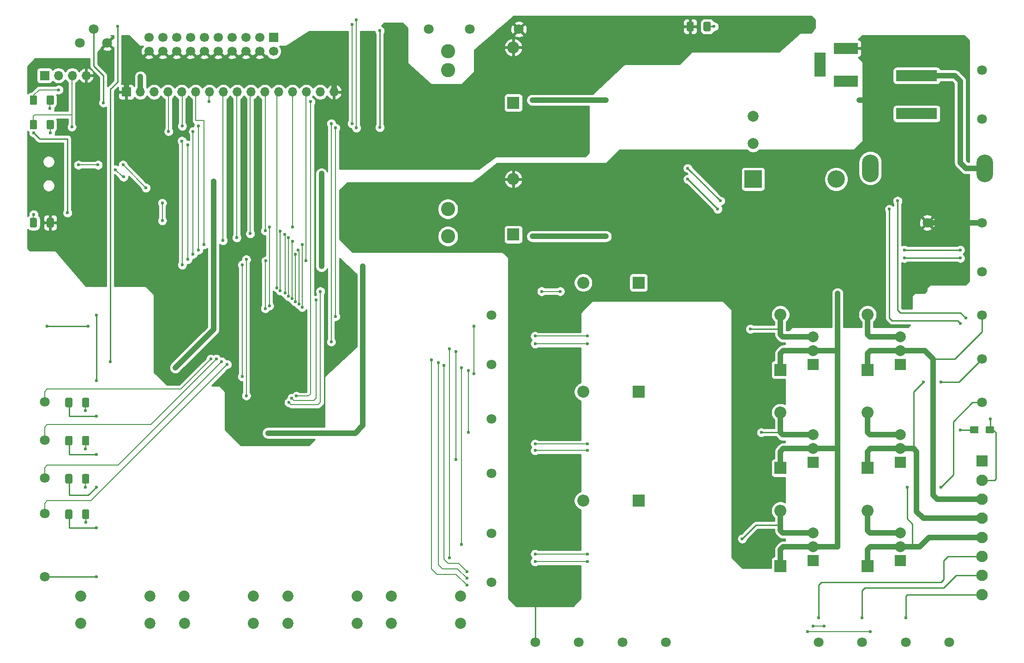
<source format=gbr>
%TF.GenerationSoftware,KiCad,Pcbnew,(5.1.7)-1*%
%TF.CreationDate,2020-11-10T11:56:55+09:00*%
%TF.ProjectId,BLDC_Motor_Controller_Ver1.0A_TEST,424c4443-5f4d-46f7-946f-725f436f6e74,Ver1.0A*%
%TF.SameCoordinates,Original*%
%TF.FileFunction,Copper,L2,Bot*%
%TF.FilePolarity,Positive*%
%FSLAX46Y46*%
G04 Gerber Fmt 4.6, Leading zero omitted, Abs format (unit mm)*
G04 Created by KiCad (PCBNEW (5.1.7)-1) date 2020-11-10 11:56:55*
%MOMM*%
%LPD*%
G01*
G04 APERTURE LIST*
%TA.AperFunction,ComponentPad*%
%ADD10R,1.700000X1.700000*%
%TD*%
%TA.AperFunction,ComponentPad*%
%ADD11C,1.700000*%
%TD*%
%TA.AperFunction,ComponentPad*%
%ADD12C,2.000000*%
%TD*%
%TA.AperFunction,ComponentPad*%
%ADD13R,2.000000X2.000000*%
%TD*%
%TA.AperFunction,ComponentPad*%
%ADD14R,3.200000X3.200000*%
%TD*%
%TA.AperFunction,ComponentPad*%
%ADD15O,3.200000X3.200000*%
%TD*%
%TA.AperFunction,ComponentPad*%
%ADD16O,2.200000X2.200000*%
%TD*%
%TA.AperFunction,ComponentPad*%
%ADD17R,2.200000X2.200000*%
%TD*%
%TA.AperFunction,ComponentPad*%
%ADD18O,3.048000X5.080000*%
%TD*%
%TA.AperFunction,ComponentPad*%
%ADD19R,2.000000X4.500000*%
%TD*%
%TA.AperFunction,ComponentPad*%
%ADD20R,4.500000X2.000000*%
%TD*%
%TA.AperFunction,ComponentPad*%
%ADD21O,1.700000X1.700000*%
%TD*%
%TA.AperFunction,ComponentPad*%
%ADD22C,2.100000*%
%TD*%
%TA.AperFunction,ComponentPad*%
%ADD23R,2.100000X2.100000*%
%TD*%
%TA.AperFunction,ComponentPad*%
%ADD24C,2.600000*%
%TD*%
%TA.AperFunction,ComponentPad*%
%ADD25C,1.800000*%
%TD*%
%TA.AperFunction,ComponentPad*%
%ADD26R,7.500000X2.000000*%
%TD*%
%TA.AperFunction,ComponentPad*%
%ADD27C,2.030000*%
%TD*%
%TA.AperFunction,ViaPad*%
%ADD28C,1.000000*%
%TD*%
%TA.AperFunction,ViaPad*%
%ADD29C,0.600000*%
%TD*%
%TA.AperFunction,Conductor*%
%ADD30C,1.000000*%
%TD*%
%TA.AperFunction,Conductor*%
%ADD31C,0.250000*%
%TD*%
%TA.AperFunction,Conductor*%
%ADD32C,0.200000*%
%TD*%
%TA.AperFunction,Conductor*%
%ADD33C,0.254000*%
%TD*%
%TA.AperFunction,Conductor*%
%ADD34C,0.100000*%
%TD*%
G04 APERTURE END LIST*
D10*
%TO.P,J2,1*%
%TO.N,+3.3V*%
X107000000Y-32000000D03*
D11*
%TO.P,J2,2*%
X107000000Y-34540000D03*
%TO.P,J2,3*%
%TO.N,GND*%
X104460000Y-32000000D03*
%TO.P,J2,4*%
X104460000Y-34540000D03*
%TO.P,J2,5*%
X101920000Y-32000000D03*
%TO.P,J2,6*%
X101920000Y-34540000D03*
%TO.P,J2,7*%
%TO.N,SWDIO*%
X99380000Y-32000000D03*
%TO.P,J2,8*%
%TO.N,GND*%
X99380000Y-34540000D03*
%TO.P,J2,9*%
%TO.N,SWCLK*%
X96840000Y-32000000D03*
%TO.P,J2,10*%
%TO.N,GND*%
X96840000Y-34540000D03*
%TO.P,J2,11*%
%TO.N,Net-(J2-Pad11)*%
X94300000Y-32000000D03*
%TO.P,J2,12*%
%TO.N,GND*%
X94300000Y-34540000D03*
%TO.P,J2,13*%
%TO.N,Net-(J2-Pad13)*%
X91760000Y-32000000D03*
%TO.P,J2,14*%
%TO.N,GND*%
X91760000Y-34540000D03*
%TO.P,J2,15*%
%TO.N,NRST*%
X89220000Y-32000000D03*
%TO.P,J2,16*%
%TO.N,GND*%
X89220000Y-34540000D03*
%TO.P,J2,17*%
%TO.N,Net-(J2-Pad17)*%
X86680000Y-32000000D03*
%TO.P,J2,18*%
%TO.N,GND*%
X86680000Y-34540000D03*
%TO.P,J2,19*%
%TO.N,Net-(J2-Pad19)*%
X84140000Y-32000000D03*
%TO.P,J2,20*%
%TO.N,GND*%
X84140000Y-34540000D03*
%TD*%
D12*
%TO.P,Q1,3*%
%TO.N,Net-(C22-Pad2)*%
X206000000Y-86920000D03*
%TO.P,Q1,2*%
%TO.N,+24V*%
X206000000Y-89460000D03*
D13*
%TO.P,Q1,1*%
%TO.N,Net-(D19-PadA)*%
X206000000Y-92000000D03*
%TD*%
%TO.P,C35,1*%
%TO.N,+5V*%
%TA.AperFunction,SMDPad,CuDef*%
G36*
G01*
X234775000Y-104425001D02*
X234775000Y-103574999D01*
G75*
G02*
X235024999Y-103325000I249999J0D01*
G01*
X236100001Y-103325000D01*
G75*
G02*
X236350000Y-103574999I0J-249999D01*
G01*
X236350000Y-104425001D01*
G75*
G02*
X236100001Y-104675000I-249999J0D01*
G01*
X235024999Y-104675000D01*
G75*
G02*
X234775000Y-104425001I0J249999D01*
G01*
G37*
%TD.AperFunction*%
%TO.P,C35,2*%
%TO.N,GND*%
%TA.AperFunction,SMDPad,CuDef*%
G36*
G01*
X237650000Y-104425001D02*
X237650000Y-103574999D01*
G75*
G02*
X237899999Y-103325000I249999J0D01*
G01*
X238975001Y-103325000D01*
G75*
G02*
X239225000Y-103574999I0J-249999D01*
G01*
X239225000Y-104425001D01*
G75*
G02*
X238975001Y-104675000I-249999J0D01*
G01*
X237899999Y-104675000D01*
G75*
G02*
X237650000Y-104425001I0J249999D01*
G01*
G37*
%TD.AperFunction*%
%TD*%
D14*
%TO.P,D2,1*%
%TO.N,Net-(D1-PadK)*%
X195000000Y-58000000D03*
D15*
%TO.P,D2,2*%
%TO.N,Net-(D1-PadA)*%
X210240000Y-58000000D03*
%TD*%
D16*
%TO.P,D6,2*%
%TO.N,GNDPWR*%
X151000000Y-58000000D03*
D17*
%TO.P,D6,1*%
%TO.N,Net-(D4-PadK)*%
X151000000Y-68160000D03*
%TD*%
%TO.P,D7,1*%
%TO.N,Net-(D5-PadK)*%
X151000000Y-44000000D03*
D16*
%TO.P,D7,2*%
%TO.N,GND*%
X151000000Y-33840000D03*
%TD*%
D17*
%TO.P,D13,1*%
%TO.N,Net-(C22-Pad1)*%
X174000000Y-77000000D03*
D16*
%TO.P,D13,2*%
%TO.N,+12V*%
X163840000Y-77000000D03*
%TD*%
%TO.P,D14,2*%
%TO.N,+12V*%
X163840000Y-97000000D03*
D17*
%TO.P,D14,1*%
%TO.N,Net-(C23-Pad1)*%
X174000000Y-97000000D03*
%TD*%
%TO.P,D15,1*%
%TO.N,Net-(C24-Pad1)*%
X174000000Y-117000000D03*
D16*
%TO.P,D15,2*%
%TO.N,+12V*%
X163840000Y-117000000D03*
%TD*%
%TO.P,D25,2*%
%TO.N,Net-(C22-Pad2)*%
X200000000Y-82840000D03*
D17*
%TO.P,D25,1*%
%TO.N,+24V*%
X200000000Y-93000000D03*
%TD*%
%TO.P,D26,1*%
%TO.N,Net-(C22-Pad2)*%
X216000000Y-93000000D03*
D16*
%TO.P,D26,2*%
%TO.N,Net-(D26-Pad2)*%
X216000000Y-82840000D03*
%TD*%
D17*
%TO.P,D27,1*%
%TO.N,+24V*%
X200000000Y-111000000D03*
D16*
%TO.P,D27,2*%
%TO.N,Net-(C23-Pad2)*%
X200000000Y-100840000D03*
%TD*%
%TO.P,D28,2*%
%TO.N,Net-(D26-Pad2)*%
X216000000Y-100840000D03*
D17*
%TO.P,D28,1*%
%TO.N,Net-(C23-Pad2)*%
X216000000Y-111000000D03*
%TD*%
%TO.P,D29,1*%
%TO.N,+24V*%
X200000000Y-129000000D03*
D16*
%TO.P,D29,2*%
%TO.N,Net-(C24-Pad2)*%
X200000000Y-118840000D03*
%TD*%
%TO.P,D30,2*%
%TO.N,Net-(D26-Pad2)*%
X216000000Y-118840000D03*
D17*
%TO.P,D30,1*%
%TO.N,Net-(C24-Pad2)*%
X216000000Y-129000000D03*
%TD*%
D18*
%TO.P,F1,1*%
%TO.N,Net-(F1-Pad1)*%
X237500000Y-56000000D03*
%TO.P,F1,2*%
%TO.N,Net-(F1-Pad2)*%
X216500000Y-56000000D03*
%TD*%
D19*
%TO.P,J1,3*%
%TO.N,Net-(J1-Pad3)*%
X207300000Y-37000000D03*
D20*
%TO.P,J1,1*%
%TO.N,Net-(F1-Pad2)*%
X212000000Y-40000000D03*
%TO.P,J1,2*%
%TO.N,GNDPWR*%
X212000000Y-34000000D03*
%TD*%
D10*
%TO.P,J3,1*%
%TO.N,+3.3V*%
X65000000Y-39000000D03*
D21*
%TO.P,J3,2*%
%TO.N,TXD*%
X67540000Y-39000000D03*
%TO.P,J3,3*%
%TO.N,RXD*%
X70080000Y-39000000D03*
%TO.P,J3,4*%
%TO.N,GND*%
X72620000Y-39000000D03*
%TD*%
D22*
%TO.P,J4,4*%
%TO.N,Net-(C23-Pad2)*%
X237000000Y-120250000D03*
%TO.P,J4,3*%
%TO.N,Net-(C22-Pad2)*%
X237000000Y-116750000D03*
%TO.P,J4,2*%
%TO.N,GND*%
X237000000Y-113250000D03*
D23*
%TO.P,J4,1*%
%TO.N,+5V*%
X237000000Y-109750000D03*
D22*
%TO.P,J4,5*%
%TO.N,Net-(C24-Pad2)*%
X237000000Y-123750000D03*
%TO.P,J4,6*%
%TO.N,HA*%
X237000000Y-127250000D03*
%TO.P,J4,7*%
%TO.N,HB*%
X237000000Y-130750000D03*
%TO.P,J4,8*%
%TO.N,HC*%
X237000000Y-134250000D03*
%TD*%
D10*
%TO.P,J5,1*%
%TO.N,GND*%
X80000000Y-42000000D03*
D21*
%TO.P,J5,2*%
%TO.N,+5V*%
X82540000Y-42000000D03*
%TO.P,J5,3*%
%TO.N,/sheet5FA8433B/V0*%
X85080000Y-42000000D03*
%TO.P,J5,4*%
%TO.N,LCD_RS*%
X87620000Y-42000000D03*
%TO.P,J5,5*%
%TO.N,LCD_RW*%
X90160000Y-42000000D03*
%TO.P,J5,6*%
%TO.N,LCD_E*%
X92700000Y-42000000D03*
%TO.P,J5,7*%
%TO.N,LCD_D0*%
X95240000Y-42000000D03*
%TO.P,J5,8*%
%TO.N,LCD_D1*%
X97780000Y-42000000D03*
%TO.P,J5,9*%
%TO.N,LCD_D2*%
X100320000Y-42000000D03*
%TO.P,J5,10*%
%TO.N,LCD_D3*%
X102860000Y-42000000D03*
%TO.P,J5,11*%
%TO.N,LCD_D4*%
X105400000Y-42000000D03*
%TO.P,J5,12*%
%TO.N,LCD_D5*%
X107940000Y-42000000D03*
%TO.P,J5,13*%
%TO.N,LCD_D6*%
X110480000Y-42000000D03*
%TO.P,J5,14*%
%TO.N,LCD_D7*%
X113020000Y-42000000D03*
%TO.P,J5,15*%
%TO.N,/sheet5FA8433B/A*%
X115560000Y-42000000D03*
%TO.P,J5,16*%
%TO.N,GND*%
X118100000Y-42000000D03*
%TD*%
D24*
%TO.P,L1,1*%
%TO.N,Net-(D4-PadK)*%
X139000000Y-68500000D03*
%TO.P,L1,2*%
%TO.N,+12V*%
X139000000Y-63500000D03*
%TD*%
%TO.P,L2,1*%
%TO.N,Net-(D5-PadK)*%
X139000000Y-38000000D03*
%TO.P,L2,2*%
%TO.N,+5V*%
X139000000Y-34500000D03*
%TD*%
D13*
%TO.P,Q2,1*%
%TO.N,Net-(D20-PadA)*%
X222000000Y-92000000D03*
D12*
%TO.P,Q2,2*%
%TO.N,Net-(C22-Pad2)*%
X222000000Y-89460000D03*
%TO.P,Q2,3*%
%TO.N,Net-(D26-Pad2)*%
X222000000Y-86920000D03*
%TD*%
D13*
%TO.P,Q3,1*%
%TO.N,Net-(D21-PadA)*%
X206000000Y-110000000D03*
D12*
%TO.P,Q3,2*%
%TO.N,+24V*%
X206000000Y-107460000D03*
%TO.P,Q3,3*%
%TO.N,Net-(C23-Pad2)*%
X206000000Y-104920000D03*
%TD*%
D13*
%TO.P,Q4,1*%
%TO.N,Net-(D22-PadA)*%
X222000000Y-110000000D03*
D12*
%TO.P,Q4,2*%
%TO.N,Net-(C23-Pad2)*%
X222000000Y-107460000D03*
%TO.P,Q4,3*%
%TO.N,Net-(D26-Pad2)*%
X222000000Y-104920000D03*
%TD*%
%TO.P,Q5,3*%
%TO.N,Net-(C24-Pad2)*%
X206000000Y-122920000D03*
%TO.P,Q5,2*%
%TO.N,+24V*%
X206000000Y-125460000D03*
D13*
%TO.P,Q5,1*%
%TO.N,Net-(D23-PadA)*%
X206000000Y-128000000D03*
%TD*%
D12*
%TO.P,Q6,3*%
%TO.N,Net-(D26-Pad2)*%
X222000000Y-122920000D03*
%TO.P,Q6,2*%
%TO.N,Net-(C24-Pad2)*%
X222000000Y-125460000D03*
D13*
%TO.P,Q6,1*%
%TO.N,Net-(D24-PadA)*%
X222000000Y-128000000D03*
%TD*%
%TO.P,R1,2*%
%TO.N,GND*%
%TA.AperFunction,SMDPad,CuDef*%
G36*
G01*
X184100000Y-29375000D02*
X184100000Y-30625000D01*
G75*
G02*
X183850000Y-30875000I-250000J0D01*
G01*
X183050000Y-30875000D01*
G75*
G02*
X182800000Y-30625000I0J250000D01*
G01*
X182800000Y-29375000D01*
G75*
G02*
X183050000Y-29125000I250000J0D01*
G01*
X183850000Y-29125000D01*
G75*
G02*
X184100000Y-29375000I0J-250000D01*
G01*
G37*
%TD.AperFunction*%
%TO.P,R1,1*%
%TO.N,Net-(D8-Pad1)*%
%TA.AperFunction,SMDPad,CuDef*%
G36*
G01*
X187200000Y-29375000D02*
X187200000Y-30625000D01*
G75*
G02*
X186950000Y-30875000I-250000J0D01*
G01*
X186150000Y-30875000D01*
G75*
G02*
X185900000Y-30625000I0J250000D01*
G01*
X185900000Y-29375000D01*
G75*
G02*
X186150000Y-29125000I250000J0D01*
G01*
X186950000Y-29125000D01*
G75*
G02*
X187200000Y-29375000I0J-250000D01*
G01*
G37*
%TD.AperFunction*%
%TD*%
%TO.P,R2,1*%
%TO.N,Net-(D9-Pad1)*%
%TA.AperFunction,SMDPad,CuDef*%
G36*
G01*
X73200000Y-98375000D02*
X73200000Y-99625000D01*
G75*
G02*
X72950000Y-99875000I-250000J0D01*
G01*
X72150000Y-99875000D01*
G75*
G02*
X71900000Y-99625000I0J250000D01*
G01*
X71900000Y-98375000D01*
G75*
G02*
X72150000Y-98125000I250000J0D01*
G01*
X72950000Y-98125000D01*
G75*
G02*
X73200000Y-98375000I0J-250000D01*
G01*
G37*
%TD.AperFunction*%
%TO.P,R2,2*%
%TO.N,GND*%
%TA.AperFunction,SMDPad,CuDef*%
G36*
G01*
X70100000Y-98375000D02*
X70100000Y-99625000D01*
G75*
G02*
X69850000Y-99875000I-250000J0D01*
G01*
X69050000Y-99875000D01*
G75*
G02*
X68800000Y-99625000I0J250000D01*
G01*
X68800000Y-98375000D01*
G75*
G02*
X69050000Y-98125000I250000J0D01*
G01*
X69850000Y-98125000D01*
G75*
G02*
X70100000Y-98375000I0J-250000D01*
G01*
G37*
%TD.AperFunction*%
%TD*%
%TO.P,R3,1*%
%TO.N,Net-(D10-Pad1)*%
%TA.AperFunction,SMDPad,CuDef*%
G36*
G01*
X73200000Y-105375000D02*
X73200000Y-106625000D01*
G75*
G02*
X72950000Y-106875000I-250000J0D01*
G01*
X72150000Y-106875000D01*
G75*
G02*
X71900000Y-106625000I0J250000D01*
G01*
X71900000Y-105375000D01*
G75*
G02*
X72150000Y-105125000I250000J0D01*
G01*
X72950000Y-105125000D01*
G75*
G02*
X73200000Y-105375000I0J-250000D01*
G01*
G37*
%TD.AperFunction*%
%TO.P,R3,2*%
%TO.N,GND*%
%TA.AperFunction,SMDPad,CuDef*%
G36*
G01*
X70100000Y-105375000D02*
X70100000Y-106625000D01*
G75*
G02*
X69850000Y-106875000I-250000J0D01*
G01*
X69050000Y-106875000D01*
G75*
G02*
X68800000Y-106625000I0J250000D01*
G01*
X68800000Y-105375000D01*
G75*
G02*
X69050000Y-105125000I250000J0D01*
G01*
X69850000Y-105125000D01*
G75*
G02*
X70100000Y-105375000I0J-250000D01*
G01*
G37*
%TD.AperFunction*%
%TD*%
%TO.P,R4,2*%
%TO.N,GND*%
%TA.AperFunction,SMDPad,CuDef*%
G36*
G01*
X70100000Y-112375000D02*
X70100000Y-113625000D01*
G75*
G02*
X69850000Y-113875000I-250000J0D01*
G01*
X69050000Y-113875000D01*
G75*
G02*
X68800000Y-113625000I0J250000D01*
G01*
X68800000Y-112375000D01*
G75*
G02*
X69050000Y-112125000I250000J0D01*
G01*
X69850000Y-112125000D01*
G75*
G02*
X70100000Y-112375000I0J-250000D01*
G01*
G37*
%TD.AperFunction*%
%TO.P,R4,1*%
%TO.N,Net-(D11-Pad1)*%
%TA.AperFunction,SMDPad,CuDef*%
G36*
G01*
X73200000Y-112375000D02*
X73200000Y-113625000D01*
G75*
G02*
X72950000Y-113875000I-250000J0D01*
G01*
X72150000Y-113875000D01*
G75*
G02*
X71900000Y-113625000I0J250000D01*
G01*
X71900000Y-112375000D01*
G75*
G02*
X72150000Y-112125000I250000J0D01*
G01*
X72950000Y-112125000D01*
G75*
G02*
X73200000Y-112375000I0J-250000D01*
G01*
G37*
%TD.AperFunction*%
%TD*%
%TO.P,R5,2*%
%TO.N,GND*%
%TA.AperFunction,SMDPad,CuDef*%
G36*
G01*
X70100000Y-118875000D02*
X70100000Y-120125000D01*
G75*
G02*
X69850000Y-120375000I-250000J0D01*
G01*
X69050000Y-120375000D01*
G75*
G02*
X68800000Y-120125000I0J250000D01*
G01*
X68800000Y-118875000D01*
G75*
G02*
X69050000Y-118625000I250000J0D01*
G01*
X69850000Y-118625000D01*
G75*
G02*
X70100000Y-118875000I0J-250000D01*
G01*
G37*
%TD.AperFunction*%
%TO.P,R5,1*%
%TO.N,Net-(D12-Pad1)*%
%TA.AperFunction,SMDPad,CuDef*%
G36*
G01*
X73200000Y-118875000D02*
X73200000Y-120125000D01*
G75*
G02*
X72950000Y-120375000I-250000J0D01*
G01*
X72150000Y-120375000D01*
G75*
G02*
X71900000Y-120125000I0J250000D01*
G01*
X71900000Y-118875000D01*
G75*
G02*
X72150000Y-118625000I250000J0D01*
G01*
X72950000Y-118625000D01*
G75*
G02*
X73200000Y-118875000I0J-250000D01*
G01*
G37*
%TD.AperFunction*%
%TD*%
%TO.P,R33,2*%
%TO.N,GND*%
%TA.AperFunction,SMDPad,CuDef*%
G36*
G01*
X65400000Y-66625000D02*
X65400000Y-65375000D01*
G75*
G02*
X65650000Y-65125000I250000J0D01*
G01*
X66450000Y-65125000D01*
G75*
G02*
X66700000Y-65375000I0J-250000D01*
G01*
X66700000Y-66625000D01*
G75*
G02*
X66450000Y-66875000I-250000J0D01*
G01*
X65650000Y-66875000D01*
G75*
G02*
X65400000Y-66625000I0J250000D01*
G01*
G37*
%TD.AperFunction*%
%TO.P,R33,1*%
%TO.N,Net-(D32-Pad1)*%
%TA.AperFunction,SMDPad,CuDef*%
G36*
G01*
X62300000Y-66625000D02*
X62300000Y-65375000D01*
G75*
G02*
X62550000Y-65125000I250000J0D01*
G01*
X63350000Y-65125000D01*
G75*
G02*
X63600000Y-65375000I0J-250000D01*
G01*
X63600000Y-66625000D01*
G75*
G02*
X63350000Y-66875000I-250000J0D01*
G01*
X62550000Y-66875000D01*
G75*
G02*
X62300000Y-66625000I0J250000D01*
G01*
G37*
%TD.AperFunction*%
%TD*%
%TO.P,R34,2*%
%TO.N,Net-(D33-Pad1)*%
%TA.AperFunction,SMDPad,CuDef*%
G36*
G01*
X65400000Y-44125000D02*
X65400000Y-42875000D01*
G75*
G02*
X65650000Y-42625000I250000J0D01*
G01*
X66450000Y-42625000D01*
G75*
G02*
X66700000Y-42875000I0J-250000D01*
G01*
X66700000Y-44125000D01*
G75*
G02*
X66450000Y-44375000I-250000J0D01*
G01*
X65650000Y-44375000D01*
G75*
G02*
X65400000Y-44125000I0J250000D01*
G01*
G37*
%TD.AperFunction*%
%TO.P,R34,1*%
%TO.N,TXD*%
%TA.AperFunction,SMDPad,CuDef*%
G36*
G01*
X62300000Y-44125000D02*
X62300000Y-42875000D01*
G75*
G02*
X62550000Y-42625000I250000J0D01*
G01*
X63350000Y-42625000D01*
G75*
G02*
X63600000Y-42875000I0J-250000D01*
G01*
X63600000Y-44125000D01*
G75*
G02*
X63350000Y-44375000I-250000J0D01*
G01*
X62550000Y-44375000D01*
G75*
G02*
X62300000Y-44125000I0J250000D01*
G01*
G37*
%TD.AperFunction*%
%TD*%
%TO.P,R35,1*%
%TO.N,RXD*%
%TA.AperFunction,SMDPad,CuDef*%
G36*
G01*
X62300000Y-48625000D02*
X62300000Y-47375000D01*
G75*
G02*
X62550000Y-47125000I250000J0D01*
G01*
X63350000Y-47125000D01*
G75*
G02*
X63600000Y-47375000I0J-250000D01*
G01*
X63600000Y-48625000D01*
G75*
G02*
X63350000Y-48875000I-250000J0D01*
G01*
X62550000Y-48875000D01*
G75*
G02*
X62300000Y-48625000I0J250000D01*
G01*
G37*
%TD.AperFunction*%
%TO.P,R35,2*%
%TO.N,Net-(D34-Pad1)*%
%TA.AperFunction,SMDPad,CuDef*%
G36*
G01*
X65400000Y-48625000D02*
X65400000Y-47375000D01*
G75*
G02*
X65650000Y-47125000I250000J0D01*
G01*
X66450000Y-47125000D01*
G75*
G02*
X66700000Y-47375000I0J-250000D01*
G01*
X66700000Y-48625000D01*
G75*
G02*
X66450000Y-48875000I-250000J0D01*
G01*
X65650000Y-48875000D01*
G75*
G02*
X65400000Y-48625000I0J250000D01*
G01*
G37*
%TD.AperFunction*%
%TD*%
D25*
%TO.P,RV1,2*%
%TO.N,/sheet5FA8433B/V0*%
X74000000Y-30500000D03*
%TO.P,RV1,1*%
%TO.N,+5V*%
X71500000Y-33000000D03*
%TO.P,RV1,3*%
%TO.N,GND*%
X76500000Y-33000000D03*
%TD*%
D26*
%TO.P,SW1,1*%
%TO.N,Net-(F1-Pad1)*%
X225000000Y-39000000D03*
%TO.P,SW1,2*%
%TO.N,Net-(D1-PadA)*%
X225000000Y-46000000D03*
%TD*%
D27*
%TO.P,SW3,2*%
%TO.N,SW1*%
X84350000Y-134500000D03*
%TO.P,SW3,3*%
%TO.N,N/C*%
X71650000Y-134500000D03*
%TO.P,SW3,4*%
X71660000Y-139500000D03*
%TO.P,SW3,1*%
%TO.N,GND*%
X84350000Y-139500000D03*
%TD*%
%TO.P,SW4,1*%
%TO.N,GND*%
X103350000Y-139500000D03*
%TO.P,SW4,4*%
%TO.N,N/C*%
X90660000Y-139500000D03*
%TO.P,SW4,3*%
X90650000Y-134500000D03*
%TO.P,SW4,2*%
%TO.N,SW2*%
X103350000Y-134500000D03*
%TD*%
%TO.P,SW5,2*%
%TO.N,SW3*%
X122350000Y-134500000D03*
%TO.P,SW5,3*%
%TO.N,N/C*%
X109650000Y-134500000D03*
%TO.P,SW5,4*%
X109660000Y-139500000D03*
%TO.P,SW5,1*%
%TO.N,GND*%
X122350000Y-139500000D03*
%TD*%
%TO.P,SW6,1*%
%TO.N,GND*%
X141350000Y-139500000D03*
%TO.P,SW6,4*%
%TO.N,N/C*%
X128660000Y-139500000D03*
%TO.P,SW6,3*%
X128650000Y-134500000D03*
%TO.P,SW6,2*%
%TO.N,SW4*%
X141350000Y-134500000D03*
%TD*%
D12*
%TO.P,TH1,1*%
%TO.N,+24V*%
X195000000Y-51500000D03*
%TO.P,TH1,2*%
%TO.N,Net-(D1-PadK)*%
X195000000Y-46500000D03*
%TD*%
D25*
%TO.P,TP1(+24V),1*%
%TO.N,+24V*%
X237000000Y-38000000D03*
%TD*%
%TO.P,TP2(+3.3V),1*%
%TO.N,+3.3V*%
X135500000Y-30500000D03*
%TD*%
%TO.P,TP3(+12V),1*%
%TO.N,+12V*%
X237000000Y-47000000D03*
%TD*%
%TO.P,TP4(+5V),1*%
%TO.N,+5V*%
X143000000Y-30500000D03*
%TD*%
%TO.P,TP5,1*%
%TO.N,DEBUG1*%
X65000000Y-98880000D03*
%TD*%
%TO.P,TP6,1*%
%TO.N,DEBUG2*%
X65000000Y-105880000D03*
%TD*%
%TO.P,TP7,1*%
%TO.N,DEBUG3*%
X65000000Y-112880000D03*
%TD*%
%TO.P,TP8,1*%
%TO.N,DEBUG4*%
X65000000Y-119380000D03*
%TD*%
%TO.P,TP9(GND),1*%
%TO.N,GND*%
X152000000Y-30500000D03*
%TD*%
%TO.P,TP10(GND),1*%
%TO.N,GND*%
X65000000Y-131000000D03*
%TD*%
%TO.P,TP11(GNDPWR),1*%
%TO.N,GNDPWR*%
X237000000Y-75000000D03*
%TD*%
%TO.P,TP12(GNDPWR),1*%
%TO.N,GNDPWR*%
X237000000Y-66000000D03*
%TD*%
%TO.P,TP13(UT),1*%
%TO.N,UT*%
X147000000Y-83000000D03*
%TD*%
%TO.P,TP14(VT),1*%
%TO.N,VT*%
X147000000Y-102000000D03*
%TD*%
%TO.P,TP15(WT),1*%
%TO.N,WT*%
X147000000Y-123000000D03*
%TD*%
%TO.P,TP16(UB),1*%
%TO.N,UB*%
X147000000Y-92000000D03*
%TD*%
%TO.P,TP17(VB),1*%
%TO.N,VB*%
X147000000Y-112000000D03*
%TD*%
%TO.P,TP18(WB),1*%
%TO.N,WB*%
X147000000Y-132000000D03*
%TD*%
%TO.P,TP19(GNDPWR),1*%
%TO.N,GNDPWR*%
X227000000Y-66000000D03*
%TD*%
%TO.P,TP20(GNDPWR),1*%
%TO.N,GNDPWR*%
X231000000Y-143000000D03*
%TD*%
%TO.P,TP21(U),1*%
%TO.N,Net-(C22-Pad2)*%
X237000000Y-83000000D03*
%TD*%
%TO.P,TP22(HA),1*%
%TO.N,HA*%
X207000000Y-143000000D03*
%TD*%
%TO.P,TP23(V),1*%
%TO.N,Net-(C23-Pad2)*%
X237000000Y-91000000D03*
%TD*%
%TO.P,TP24(HB),1*%
%TO.N,HB*%
X215000000Y-143000000D03*
%TD*%
%TO.P,TP25(W),1*%
%TO.N,Net-(C24-Pad2)*%
X237000000Y-99000000D03*
%TD*%
%TO.P,TP26(HC),1*%
%TO.N,HC*%
X223000000Y-143000000D03*
%TD*%
%TO.P,TP27,1*%
%TO.N,GNDPWR*%
X155000000Y-143000000D03*
%TD*%
%TO.P,TP28,1*%
%TO.N,GNDPWR*%
X163000000Y-143000000D03*
%TD*%
%TO.P,TP29,1*%
%TO.N,GNDPWR*%
X171000000Y-143000000D03*
%TD*%
%TO.P,TP30,1*%
%TO.N,GNDPWR*%
X179000000Y-143000000D03*
%TD*%
D28*
%TO.N,GND*%
X135400000Y-50500000D03*
X128700000Y-50500000D03*
D29*
X183000000Y-56000000D03*
X189000000Y-62000000D03*
X221500000Y-62000000D03*
X234000000Y-83500000D03*
X238500000Y-102000000D03*
D28*
X183400000Y-32800000D03*
X115200000Y-34000000D03*
X80000000Y-36800000D03*
X80000000Y-33000000D03*
X124750000Y-42000000D03*
X124750000Y-32750000D03*
D29*
X73000000Y-85000000D03*
X65500000Y-85000000D03*
X74500000Y-83000000D03*
X74500000Y-95000000D03*
X74500000Y-101500000D03*
X74500000Y-108500000D03*
X74500000Y-114500000D03*
X74500000Y-122000000D03*
X74500000Y-131000000D03*
X200000000Y-30000000D03*
X195000000Y-30000000D03*
X190000000Y-30000000D03*
X189700000Y-32800000D03*
X194700000Y-32800000D03*
X199500000Y-32000000D03*
X179700000Y-32800000D03*
X180000000Y-30000000D03*
X175000000Y-30000000D03*
X174700000Y-32800000D03*
X170000000Y-30000000D03*
X169700000Y-32800000D03*
X165000000Y-30000000D03*
X160000000Y-30000000D03*
X155000000Y-30000000D03*
X152500000Y-37500000D03*
X152500000Y-40000000D03*
X150000000Y-40000000D03*
X150000000Y-37500000D03*
X160000000Y-50000000D03*
X142500000Y-50000000D03*
X142500000Y-55000000D03*
X137450000Y-52550000D03*
X135000000Y-55000000D03*
X127500000Y-55000000D03*
X122500000Y-55000000D03*
X125000000Y-45000000D03*
X120000000Y-45000000D03*
X115000000Y-45000000D03*
X117750000Y-39750000D03*
X112500000Y-40000000D03*
X108200000Y-36800000D03*
X102000000Y-36800000D03*
X97000000Y-36800000D03*
X92000000Y-36800000D03*
X88200000Y-36800000D03*
X83200000Y-36800000D03*
X80000000Y-45000000D03*
X75000000Y-45000000D03*
X72500000Y-45000000D03*
X72500000Y-42500000D03*
X80000000Y-47500000D03*
X85000000Y-45000000D03*
X85000000Y-47500000D03*
X80000000Y-52500000D03*
X82500000Y-52500000D03*
X75000000Y-52500000D03*
X70500000Y-52500000D03*
X70500000Y-50500000D03*
X66000000Y-52500000D03*
X66500000Y-57500000D03*
X64500000Y-52500000D03*
X63000000Y-55000000D03*
X63000000Y-57500000D03*
X63000000Y-59500000D03*
X63000000Y-68500000D03*
X70500000Y-58500000D03*
X70500000Y-62000000D03*
X75500000Y-58500000D03*
X75500000Y-62000000D03*
X75500000Y-65500000D03*
X70500000Y-65500000D03*
X70500000Y-68500000D03*
X75500000Y-68500000D03*
X70500000Y-72000000D03*
X73500000Y-76000000D03*
X75500000Y-76000000D03*
X78500000Y-58500000D03*
X79000000Y-67000000D03*
X79000000Y-70500000D03*
X82000000Y-67000000D03*
X82000000Y-70500000D03*
X82000000Y-73000000D03*
X82000000Y-76000000D03*
X79000000Y-76000000D03*
X85000000Y-70500000D03*
X85000000Y-73000000D03*
X88000000Y-70500000D03*
X88000000Y-73000000D03*
X88000000Y-68000000D03*
X85000000Y-76000000D03*
X88000000Y-81500000D03*
X88000000Y-84500000D03*
X88000000Y-88000000D03*
X85500000Y-88000000D03*
X85500000Y-84500000D03*
X85500000Y-81500000D03*
X90500000Y-81500000D03*
X90500000Y-84500000D03*
X85500000Y-92500000D03*
X91500000Y-92500000D03*
X91000000Y-94000000D03*
X87000000Y-94500000D03*
X99000000Y-93000000D03*
X96000000Y-88000000D03*
X97500000Y-88000000D03*
X100000000Y-87500000D03*
X100000000Y-86000000D03*
X98000000Y-86000000D03*
X98000000Y-84000000D03*
X94000000Y-81500000D03*
X94000000Y-78500000D03*
X94000000Y-75500000D03*
X98000000Y-80000000D03*
X100000000Y-80000000D03*
X104000000Y-75500000D03*
X104000000Y-80000000D03*
X106000000Y-87500000D03*
X112000000Y-87500000D03*
X112000000Y-94000000D03*
X106000000Y-94000000D03*
X109000000Y-90500000D03*
X100000000Y-95500000D03*
X100000000Y-98000000D03*
X100000000Y-100500000D03*
X100000000Y-103000000D03*
X100000000Y-105500000D03*
X111000000Y-102000000D03*
X113500000Y-102000000D03*
X104500000Y-102000000D03*
X111000000Y-106000000D03*
X113500000Y-106000000D03*
X120000000Y-81500000D03*
X122000000Y-81500000D03*
X122000000Y-84500000D03*
X122000000Y-88000000D03*
X120000000Y-88000000D03*
X116500000Y-76500000D03*
X115000000Y-76500000D03*
X120000000Y-75500000D03*
X121500000Y-75500000D03*
X104000000Y-84500000D03*
X103000000Y-83000000D03*
X104000000Y-66000000D03*
X104000000Y-63000000D03*
X104000000Y-60000000D03*
X101500000Y-60000000D03*
X101500000Y-63000000D03*
X101500000Y-66000000D03*
X99000000Y-66000000D03*
X99000000Y-63000000D03*
X99000000Y-60000000D03*
X99000000Y-55000000D03*
X99000000Y-51500000D03*
X99000000Y-48000000D03*
X99000000Y-45000000D03*
X101500000Y-45000000D03*
X104000000Y-45000000D03*
X101500000Y-48000000D03*
X104000000Y-48000000D03*
X101500000Y-51500000D03*
X104000000Y-51500000D03*
X101500000Y-55000000D03*
X104000000Y-55000000D03*
X115000000Y-48000000D03*
X115000000Y-51500000D03*
X115000000Y-55000000D03*
X122500000Y-52500000D03*
X80000000Y-35000000D03*
X71500000Y-36500000D03*
X68000000Y-36500000D03*
X64500000Y-36500000D03*
X129000000Y-36000000D03*
X131500000Y-39000000D03*
X133500000Y-39000000D03*
X131500000Y-41500000D03*
X133500000Y-41500000D03*
X163500000Y-50000000D03*
X170000000Y-36000000D03*
X167000000Y-36000000D03*
X167000000Y-39500000D03*
X175000000Y-36000000D03*
%TO.N,+3.3V*%
X126500000Y-48500000D03*
X126500000Y-30750000D03*
D28*
X96000000Y-58400000D03*
X89000000Y-92600000D03*
X96000000Y-81600000D03*
X96000000Y-76600000D03*
X115800000Y-57000000D03*
X115800000Y-74000000D03*
X123400000Y-74000000D03*
X106000000Y-104600000D03*
X115400000Y-104600000D03*
X96000000Y-64200000D03*
D29*
X123400000Y-83200000D03*
X69200000Y-64200000D03*
X63000000Y-49500000D03*
D28*
%TO.N,GNDPWR*%
X232000000Y-66000000D03*
D29*
X193000000Y-80200000D03*
X156200000Y-80200000D03*
X114800000Y-80200000D03*
X110350000Y-98200000D03*
D28*
X214500000Y-43500000D03*
X219000000Y-43500000D03*
D29*
X224000000Y-74000000D03*
X227000000Y-74000000D03*
X230000000Y-74000000D03*
X233000000Y-74000000D03*
X224000000Y-76000000D03*
X234000000Y-76000000D03*
X224000000Y-69000000D03*
X227000000Y-69000000D03*
X230000000Y-69000000D03*
X230000000Y-66000000D03*
X224000000Y-66000000D03*
X224000000Y-63000000D03*
X227000000Y-63000000D03*
X230000000Y-63000000D03*
X230000000Y-60000000D03*
X227000000Y-60000000D03*
X224000000Y-60000000D03*
X233000000Y-63000000D03*
X233000000Y-60000000D03*
X227000000Y-57000000D03*
X230000000Y-57000000D03*
X233000000Y-57000000D03*
X227000000Y-54000000D03*
X230000000Y-54000000D03*
X230000000Y-51000000D03*
X227000000Y-51000000D03*
X223000000Y-51000000D03*
X220000000Y-51000000D03*
X220000000Y-54000000D03*
X223000000Y-54000000D03*
X220000000Y-57000000D03*
X220000000Y-48000000D03*
X223000000Y-48000000D03*
X220000000Y-45000000D03*
X220000000Y-42000000D03*
X223000000Y-42000000D03*
X227000000Y-42000000D03*
X230000000Y-42000000D03*
X230000000Y-45000000D03*
X230000000Y-48000000D03*
X227000000Y-48000000D03*
X220000000Y-38000000D03*
X217000000Y-38000000D03*
X217000000Y-35000000D03*
X220000000Y-35000000D03*
X223000000Y-35000000D03*
X227000000Y-35000000D03*
X230000000Y-35000000D03*
X233000000Y-35000000D03*
X233000000Y-32000000D03*
X230000000Y-32000000D03*
X227000000Y-32000000D03*
X223000000Y-32000000D03*
X220000000Y-32000000D03*
X217000000Y-32000000D03*
X224000000Y-78000000D03*
X219000000Y-70000000D03*
X214000000Y-70000000D03*
X209000000Y-70000000D03*
X204000000Y-70000000D03*
X199000000Y-70000000D03*
X194000000Y-70000000D03*
X199000000Y-65000000D03*
X194000000Y-65000000D03*
X189000000Y-65000000D03*
X189000000Y-70000000D03*
X209000000Y-65000000D03*
X214000000Y-65000000D03*
X219000000Y-65000000D03*
X121500000Y-62700000D03*
X124200000Y-61800000D03*
X127200000Y-61800000D03*
X131200000Y-61800000D03*
X135000000Y-60000000D03*
X139000000Y-60000000D03*
X143000000Y-60000000D03*
X147000000Y-58000000D03*
X146000000Y-62000000D03*
X154000000Y-58000000D03*
X160000000Y-67000000D03*
X163400000Y-67100000D03*
X166200000Y-57800000D03*
X171200000Y-57800000D03*
X175200000Y-57800000D03*
X178200000Y-57800000D03*
X180031250Y-59468750D03*
X153500000Y-82000000D03*
X161000000Y-90500000D03*
X153500000Y-93000000D03*
X153500000Y-101500000D03*
X153500000Y-112500000D03*
X161000000Y-110000000D03*
X153500000Y-122000000D03*
X161000000Y-130500000D03*
X153500000Y-133000000D03*
X194500000Y-89500000D03*
X194500000Y-107500000D03*
X194500000Y-125500000D03*
X155000000Y-136000000D03*
D28*
%TO.N,+24V*%
X168000000Y-68500000D03*
X154500000Y-68500000D03*
X168000000Y-43500000D03*
X154500000Y-43500000D03*
X210500000Y-79000000D03*
D29*
X233000000Y-71000000D03*
X222750000Y-71000000D03*
%TO.N,+5V*%
X183000000Y-58000000D03*
X188500000Y-63500000D03*
X220000000Y-63500000D03*
X233000000Y-84500000D03*
X233000000Y-104000000D03*
D28*
X82600000Y-39200000D03*
D29*
%TO.N,+12V*%
X233000000Y-72500000D03*
X222750000Y-72500000D03*
%TO.N,NRST*%
X78400000Y-30000000D03*
X77100000Y-91500000D03*
%TO.N,Net-(C22-Pad2)*%
X194500000Y-85500000D03*
%TO.N,Net-(C23-Pad2)*%
X196500000Y-104500000D03*
X226250000Y-95250000D03*
X229500000Y-95250000D03*
%TO.N,Net-(C24-Pad2)*%
X193000000Y-124000000D03*
X223250000Y-114500000D03*
X229500000Y-114500000D03*
%TO.N,CURRENT*%
X159600000Y-78600000D03*
X156200000Y-78600000D03*
X115600000Y-78600000D03*
X109800000Y-99000000D03*
%TO.N,HA*%
X207000000Y-138500000D03*
X142500000Y-130000000D03*
X138250000Y-92150000D03*
%TO.N,HB*%
X215000000Y-138500000D03*
X208000000Y-140000000D03*
X206000000Y-140000000D03*
X142500000Y-131250000D03*
X137250000Y-91650000D03*
%TO.N,HC*%
X223000000Y-138500000D03*
X216500000Y-141000000D03*
X205000000Y-141000000D03*
X142500000Y-132500000D03*
X136000000Y-91150000D03*
%TO.N,D-*%
X78000000Y-56250000D03*
X79500000Y-57600000D03*
%TO.N,VBUS*%
X71200000Y-55400000D03*
X74800000Y-55400000D03*
X79400000Y-55400000D03*
X83600000Y-59600000D03*
%TO.N,Net-(D8-Pad1)*%
X187800000Y-30000000D03*
%TO.N,Net-(D9-Pad1)*%
X72500000Y-100500000D03*
%TO.N,DEBUG1*%
X95500000Y-91000000D03*
%TO.N,DEBUG2*%
X96500000Y-91000000D03*
%TO.N,Net-(D10-Pad1)*%
X72500000Y-107500000D03*
%TO.N,DEBUG3*%
X97500000Y-91500000D03*
%TO.N,Net-(D11-Pad1)*%
X72500000Y-114500000D03*
%TO.N,Net-(D12-Pad1)*%
X72550000Y-120950000D03*
%TO.N,DEBUG4*%
X98500000Y-92000000D03*
%TO.N,Net-(D32-Pad1)*%
X63000000Y-64500000D03*
%TO.N,Net-(D33-Pad1)*%
X66000000Y-45000000D03*
%TO.N,Net-(D34-Pad1)*%
X66050000Y-49500000D03*
%TO.N,SWDIO*%
X117600000Y-87850000D03*
X117600000Y-47800000D03*
X121400000Y-47800000D03*
X121400000Y-29600000D03*
%TO.N,SWCLK*%
X118400000Y-83200000D03*
X118400000Y-48600000D03*
X122200000Y-48600000D03*
X122200000Y-28800000D03*
%TO.N,TXD*%
X101250000Y-94250000D03*
X101250000Y-73750000D03*
X90250000Y-73750000D03*
X90200000Y-51000000D03*
X67600000Y-41600000D03*
%TO.N,RXD*%
X102000000Y-97750000D03*
X102000000Y-72750000D03*
X91250000Y-72750000D03*
X91250000Y-51750000D03*
X70000000Y-48400000D03*
%TO.N,/sheet5FA8433B/V0*%
X75800000Y-44000000D03*
%TO.N,LCD_RS*%
X92250000Y-71750000D03*
X92250000Y-49250000D03*
X87750000Y-49250000D03*
X110984821Y-80489858D03*
X111000000Y-71750000D03*
%TO.N,LCD_RW*%
X93250000Y-71000000D03*
X93250000Y-48250000D03*
X90250000Y-48250000D03*
X111650000Y-80934313D03*
X111500000Y-71000000D03*
%TO.N,LCD_E*%
X94250000Y-70000000D03*
X112250000Y-81500000D03*
X112250000Y-70000000D03*
%TO.N,LCD_D0*%
X111200000Y-97800000D03*
X113800000Y-43800000D03*
X95200000Y-43800000D03*
%TO.N,LCD_D1*%
X110384821Y-79921256D03*
X110500000Y-69400000D03*
X97750000Y-69250000D03*
%TO.N,LCD_D2*%
X109718232Y-79478919D03*
X109750000Y-68750000D03*
X100250000Y-68750000D03*
%TO.N,LCD_D3*%
X109118232Y-78899877D03*
X109034456Y-68150000D03*
X102750000Y-68000000D03*
%TO.N,LCD_D4*%
X108250000Y-78500000D03*
X108250000Y-67550000D03*
X105500000Y-67500000D03*
%TO.N,LCD_D5*%
X107650000Y-77934313D03*
%TO.N,LCD_D6*%
X106250000Y-81250000D03*
X106250000Y-66750000D03*
X110500000Y-66750000D03*
%TO.N,LCD_D7*%
X105500000Y-81750000D03*
X105600000Y-73000000D03*
X113000000Y-73000000D03*
%TO.N,UT*%
X143750000Y-93750000D03*
X143750000Y-85000000D03*
X155000000Y-86800000D03*
X164600000Y-86800000D03*
%TO.N,VT*%
X142750000Y-93150000D03*
X142750000Y-104500000D03*
X155000000Y-106600000D03*
X164600000Y-106600000D03*
%TO.N,WT*%
X141500000Y-92650000D03*
X141500000Y-125000000D03*
X155000000Y-126800000D03*
X164600000Y-126800000D03*
%TO.N,UB*%
X155000000Y-88200000D03*
X164600000Y-88200000D03*
%TO.N,VB*%
X140500000Y-89650000D03*
X140500000Y-109500000D03*
X155000000Y-107800000D03*
X164600000Y-107800000D03*
%TO.N,WB*%
X139250000Y-89150000D03*
X139250000Y-127500000D03*
X155000000Y-128200000D03*
X164600000Y-128200000D03*
%TO.N,Net-(R36-Pad1)*%
X86600000Y-62400000D03*
X86600000Y-65600000D03*
%TD*%
D30*
%TO.N,GND*%
X135400000Y-50500000D02*
X128700000Y-50500000D01*
D31*
X237000000Y-113250000D02*
X239250000Y-113250000D01*
X239250000Y-113250000D02*
X239500000Y-113000000D01*
X238437500Y-104000000D02*
X239000000Y-104000000D01*
X239000000Y-104000000D02*
X239500000Y-104500000D01*
X239500000Y-113000000D02*
X239500000Y-104500000D01*
X183000000Y-56000000D02*
X189000000Y-62000000D01*
X221500000Y-82000000D02*
X222000000Y-82500000D01*
X221500000Y-62000000D02*
X221500000Y-82000000D01*
X233000000Y-82500000D02*
X234000000Y-83500000D01*
X222000000Y-82500000D02*
X233000000Y-82500000D01*
X238500000Y-103937500D02*
X238437500Y-104000000D01*
X238500000Y-102000000D02*
X238500000Y-103937500D01*
X183400000Y-30050000D02*
X183450000Y-30000000D01*
X183400000Y-32800000D02*
X183400000Y-30050000D01*
D30*
X115200000Y-34000000D02*
X115200000Y-37200000D01*
X118100000Y-40100000D02*
X118100000Y-42000000D01*
X115200000Y-37200000D02*
X117750000Y-39750000D01*
X80000000Y-36800000D02*
X80000000Y-42000000D01*
X80000000Y-36800000D02*
X80000000Y-35000000D01*
X124750000Y-42000000D02*
X124750000Y-32750000D01*
D31*
X73000000Y-85000000D02*
X65500000Y-85000000D01*
X74500000Y-83000000D02*
X74500000Y-95000000D01*
X74500000Y-101500000D02*
X69500000Y-101500000D01*
X69500000Y-99050000D02*
X69450000Y-99000000D01*
X69500000Y-101500000D02*
X69500000Y-99050000D01*
X74500000Y-108500000D02*
X69500000Y-108500000D01*
X69500000Y-106050000D02*
X69450000Y-106000000D01*
X69500000Y-108500000D02*
X69500000Y-106050000D01*
X74500000Y-114500000D02*
X73000000Y-116000000D01*
X73000000Y-116000000D02*
X69500000Y-116000000D01*
X69500000Y-113050000D02*
X69450000Y-113000000D01*
X69500000Y-116000000D02*
X69500000Y-113050000D01*
X74500000Y-122000000D02*
X69500000Y-122000000D01*
X69500000Y-119550000D02*
X69450000Y-119500000D01*
X69500000Y-122000000D02*
X69500000Y-119550000D01*
X74500000Y-131000000D02*
X65000000Y-131000000D01*
D30*
X117750000Y-39750000D02*
X118100000Y-40100000D01*
X80000000Y-35000000D02*
X80000000Y-33000000D01*
D31*
%TO.N,+3.3V*%
X126500000Y-48500000D02*
X126500000Y-30750000D01*
D30*
X96000000Y-85600000D02*
X89000000Y-92600000D01*
X96000000Y-81600000D02*
X96000000Y-85600000D01*
X96000000Y-76600000D02*
X96000000Y-81600000D01*
X115800000Y-57000000D02*
X115800000Y-74000000D01*
X115400000Y-104600000D02*
X106000000Y-104600000D01*
X123400000Y-103200000D02*
X122000000Y-104600000D01*
X122000000Y-104600000D02*
X115400000Y-104600000D01*
X96000000Y-58400000D02*
X96000000Y-64200000D01*
X96000000Y-64200000D02*
X96000000Y-76600000D01*
X123400000Y-83200000D02*
X123400000Y-103200000D01*
X123400000Y-74000000D02*
X123400000Y-83200000D01*
D31*
X69200000Y-64200000D02*
X69200000Y-50600000D01*
X69200000Y-50600000D02*
X64000000Y-50600000D01*
X64000000Y-50500000D02*
X63000000Y-49500000D01*
X64000000Y-50600000D02*
X64000000Y-50500000D01*
D30*
%TO.N,GNDPWR*%
X232000000Y-66000000D02*
X237000000Y-66000000D01*
X232000000Y-66000000D02*
X230000000Y-66000000D01*
D32*
X193000000Y-80200000D02*
X156200000Y-80200000D01*
X110750000Y-98600000D02*
X110350000Y-98200000D01*
X114400000Y-98600000D02*
X110750000Y-98600000D01*
X114800000Y-98200000D02*
X114400000Y-98600000D01*
X114800000Y-80200000D02*
X114800000Y-98200000D01*
D30*
X214500000Y-43500000D02*
X219000000Y-43500000D01*
X230000000Y-66000000D02*
X227000000Y-66000000D01*
D31*
X155000000Y-136000000D02*
X155000000Y-143000000D01*
D30*
%TO.N,+24V*%
X168000000Y-68500000D02*
X154500000Y-68500000D01*
X168000000Y-43500000D02*
X154500000Y-43500000D01*
X206040000Y-125500000D02*
X206000000Y-125460000D01*
X210500000Y-125500000D02*
X206040000Y-125500000D01*
X210460000Y-107460000D02*
X210500000Y-107500000D01*
X206000000Y-107460000D02*
X210460000Y-107460000D01*
X210500000Y-107500000D02*
X210500000Y-125500000D01*
X210460000Y-89460000D02*
X210500000Y-89500000D01*
X206000000Y-89460000D02*
X210460000Y-89460000D01*
X210500000Y-89500000D02*
X210500000Y-107500000D01*
X210500000Y-79000000D02*
X210500000Y-89500000D01*
X206000000Y-89460000D02*
X200540000Y-89460000D01*
X200000000Y-90000000D02*
X200000000Y-93000000D01*
X200540000Y-89460000D02*
X200000000Y-90000000D01*
X206000000Y-107460000D02*
X200540000Y-107460000D01*
X200000000Y-108000000D02*
X200000000Y-111000000D01*
X200540000Y-107460000D02*
X200000000Y-108000000D01*
X206000000Y-125460000D02*
X200540000Y-125460000D01*
X200000000Y-126000000D02*
X200000000Y-129000000D01*
X200540000Y-125460000D02*
X200000000Y-126000000D01*
D31*
X222750000Y-71000000D02*
X233000000Y-71000000D01*
%TO.N,+5V*%
X183000000Y-58000000D02*
X188500000Y-63500000D01*
X220000000Y-83500000D02*
X220500000Y-84000000D01*
X220000000Y-63500000D02*
X220000000Y-83500000D01*
X236250000Y-109750000D02*
X237000000Y-109750000D01*
X233000000Y-104000000D02*
X235562500Y-104000000D01*
X232500000Y-84000000D02*
X233000000Y-84500000D01*
X220500000Y-84000000D02*
X232500000Y-84000000D01*
D30*
X82600000Y-41940000D02*
X82540000Y-42000000D01*
X82600000Y-39200000D02*
X82600000Y-41940000D01*
D31*
%TO.N,+12V*%
X222750000Y-72500000D02*
X233000000Y-72500000D01*
%TO.N,NRST*%
X77100000Y-41500000D02*
X77100000Y-91500000D01*
X77100000Y-41500000D02*
X78400000Y-40200000D01*
X78400000Y-40200000D02*
X78400000Y-30000000D01*
%TO.N,Net-(C22-Pad2)*%
X199960000Y-82800000D02*
X200000000Y-82840000D01*
D30*
X206000000Y-86920000D02*
X200420000Y-86920000D01*
X200420000Y-86920000D02*
X200000000Y-86500000D01*
X222000000Y-89460000D02*
X216540000Y-89460000D01*
X216000000Y-90000000D02*
X216000000Y-93000000D01*
X216540000Y-89460000D02*
X216000000Y-90000000D01*
X222000000Y-89460000D02*
X226460000Y-89460000D01*
X226460000Y-89460000D02*
X228000000Y-91000000D01*
X228000000Y-91000000D02*
X228000000Y-116000000D01*
X228750000Y-116750000D02*
X237000000Y-116750000D01*
X228000000Y-116000000D02*
X228750000Y-116750000D01*
D31*
X194500000Y-85500000D02*
X200000000Y-85500000D01*
D30*
X200000000Y-85500000D02*
X200000000Y-82840000D01*
X200000000Y-86500000D02*
X200000000Y-85500000D01*
D31*
X228000000Y-91000000D02*
X232000000Y-91000000D01*
X237000000Y-86000000D02*
X237000000Y-83000000D01*
X232000000Y-91000000D02*
X237000000Y-86000000D01*
%TO.N,Net-(C23-Pad2)*%
X199660000Y-100840000D02*
X200000000Y-100840000D01*
D30*
X206000000Y-104920000D02*
X200420000Y-104920000D01*
X200000000Y-104500000D02*
X200000000Y-100840000D01*
X200420000Y-104920000D02*
X200000000Y-104500000D01*
X222000000Y-107460000D02*
X216540000Y-107460000D01*
X216000000Y-108000000D02*
X216000000Y-111000000D01*
X216540000Y-107460000D02*
X216000000Y-108000000D01*
X222000000Y-107460000D02*
X224460000Y-107460000D01*
X224460000Y-107460000D02*
X225000000Y-108000000D01*
X225000000Y-108000000D02*
X225000000Y-119000000D01*
X226250000Y-120250000D02*
X237000000Y-120250000D01*
X225000000Y-119000000D02*
X226250000Y-120250000D01*
D31*
X196500000Y-104500000D02*
X200000000Y-104500000D01*
X224460000Y-97040000D02*
X226250000Y-95250000D01*
X224460000Y-107460000D02*
X224460000Y-97040000D01*
X232750000Y-95250000D02*
X237000000Y-91000000D01*
X229500000Y-95250000D02*
X232750000Y-95250000D01*
%TO.N,Net-(C24-Pad2)*%
X199410000Y-118840000D02*
X200000000Y-118840000D01*
D30*
X206000000Y-122920000D02*
X200420000Y-122920000D01*
X200420000Y-122920000D02*
X200000000Y-122500000D01*
X222000000Y-125460000D02*
X216540000Y-125460000D01*
X216000000Y-126000000D02*
X216000000Y-129000000D01*
X216540000Y-125460000D02*
X216000000Y-126000000D01*
X227250000Y-123750000D02*
X237000000Y-123750000D01*
X225540000Y-125460000D02*
X227250000Y-123750000D01*
D31*
X195500000Y-121500000D02*
X200000000Y-121500000D01*
X193000000Y-124000000D02*
X195500000Y-121500000D01*
D30*
X200000000Y-121500000D02*
X200000000Y-118840000D01*
X200000000Y-122500000D02*
X200000000Y-121500000D01*
D31*
X224210000Y-125460000D02*
X224210000Y-121290000D01*
D30*
X222000000Y-125460000D02*
X224210000Y-125460000D01*
X224210000Y-125460000D02*
X225540000Y-125460000D01*
D31*
X224210000Y-121290000D02*
X223250000Y-120330000D01*
X223250000Y-120330000D02*
X223250000Y-114500000D01*
X229500000Y-114500000D02*
X231750000Y-112250000D01*
X231750000Y-112250000D02*
X231750000Y-102500000D01*
X231750000Y-102500000D02*
X235250000Y-99000000D01*
X235250000Y-99000000D02*
X237000000Y-99000000D01*
D32*
%TO.N,CURRENT*%
X159600000Y-78600000D02*
X156200000Y-78600000D01*
X110200000Y-99400000D02*
X109800000Y-99000000D01*
X115200000Y-99400000D02*
X115600000Y-99000000D01*
X115600000Y-78600000D02*
X115600000Y-99000000D01*
X115200000Y-99400000D02*
X110200000Y-99400000D01*
D31*
%TO.N,HA*%
X237000000Y-127250000D02*
X230750000Y-127250000D01*
X230750000Y-127250000D02*
X230000000Y-128000000D01*
X230000000Y-131500000D02*
X229500000Y-132000000D01*
X230000000Y-128000000D02*
X230000000Y-131500000D01*
X207500000Y-132000000D02*
X207000000Y-132500000D01*
X207000000Y-132500000D02*
X207000000Y-138500000D01*
X229500000Y-132000000D02*
X207500000Y-132000000D01*
D32*
X142500000Y-130000000D02*
X141000000Y-128500000D01*
X138250000Y-127750000D02*
X139000000Y-128500000D01*
X141000000Y-128500000D02*
X139000000Y-128500000D01*
X138250000Y-127750000D02*
X138250000Y-92150000D01*
D31*
%TO.N,HB*%
X215000000Y-133500000D02*
X215000000Y-138500000D01*
X215500000Y-133000000D02*
X215000000Y-133500000D01*
X230000000Y-133000000D02*
X215500000Y-133000000D01*
X232250000Y-130750000D02*
X230000000Y-133000000D01*
X237000000Y-130750000D02*
X232250000Y-130750000D01*
D32*
X208000000Y-140000000D02*
X206000000Y-140000000D01*
X142500000Y-131250000D02*
X140750000Y-129500000D01*
X137250000Y-128750000D02*
X138000000Y-129500000D01*
X140750000Y-129500000D02*
X138000000Y-129500000D01*
X137250000Y-128750000D02*
X137250000Y-91650000D01*
D31*
%TO.N,HC*%
X237000000Y-134250000D02*
X223250000Y-134250000D01*
X223250000Y-134250000D02*
X223000000Y-134500000D01*
X223000000Y-134500000D02*
X223000000Y-138500000D01*
D32*
X216500000Y-141000000D02*
X205000000Y-141000000D01*
X142500000Y-132500000D02*
X140500000Y-130500000D01*
X136000000Y-129500000D02*
X137000000Y-130500000D01*
X140500000Y-130500000D02*
X137000000Y-130500000D01*
X136000000Y-129500000D02*
X136000000Y-91150000D01*
%TO.N,D-*%
X79350000Y-57600000D02*
X79500000Y-57600000D01*
X78000000Y-56250000D02*
X79350000Y-57600000D01*
%TO.N,VBUS*%
X71200000Y-55400000D02*
X74800000Y-55400000D01*
X79400000Y-55400000D02*
X83600000Y-59600000D01*
D31*
%TO.N,Net-(D8-Pad1)*%
X187800000Y-30000000D02*
X186550000Y-30000000D01*
D32*
%TO.N,Net-(D9-Pad1)*%
X72500000Y-99050000D02*
X72550000Y-99000000D01*
X72500000Y-100500000D02*
X72500000Y-99050000D01*
%TO.N,DEBUG1*%
X95500000Y-91000000D02*
X90000000Y-96500000D01*
X65000000Y-97000000D02*
X65500000Y-96500000D01*
X90000000Y-96500000D02*
X65500000Y-96500000D01*
X65000000Y-97000000D02*
X65000000Y-98880000D01*
%TO.N,DEBUG2*%
X96500000Y-91000000D02*
X84500000Y-103000000D01*
X65500000Y-103000000D02*
X65000000Y-103500000D01*
X65000000Y-103500000D02*
X65000000Y-105880000D01*
X84500000Y-103000000D02*
X65500000Y-103000000D01*
%TO.N,Net-(D10-Pad1)*%
X72550000Y-107450000D02*
X72500000Y-107500000D01*
X72550000Y-106000000D02*
X72550000Y-107450000D01*
%TO.N,DEBUG3*%
X97500000Y-91500000D02*
X78500000Y-110500000D01*
X65500000Y-110500000D02*
X65000000Y-111000000D01*
X65000000Y-111000000D02*
X65000000Y-112880000D01*
X78500000Y-110500000D02*
X65500000Y-110500000D01*
%TO.N,Net-(D11-Pad1)*%
X72500000Y-113050000D02*
X72550000Y-113000000D01*
X72500000Y-114500000D02*
X72500000Y-113050000D01*
%TO.N,Net-(D12-Pad1)*%
X72550000Y-119500000D02*
X72550000Y-120950000D01*
%TO.N,DEBUG4*%
X98500000Y-92000000D02*
X73500000Y-117000000D01*
X65500000Y-117000000D02*
X65000000Y-117500000D01*
X65000000Y-117500000D02*
X65000000Y-119380000D01*
X73500000Y-117000000D02*
X65500000Y-117000000D01*
D30*
%TO.N,Net-(D26-Pad2)*%
X222000000Y-86920000D02*
X216420000Y-86920000D01*
X216000000Y-86500000D02*
X216000000Y-82840000D01*
X216420000Y-86920000D02*
X216000000Y-86500000D01*
X222000000Y-104920000D02*
X216420000Y-104920000D01*
X216000000Y-104500000D02*
X216000000Y-100840000D01*
X216420000Y-104920000D02*
X216000000Y-104500000D01*
X222000000Y-122920000D02*
X216420000Y-122920000D01*
X216000000Y-122500000D02*
X216000000Y-118840000D01*
X216420000Y-122920000D02*
X216000000Y-122500000D01*
D32*
%TO.N,Net-(D32-Pad1)*%
X62950000Y-64550000D02*
X63000000Y-64500000D01*
X62950000Y-66000000D02*
X62950000Y-64550000D01*
%TO.N,Net-(D33-Pad1)*%
X66000000Y-43550000D02*
X66050000Y-43500000D01*
X66000000Y-45000000D02*
X66000000Y-43550000D01*
%TO.N,Net-(D34-Pad1)*%
X66050000Y-48000000D02*
X66050000Y-49500000D01*
D30*
%TO.N,Net-(F1-Pad1)*%
X233000000Y-55000000D02*
X234000000Y-56000000D01*
X234000000Y-56000000D02*
X237500000Y-56000000D01*
X232000000Y-39000000D02*
X233000000Y-40000000D01*
X233000000Y-40000000D02*
X233000000Y-55000000D01*
X225000000Y-39000000D02*
X232000000Y-39000000D01*
D32*
%TO.N,SWDIO*%
X117600000Y-87850000D02*
X117600000Y-47800000D01*
X121400000Y-47800000D02*
X121400000Y-29600000D01*
%TO.N,SWCLK*%
X118400000Y-83200000D02*
X118400000Y-48600000D01*
X122200000Y-48600000D02*
X122200000Y-28800000D01*
%TO.N,TXD*%
X101250000Y-94250000D02*
X101250000Y-73750000D01*
X90250000Y-51050000D02*
X90200000Y-51000000D01*
X90250000Y-73750000D02*
X90250000Y-51050000D01*
X62950000Y-43500000D02*
X62950000Y-42650000D01*
X64000000Y-41600000D02*
X67600000Y-41600000D01*
X62950000Y-42650000D02*
X64000000Y-41600000D01*
%TO.N,RXD*%
X102000000Y-97750000D02*
X102000000Y-72750000D01*
X91250000Y-72750000D02*
X91250000Y-51750000D01*
X70000000Y-39080000D02*
X70080000Y-39000000D01*
X62950000Y-48000000D02*
X62950000Y-46450000D01*
X63200000Y-46200000D02*
X70000000Y-46200000D01*
X62950000Y-46450000D02*
X63200000Y-46200000D01*
X70000000Y-46200000D02*
X70000000Y-39080000D01*
X70000000Y-48400000D02*
X70000000Y-46200000D01*
D31*
%TO.N,/sheet5FA8433B/V0*%
X74000000Y-30500000D02*
X74000000Y-36600000D01*
X74000000Y-36600000D02*
X74000000Y-37200000D01*
X75800000Y-39000000D02*
X75800000Y-44000000D01*
X74000000Y-37200000D02*
X75800000Y-39000000D01*
D32*
%TO.N,LCD_RS*%
X92250000Y-71750000D02*
X92250000Y-49250000D01*
X87750000Y-42130000D02*
X87620000Y-42000000D01*
X87750000Y-49250000D02*
X87750000Y-42130000D01*
X110984821Y-71765179D02*
X111000000Y-71750000D01*
X110984821Y-80489858D02*
X110984821Y-71765179D01*
%TO.N,LCD_RW*%
X93250000Y-71000000D02*
X93250000Y-48250000D01*
X90250000Y-42090000D02*
X90160000Y-42000000D01*
X90250000Y-48250000D02*
X90250000Y-42090000D01*
X111650000Y-71150000D02*
X111500000Y-71000000D01*
X111650000Y-80934313D02*
X111650000Y-71150000D01*
%TO.N,LCD_E*%
X94250000Y-70000000D02*
X94250000Y-47250000D01*
X94250000Y-47250000D02*
X92750000Y-47250000D01*
X92750000Y-42050000D02*
X92700000Y-42000000D01*
X92750000Y-47250000D02*
X92750000Y-42050000D01*
X112250000Y-81500000D02*
X112250000Y-70000000D01*
%TO.N,LCD_D0*%
X95200000Y-42040000D02*
X95240000Y-42000000D01*
X95200000Y-43800000D02*
X95200000Y-42040000D01*
X113400000Y-97800000D02*
X113800000Y-97400000D01*
X113800000Y-97400000D02*
X113800000Y-43800000D01*
X111200000Y-97800000D02*
X113400000Y-97800000D01*
%TO.N,LCD_D1*%
X110384821Y-69515179D02*
X110500000Y-69400000D01*
X110384821Y-79921256D02*
X110384821Y-69515179D01*
X97750000Y-42030000D02*
X97780000Y-42000000D01*
X97750000Y-69250000D02*
X97750000Y-42030000D01*
%TO.N,LCD_D2*%
X109718232Y-68781768D02*
X109750000Y-68750000D01*
X109718232Y-79478919D02*
X109718232Y-68781768D01*
X100250000Y-42070000D02*
X100320000Y-42000000D01*
X100250000Y-68750000D02*
X100250000Y-42070000D01*
%TO.N,LCD_D3*%
X109118232Y-68233776D02*
X109034456Y-68150000D01*
X109118232Y-78899877D02*
X109118232Y-68233776D01*
X102750000Y-42110000D02*
X102860000Y-42000000D01*
X102750000Y-68000000D02*
X102750000Y-42110000D01*
%TO.N,LCD_D4*%
X108250000Y-78500000D02*
X108250000Y-67550000D01*
X105500000Y-42100000D02*
X105400000Y-42000000D01*
X105500000Y-67500000D02*
X105500000Y-42100000D01*
%TO.N,LCD_D5*%
X107650000Y-42290000D02*
X107940000Y-42000000D01*
X107650000Y-77934313D02*
X107650000Y-42290000D01*
%TO.N,LCD_D6*%
X106250000Y-81250000D02*
X106250000Y-66750000D01*
X110500000Y-42020000D02*
X110480000Y-42000000D01*
X110500000Y-66750000D02*
X110500000Y-42020000D01*
%TO.N,LCD_D7*%
X105500000Y-73100000D02*
X105600000Y-73000000D01*
X105500000Y-81750000D02*
X105500000Y-73100000D01*
X113000000Y-42020000D02*
X113020000Y-42000000D01*
X113000000Y-73000000D02*
X113000000Y-42020000D01*
%TO.N,UT*%
X143750000Y-93750000D02*
X143750000Y-85000000D01*
X155000000Y-86800000D02*
X164600000Y-86800000D01*
%TO.N,VT*%
X142750000Y-93150000D02*
X142750000Y-104500000D01*
X155000000Y-106600000D02*
X164600000Y-106600000D01*
%TO.N,WT*%
X141500000Y-92650000D02*
X141500000Y-125000000D01*
X155000000Y-126800000D02*
X164600000Y-126800000D01*
%TO.N,UB*%
X155000000Y-88200000D02*
X164600000Y-88200000D01*
%TO.N,VB*%
X140500000Y-89650000D02*
X140500000Y-109500000D01*
X155000000Y-107800000D02*
X164600000Y-107800000D01*
%TO.N,WB*%
X139250000Y-89150000D02*
X139250000Y-127500000D01*
X155000000Y-128200000D02*
X164600000Y-128200000D01*
%TO.N,Net-(R36-Pad1)*%
X86600000Y-62400000D02*
X86600000Y-65600000D01*
%TD*%
D33*
%TO.N,GNDPWR*%
X234623000Y-32552606D02*
X234623000Y-54865000D01*
X234470132Y-54865000D01*
X234135000Y-54529868D01*
X234135000Y-40055752D01*
X234140491Y-40000000D01*
X234124684Y-39839502D01*
X234118577Y-39777501D01*
X234053676Y-39563553D01*
X233948284Y-39366377D01*
X233841989Y-39236856D01*
X233841987Y-39236854D01*
X233806449Y-39193551D01*
X233763145Y-39158013D01*
X232841995Y-38236864D01*
X232806449Y-38193551D01*
X232633623Y-38051716D01*
X232436447Y-37946324D01*
X232222499Y-37881423D01*
X232055752Y-37865000D01*
X232055751Y-37865000D01*
X232000000Y-37859509D01*
X231944249Y-37865000D01*
X229372621Y-37865000D01*
X229339502Y-37755820D01*
X229280537Y-37645506D01*
X229201185Y-37548815D01*
X229104494Y-37469463D01*
X228994180Y-37410498D01*
X228874482Y-37374188D01*
X228750000Y-37361928D01*
X221250000Y-37361928D01*
X221125518Y-37374188D01*
X221005820Y-37410498D01*
X220895506Y-37469463D01*
X220798815Y-37548815D01*
X220719463Y-37645506D01*
X220660498Y-37755820D01*
X220624188Y-37875518D01*
X220611928Y-38000000D01*
X220611928Y-40000000D01*
X220624188Y-40124482D01*
X220660498Y-40244180D01*
X220719463Y-40354494D01*
X220798815Y-40451185D01*
X220895506Y-40530537D01*
X221005820Y-40589502D01*
X221125518Y-40625812D01*
X221250000Y-40638072D01*
X228750000Y-40638072D01*
X228874482Y-40625812D01*
X228994180Y-40589502D01*
X229104494Y-40530537D01*
X229201185Y-40451185D01*
X229280537Y-40354494D01*
X229339502Y-40244180D01*
X229372621Y-40135000D01*
X231529868Y-40135000D01*
X231865000Y-40470132D01*
X231865001Y-54944239D01*
X231859509Y-55000000D01*
X231881423Y-55222498D01*
X231946324Y-55436446D01*
X231995384Y-55528230D01*
X232051717Y-55633623D01*
X232193552Y-55806449D01*
X232236859Y-55841991D01*
X233158013Y-56763145D01*
X233193551Y-56806449D01*
X233236854Y-56841987D01*
X233236856Y-56841989D01*
X233366377Y-56948284D01*
X233563553Y-57053676D01*
X233777501Y-57118577D01*
X234000000Y-57140491D01*
X234055752Y-57135000D01*
X234623000Y-57135000D01*
X234623000Y-76697394D01*
X233947394Y-77373000D01*
X227500000Y-77373000D01*
X227475224Y-77375440D01*
X227451399Y-77382667D01*
X227429443Y-77394403D01*
X227410197Y-77410197D01*
X226910197Y-77910197D01*
X226894403Y-77929443D01*
X226882667Y-77951399D01*
X226875440Y-77975224D01*
X226873000Y-78000000D01*
X226873000Y-78447394D01*
X226447394Y-78873000D01*
X224750000Y-78873000D01*
X224725224Y-78875440D01*
X224701399Y-78882667D01*
X224679443Y-78894403D01*
X224660197Y-78910197D01*
X224160197Y-79410197D01*
X224144403Y-79429443D01*
X224132667Y-79451399D01*
X224125440Y-79475224D01*
X224123000Y-79500000D01*
X224123000Y-81740000D01*
X222314801Y-81740000D01*
X222260000Y-81685199D01*
X222260000Y-73297108D01*
X222307111Y-73328586D01*
X222477271Y-73399068D01*
X222657911Y-73435000D01*
X222842089Y-73435000D01*
X223022729Y-73399068D01*
X223192889Y-73328586D01*
X223295535Y-73260000D01*
X232454465Y-73260000D01*
X232557111Y-73328586D01*
X232727271Y-73399068D01*
X232907911Y-73435000D01*
X233092089Y-73435000D01*
X233272729Y-73399068D01*
X233442889Y-73328586D01*
X233596028Y-73226262D01*
X233726262Y-73096028D01*
X233828586Y-72942889D01*
X233899068Y-72772729D01*
X233935000Y-72592089D01*
X233935000Y-72407911D01*
X233899068Y-72227271D01*
X233828586Y-72057111D01*
X233726262Y-71903972D01*
X233596028Y-71773738D01*
X233560502Y-71750000D01*
X233596028Y-71726262D01*
X233726262Y-71596028D01*
X233828586Y-71442889D01*
X233899068Y-71272729D01*
X233935000Y-71092089D01*
X233935000Y-70907911D01*
X233899068Y-70727271D01*
X233828586Y-70557111D01*
X233726262Y-70403972D01*
X233596028Y-70273738D01*
X233442889Y-70171414D01*
X233272729Y-70100932D01*
X233092089Y-70065000D01*
X232907911Y-70065000D01*
X232727271Y-70100932D01*
X232557111Y-70171414D01*
X232454465Y-70240000D01*
X223295535Y-70240000D01*
X223192889Y-70171414D01*
X223022729Y-70100932D01*
X222842089Y-70065000D01*
X222657911Y-70065000D01*
X222477271Y-70100932D01*
X222307111Y-70171414D01*
X222260000Y-70202892D01*
X222260000Y-67064080D01*
X226115525Y-67064080D01*
X226199208Y-67318261D01*
X226471775Y-67449158D01*
X226764642Y-67524365D01*
X227066553Y-67540991D01*
X227365907Y-67498397D01*
X227651199Y-67398222D01*
X227800792Y-67318261D01*
X227884475Y-67064080D01*
X227000000Y-66179605D01*
X226115525Y-67064080D01*
X222260000Y-67064080D01*
X222260000Y-66066553D01*
X225459009Y-66066553D01*
X225501603Y-66365907D01*
X225601778Y-66651199D01*
X225681739Y-66800792D01*
X225935920Y-66884475D01*
X226820395Y-66000000D01*
X227179605Y-66000000D01*
X228064080Y-66884475D01*
X228318261Y-66800792D01*
X228449158Y-66528225D01*
X228524365Y-66235358D01*
X228540991Y-65933447D01*
X228498397Y-65634093D01*
X228398222Y-65348801D01*
X228318261Y-65199208D01*
X228064080Y-65115525D01*
X227179605Y-66000000D01*
X226820395Y-66000000D01*
X225935920Y-65115525D01*
X225681739Y-65199208D01*
X225550842Y-65471775D01*
X225475635Y-65764642D01*
X225459009Y-66066553D01*
X222260000Y-66066553D01*
X222260000Y-64935920D01*
X226115525Y-64935920D01*
X227000000Y-65820395D01*
X227884475Y-64935920D01*
X227800792Y-64681739D01*
X227528225Y-64550842D01*
X227235358Y-64475635D01*
X226933447Y-64459009D01*
X226634093Y-64501603D01*
X226348801Y-64601778D01*
X226199208Y-64681739D01*
X226115525Y-64935920D01*
X222260000Y-64935920D01*
X222260000Y-62545535D01*
X222328586Y-62442889D01*
X222399068Y-62272729D01*
X222435000Y-62092089D01*
X222435000Y-61907911D01*
X222399068Y-61727271D01*
X222328586Y-61557111D01*
X222226262Y-61403972D01*
X222096028Y-61273738D01*
X221942889Y-61171414D01*
X221772729Y-61100932D01*
X221592089Y-61065000D01*
X221407911Y-61065000D01*
X221227271Y-61100932D01*
X221057111Y-61171414D01*
X220903972Y-61273738D01*
X220773738Y-61403972D01*
X220671414Y-61557111D01*
X220600932Y-61727271D01*
X220565000Y-61907911D01*
X220565000Y-62092089D01*
X220600932Y-62272729D01*
X220671414Y-62442889D01*
X220740000Y-62545535D01*
X220740000Y-62924532D01*
X220726262Y-62903972D01*
X220596028Y-62773738D01*
X220442889Y-62671414D01*
X220272729Y-62600932D01*
X220092089Y-62565000D01*
X219907911Y-62565000D01*
X219727271Y-62600932D01*
X219557111Y-62671414D01*
X219403972Y-62773738D01*
X219273738Y-62903972D01*
X219171414Y-63057111D01*
X219100932Y-63227271D01*
X219065000Y-63407911D01*
X219065000Y-63592089D01*
X219100932Y-63772729D01*
X219171414Y-63942889D01*
X219240000Y-64045535D01*
X219240001Y-83462667D01*
X219236324Y-83500000D01*
X219240001Y-83537333D01*
X219250998Y-83648986D01*
X219257801Y-83671414D01*
X219294454Y-83792246D01*
X219365026Y-83924276D01*
X219436201Y-84011002D01*
X219460000Y-84040001D01*
X219488998Y-84063799D01*
X219936196Y-84510997D01*
X219959999Y-84540001D01*
X220075724Y-84634974D01*
X220207753Y-84705546D01*
X220351014Y-84749003D01*
X220462667Y-84760000D01*
X220462675Y-84760000D01*
X220500000Y-84763676D01*
X220537325Y-84760000D01*
X223810394Y-84760000D01*
X223447394Y-85123000D01*
X217135000Y-85123000D01*
X217135000Y-84158661D01*
X217347663Y-83945998D01*
X217537537Y-83661831D01*
X217668325Y-83346081D01*
X217735000Y-83010883D01*
X217735000Y-82669117D01*
X217668325Y-82333919D01*
X217537537Y-82018169D01*
X217347663Y-81734002D01*
X217105998Y-81492337D01*
X216821831Y-81302463D01*
X216506081Y-81171675D01*
X216170883Y-81105000D01*
X215829117Y-81105000D01*
X215493919Y-81171675D01*
X215178169Y-81302463D01*
X214894002Y-81492337D01*
X214652337Y-81734002D01*
X214462463Y-82018169D01*
X214331675Y-82333919D01*
X214265000Y-82669117D01*
X214265000Y-83010883D01*
X214331675Y-83346081D01*
X214462463Y-83661831D01*
X214652337Y-83945998D01*
X214865001Y-84158662D01*
X214865001Y-85123000D01*
X211635000Y-85123000D01*
X211635000Y-78888212D01*
X211624068Y-78833253D01*
X211618577Y-78777501D01*
X211602315Y-78723894D01*
X211591383Y-78668933D01*
X211569937Y-78617158D01*
X211553676Y-78563553D01*
X211527269Y-78514149D01*
X211505824Y-78462376D01*
X211474693Y-78415786D01*
X211448284Y-78366377D01*
X211412741Y-78323068D01*
X211381612Y-78276480D01*
X211341991Y-78236859D01*
X211306449Y-78193551D01*
X211263141Y-78158009D01*
X211223520Y-78118388D01*
X211176932Y-78087259D01*
X211133623Y-78051716D01*
X211084215Y-78025307D01*
X211037624Y-77994176D01*
X210985848Y-77972730D01*
X210936446Y-77946324D01*
X210882845Y-77930064D01*
X210831067Y-77908617D01*
X210776103Y-77897684D01*
X210722498Y-77881423D01*
X210666748Y-77875932D01*
X210611788Y-77865000D01*
X210555751Y-77865000D01*
X210500000Y-77859509D01*
X210444248Y-77865000D01*
X210388212Y-77865000D01*
X210333253Y-77875932D01*
X210277501Y-77881423D01*
X210223894Y-77897685D01*
X210168933Y-77908617D01*
X210117158Y-77930063D01*
X210063553Y-77946324D01*
X210014149Y-77972731D01*
X209962376Y-77994176D01*
X209915786Y-78025307D01*
X209866377Y-78051716D01*
X209823068Y-78087259D01*
X209776480Y-78118388D01*
X209736859Y-78158009D01*
X209693551Y-78193551D01*
X209658009Y-78236859D01*
X209618388Y-78276480D01*
X209587259Y-78323068D01*
X209551716Y-78366377D01*
X209525307Y-78415785D01*
X209494176Y-78462376D01*
X209472730Y-78514152D01*
X209446324Y-78563554D01*
X209430064Y-78617155D01*
X209408617Y-78668933D01*
X209397684Y-78723897D01*
X209381423Y-78777502D01*
X209375932Y-78833252D01*
X209365000Y-78888212D01*
X209365000Y-78944249D01*
X209365001Y-85123000D01*
X202250000Y-85123000D01*
X202225224Y-85125440D01*
X202201399Y-85132667D01*
X202179443Y-85144403D01*
X202160197Y-85160197D01*
X201535394Y-85785000D01*
X201135000Y-85785000D01*
X201135000Y-84158661D01*
X201347663Y-83945998D01*
X201537537Y-83661831D01*
X201668325Y-83346081D01*
X201735000Y-83010883D01*
X201735000Y-82669117D01*
X201668325Y-82333919D01*
X201537537Y-82018169D01*
X201347663Y-81734002D01*
X201105998Y-81492337D01*
X200821831Y-81302463D01*
X200506081Y-81171675D01*
X200170883Y-81105000D01*
X199829117Y-81105000D01*
X199493919Y-81171675D01*
X199178169Y-81302463D01*
X198894002Y-81492337D01*
X198652337Y-81734002D01*
X198462463Y-82018169D01*
X198331675Y-82333919D01*
X198265000Y-82669117D01*
X198265000Y-83010883D01*
X198331675Y-83346081D01*
X198462463Y-83661831D01*
X198652337Y-83945998D01*
X198865001Y-84158662D01*
X198865000Y-84740000D01*
X195045535Y-84740000D01*
X194942889Y-84671414D01*
X194772729Y-84600932D01*
X194592089Y-84565000D01*
X194407911Y-84565000D01*
X194227271Y-84600932D01*
X194057111Y-84671414D01*
X193903972Y-84773738D01*
X193773738Y-84903972D01*
X193671414Y-85057111D01*
X193600932Y-85227271D01*
X193565000Y-85407911D01*
X193565000Y-85592089D01*
X193600932Y-85772729D01*
X193671414Y-85942889D01*
X193773738Y-86096028D01*
X193903972Y-86226262D01*
X194057111Y-86328586D01*
X194227271Y-86399068D01*
X194407911Y-86435000D01*
X194592089Y-86435000D01*
X194772729Y-86399068D01*
X194942889Y-86328586D01*
X195045535Y-86260000D01*
X198865000Y-86260000D01*
X198865000Y-86444249D01*
X198859509Y-86500000D01*
X198865000Y-86555751D01*
X198881423Y-86722498D01*
X198946324Y-86936446D01*
X199051716Y-87133623D01*
X199193551Y-87306449D01*
X199236864Y-87341995D01*
X199578008Y-87683140D01*
X199613551Y-87726449D01*
X199786377Y-87868284D01*
X199983553Y-87973676D01*
X200106863Y-88011082D01*
X200197501Y-88038577D01*
X200420000Y-88060491D01*
X200475752Y-88055000D01*
X200873000Y-88055000D01*
X200873000Y-88325000D01*
X200595741Y-88325000D01*
X200539999Y-88319510D01*
X200484257Y-88325000D01*
X200484248Y-88325000D01*
X200317501Y-88341423D01*
X200103553Y-88406324D01*
X199906377Y-88511716D01*
X199733551Y-88653551D01*
X199698004Y-88696865D01*
X199236865Y-89158004D01*
X199193551Y-89193551D01*
X199051716Y-89366377D01*
X198977132Y-89505916D01*
X198946324Y-89563554D01*
X198881423Y-89777502D01*
X198859509Y-90000000D01*
X198865000Y-90055752D01*
X198865000Y-91265375D01*
X198775518Y-91274188D01*
X198655820Y-91310498D01*
X198545506Y-91369463D01*
X198448815Y-91448815D01*
X198369463Y-91545506D01*
X198310498Y-91655820D01*
X198274188Y-91775518D01*
X198261928Y-91900000D01*
X198261928Y-94100000D01*
X198274188Y-94224482D01*
X198310498Y-94344180D01*
X198369463Y-94454494D01*
X198448815Y-94551185D01*
X198545506Y-94630537D01*
X198655820Y-94689502D01*
X198775518Y-94725812D01*
X198900000Y-94738072D01*
X200873000Y-94738072D01*
X200873000Y-99336653D01*
X200821831Y-99302463D01*
X200506081Y-99171675D01*
X200170883Y-99105000D01*
X199829117Y-99105000D01*
X199493919Y-99171675D01*
X199178169Y-99302463D01*
X198894002Y-99492337D01*
X198652337Y-99734002D01*
X198462463Y-100018169D01*
X198331675Y-100333919D01*
X198265000Y-100669117D01*
X198265000Y-101010883D01*
X198331675Y-101346081D01*
X198462463Y-101661831D01*
X198652337Y-101945998D01*
X198865001Y-102158662D01*
X198865000Y-103740000D01*
X197045535Y-103740000D01*
X196942889Y-103671414D01*
X196772729Y-103600932D01*
X196592089Y-103565000D01*
X196407911Y-103565000D01*
X196227271Y-103600932D01*
X196057111Y-103671414D01*
X195903972Y-103773738D01*
X195773738Y-103903972D01*
X195671414Y-104057111D01*
X195600932Y-104227271D01*
X195565000Y-104407911D01*
X195565000Y-104592089D01*
X195600932Y-104772729D01*
X195671414Y-104942889D01*
X195773738Y-105096028D01*
X195903972Y-105226262D01*
X196057111Y-105328586D01*
X196227271Y-105399068D01*
X196407911Y-105435000D01*
X196592089Y-105435000D01*
X196772729Y-105399068D01*
X196942889Y-105328586D01*
X197045535Y-105260000D01*
X199155431Y-105260000D01*
X199193551Y-105306449D01*
X199236864Y-105341995D01*
X199578008Y-105683140D01*
X199613551Y-105726449D01*
X199786377Y-105868284D01*
X199983553Y-105973676D01*
X200023893Y-105985913D01*
X200197501Y-106038577D01*
X200420000Y-106060491D01*
X200475752Y-106055000D01*
X200873000Y-106055000D01*
X200873000Y-106325000D01*
X200595741Y-106325000D01*
X200539999Y-106319510D01*
X200484257Y-106325000D01*
X200484248Y-106325000D01*
X200317501Y-106341423D01*
X200103553Y-106406324D01*
X199906377Y-106511716D01*
X199733551Y-106653551D01*
X199698004Y-106696865D01*
X199236865Y-107158004D01*
X199193551Y-107193551D01*
X199051716Y-107366377D01*
X198961586Y-107535000D01*
X198946324Y-107563554D01*
X198881423Y-107777502D01*
X198859509Y-108000000D01*
X198865000Y-108055752D01*
X198865000Y-109265375D01*
X198775518Y-109274188D01*
X198655820Y-109310498D01*
X198545506Y-109369463D01*
X198448815Y-109448815D01*
X198369463Y-109545506D01*
X198310498Y-109655820D01*
X198274188Y-109775518D01*
X198261928Y-109900000D01*
X198261928Y-112100000D01*
X198274188Y-112224482D01*
X198310498Y-112344180D01*
X198369463Y-112454494D01*
X198448815Y-112551185D01*
X198545506Y-112630537D01*
X198655820Y-112689502D01*
X198775518Y-112725812D01*
X198900000Y-112738072D01*
X200873000Y-112738072D01*
X200873000Y-117336653D01*
X200821831Y-117302463D01*
X200506081Y-117171675D01*
X200170883Y-117105000D01*
X199829117Y-117105000D01*
X199493919Y-117171675D01*
X199178169Y-117302463D01*
X198894002Y-117492337D01*
X198652337Y-117734002D01*
X198462463Y-118018169D01*
X198331675Y-118333919D01*
X198265000Y-118669117D01*
X198265000Y-119010883D01*
X198331675Y-119346081D01*
X198462463Y-119661831D01*
X198652337Y-119945998D01*
X198865001Y-120158662D01*
X198865000Y-120740000D01*
X195537323Y-120740000D01*
X195500000Y-120736324D01*
X195462677Y-120740000D01*
X195462667Y-120740000D01*
X195351014Y-120750997D01*
X195207753Y-120794454D01*
X195075723Y-120865026D01*
X195053063Y-120883623D01*
X194959999Y-120959999D01*
X194936201Y-120988997D01*
X192848352Y-123076847D01*
X192727271Y-123100932D01*
X192557111Y-123171414D01*
X192403972Y-123273738D01*
X192273738Y-123403972D01*
X192171414Y-123557111D01*
X192100932Y-123727271D01*
X192065000Y-123907911D01*
X192065000Y-124092089D01*
X192100932Y-124272729D01*
X192171414Y-124442889D01*
X192273738Y-124596028D01*
X192403972Y-124726262D01*
X192557111Y-124828586D01*
X192727271Y-124899068D01*
X192907911Y-124935000D01*
X193092089Y-124935000D01*
X193272729Y-124899068D01*
X193442889Y-124828586D01*
X193596028Y-124726262D01*
X193726262Y-124596028D01*
X193828586Y-124442889D01*
X193899068Y-124272729D01*
X193923153Y-124151648D01*
X195814802Y-122260000D01*
X198865000Y-122260000D01*
X198865000Y-122444249D01*
X198859509Y-122500000D01*
X198865000Y-122555751D01*
X198881423Y-122722498D01*
X198946324Y-122936446D01*
X199051716Y-123133623D01*
X199193551Y-123306449D01*
X199236864Y-123341995D01*
X199578008Y-123683140D01*
X199613551Y-123726449D01*
X199786377Y-123868284D01*
X199983553Y-123973676D01*
X200070331Y-124000000D01*
X200197501Y-124038577D01*
X200420000Y-124060491D01*
X200475752Y-124055000D01*
X200873000Y-124055000D01*
X200873000Y-124325000D01*
X200595741Y-124325000D01*
X200539999Y-124319510D01*
X200484257Y-124325000D01*
X200484248Y-124325000D01*
X200317501Y-124341423D01*
X200103553Y-124406324D01*
X199906377Y-124511716D01*
X199733551Y-124653551D01*
X199698004Y-124696865D01*
X199236865Y-125158004D01*
X199193551Y-125193551D01*
X199051716Y-125366377D01*
X198980294Y-125500000D01*
X198946324Y-125563554D01*
X198881423Y-125777502D01*
X198859509Y-126000000D01*
X198865000Y-126055752D01*
X198865000Y-127265375D01*
X198775518Y-127274188D01*
X198655820Y-127310498D01*
X198545506Y-127369463D01*
X198448815Y-127448815D01*
X198369463Y-127545506D01*
X198310498Y-127655820D01*
X198274188Y-127775518D01*
X198261928Y-127900000D01*
X198261928Y-129373000D01*
X193052606Y-129373000D01*
X191127000Y-127447394D01*
X191127000Y-82000000D01*
X191124560Y-81975224D01*
X191117333Y-81951399D01*
X191105597Y-81929443D01*
X191089803Y-81910197D01*
X189589803Y-80410197D01*
X189570557Y-80394403D01*
X189548601Y-80382667D01*
X189524776Y-80375440D01*
X189500000Y-80373000D01*
X165500000Y-80373000D01*
X165475224Y-80375440D01*
X165451399Y-80382667D01*
X165429443Y-80394403D01*
X165410197Y-80410197D01*
X163410197Y-82410197D01*
X163394403Y-82429443D01*
X163382667Y-82451399D01*
X163375440Y-82475224D01*
X163373000Y-82500000D01*
X163373000Y-86065000D01*
X155582951Y-86065000D01*
X155442889Y-85971414D01*
X155272729Y-85900932D01*
X155092089Y-85865000D01*
X154907911Y-85865000D01*
X154727271Y-85900932D01*
X154557111Y-85971414D01*
X154403972Y-86073738D01*
X154273738Y-86203972D01*
X154171414Y-86357111D01*
X154100932Y-86527271D01*
X154065000Y-86707911D01*
X154065000Y-86892089D01*
X154100932Y-87072729D01*
X154171414Y-87242889D01*
X154273738Y-87396028D01*
X154377710Y-87500000D01*
X154273738Y-87603972D01*
X154171414Y-87757111D01*
X154100932Y-87927271D01*
X154065000Y-88107911D01*
X154065000Y-88292089D01*
X154100932Y-88472729D01*
X154171414Y-88642889D01*
X154273738Y-88796028D01*
X154403972Y-88926262D01*
X154557111Y-89028586D01*
X154727271Y-89099068D01*
X154907911Y-89135000D01*
X155092089Y-89135000D01*
X155272729Y-89099068D01*
X155442889Y-89028586D01*
X155582951Y-88935000D01*
X163373000Y-88935000D01*
X163373000Y-95323901D01*
X163333919Y-95331675D01*
X163018169Y-95462463D01*
X162734002Y-95652337D01*
X162492337Y-95894002D01*
X162302463Y-96178169D01*
X162171675Y-96493919D01*
X162105000Y-96829117D01*
X162105000Y-97170883D01*
X162171675Y-97506081D01*
X162302463Y-97821831D01*
X162492337Y-98105998D01*
X162734002Y-98347663D01*
X163018169Y-98537537D01*
X163333919Y-98668325D01*
X163373000Y-98676099D01*
X163373000Y-105865000D01*
X155582951Y-105865000D01*
X155442889Y-105771414D01*
X155272729Y-105700932D01*
X155092089Y-105665000D01*
X154907911Y-105665000D01*
X154727271Y-105700932D01*
X154557111Y-105771414D01*
X154403972Y-105873738D01*
X154273738Y-106003972D01*
X154171414Y-106157111D01*
X154100932Y-106327271D01*
X154065000Y-106507911D01*
X154065000Y-106692089D01*
X154100932Y-106872729D01*
X154171414Y-107042889D01*
X154273738Y-107196028D01*
X154277710Y-107200000D01*
X154273738Y-107203972D01*
X154171414Y-107357111D01*
X154100932Y-107527271D01*
X154065000Y-107707911D01*
X154065000Y-107892089D01*
X154100932Y-108072729D01*
X154171414Y-108242889D01*
X154273738Y-108396028D01*
X154403972Y-108526262D01*
X154557111Y-108628586D01*
X154727271Y-108699068D01*
X154907911Y-108735000D01*
X155092089Y-108735000D01*
X155272729Y-108699068D01*
X155442889Y-108628586D01*
X155582951Y-108535000D01*
X163373000Y-108535000D01*
X163373000Y-115323901D01*
X163333919Y-115331675D01*
X163018169Y-115462463D01*
X162734002Y-115652337D01*
X162492337Y-115894002D01*
X162302463Y-116178169D01*
X162171675Y-116493919D01*
X162105000Y-116829117D01*
X162105000Y-117170883D01*
X162171675Y-117506081D01*
X162302463Y-117821831D01*
X162492337Y-118105998D01*
X162734002Y-118347663D01*
X163018169Y-118537537D01*
X163333919Y-118668325D01*
X163373000Y-118676099D01*
X163373000Y-126065000D01*
X155582951Y-126065000D01*
X155442889Y-125971414D01*
X155272729Y-125900932D01*
X155092089Y-125865000D01*
X154907911Y-125865000D01*
X154727271Y-125900932D01*
X154557111Y-125971414D01*
X154403972Y-126073738D01*
X154273738Y-126203972D01*
X154171414Y-126357111D01*
X154100932Y-126527271D01*
X154065000Y-126707911D01*
X154065000Y-126892089D01*
X154100932Y-127072729D01*
X154171414Y-127242889D01*
X154273738Y-127396028D01*
X154377710Y-127500000D01*
X154273738Y-127603972D01*
X154171414Y-127757111D01*
X154100932Y-127927271D01*
X154065000Y-128107911D01*
X154065000Y-128292089D01*
X154100932Y-128472729D01*
X154171414Y-128642889D01*
X154273738Y-128796028D01*
X154403972Y-128926262D01*
X154557111Y-129028586D01*
X154727271Y-129099068D01*
X154907911Y-129135000D01*
X155092089Y-129135000D01*
X155272729Y-129099068D01*
X155442889Y-129028586D01*
X155582951Y-128935000D01*
X163373000Y-128935000D01*
X163373000Y-134947394D01*
X161947394Y-136373000D01*
X151552606Y-136373000D01*
X150127000Y-134947394D01*
X150127000Y-78507911D01*
X155265000Y-78507911D01*
X155265000Y-78692089D01*
X155300932Y-78872729D01*
X155371414Y-79042889D01*
X155473738Y-79196028D01*
X155603972Y-79326262D01*
X155757111Y-79428586D01*
X155927271Y-79499068D01*
X156107911Y-79535000D01*
X156292089Y-79535000D01*
X156472729Y-79499068D01*
X156642889Y-79428586D01*
X156782951Y-79335000D01*
X159017049Y-79335000D01*
X159157111Y-79428586D01*
X159327271Y-79499068D01*
X159507911Y-79535000D01*
X159692089Y-79535000D01*
X159872729Y-79499068D01*
X160042889Y-79428586D01*
X160196028Y-79326262D01*
X160326262Y-79196028D01*
X160428586Y-79042889D01*
X160499068Y-78872729D01*
X160535000Y-78692089D01*
X160535000Y-78507911D01*
X160499068Y-78327271D01*
X160428586Y-78157111D01*
X160326262Y-78003972D01*
X160196028Y-77873738D01*
X160042889Y-77771414D01*
X159872729Y-77700932D01*
X159692089Y-77665000D01*
X159507911Y-77665000D01*
X159327271Y-77700932D01*
X159157111Y-77771414D01*
X159017049Y-77865000D01*
X156782951Y-77865000D01*
X156642889Y-77771414D01*
X156472729Y-77700932D01*
X156292089Y-77665000D01*
X156107911Y-77665000D01*
X155927271Y-77700932D01*
X155757111Y-77771414D01*
X155603972Y-77873738D01*
X155473738Y-78003972D01*
X155371414Y-78157111D01*
X155300932Y-78327271D01*
X155265000Y-78507911D01*
X150127000Y-78507911D01*
X150127000Y-76829117D01*
X162105000Y-76829117D01*
X162105000Y-77170883D01*
X162171675Y-77506081D01*
X162302463Y-77821831D01*
X162492337Y-78105998D01*
X162734002Y-78347663D01*
X163018169Y-78537537D01*
X163333919Y-78668325D01*
X163669117Y-78735000D01*
X164010883Y-78735000D01*
X164346081Y-78668325D01*
X164661831Y-78537537D01*
X164945998Y-78347663D01*
X165187663Y-78105998D01*
X165377537Y-77821831D01*
X165508325Y-77506081D01*
X165575000Y-77170883D01*
X165575000Y-76829117D01*
X165508325Y-76493919D01*
X165377537Y-76178169D01*
X165191671Y-75900000D01*
X172261928Y-75900000D01*
X172261928Y-78100000D01*
X172274188Y-78224482D01*
X172310498Y-78344180D01*
X172369463Y-78454494D01*
X172448815Y-78551185D01*
X172545506Y-78630537D01*
X172655820Y-78689502D01*
X172775518Y-78725812D01*
X172900000Y-78738072D01*
X175100000Y-78738072D01*
X175224482Y-78725812D01*
X175344180Y-78689502D01*
X175454494Y-78630537D01*
X175551185Y-78551185D01*
X175630537Y-78454494D01*
X175689502Y-78344180D01*
X175725812Y-78224482D01*
X175738072Y-78100000D01*
X175738072Y-75900000D01*
X175725812Y-75775518D01*
X175689502Y-75655820D01*
X175630537Y-75545506D01*
X175551185Y-75448815D01*
X175454494Y-75369463D01*
X175344180Y-75310498D01*
X175224482Y-75274188D01*
X175100000Y-75261928D01*
X172900000Y-75261928D01*
X172775518Y-75274188D01*
X172655820Y-75310498D01*
X172545506Y-75369463D01*
X172448815Y-75448815D01*
X172369463Y-75545506D01*
X172310498Y-75655820D01*
X172274188Y-75775518D01*
X172261928Y-75900000D01*
X165191671Y-75900000D01*
X165187663Y-75894002D01*
X164945998Y-75652337D01*
X164661831Y-75462463D01*
X164346081Y-75331675D01*
X164010883Y-75265000D01*
X163669117Y-75265000D01*
X163333919Y-75331675D01*
X163018169Y-75462463D01*
X162734002Y-75652337D01*
X162492337Y-75894002D01*
X162302463Y-76178169D01*
X162171675Y-76493919D01*
X162105000Y-76829117D01*
X150127000Y-76829117D01*
X150127000Y-72500000D01*
X150124560Y-72475224D01*
X150117333Y-72451399D01*
X150105597Y-72429443D01*
X150089803Y-72410197D01*
X149089803Y-71410197D01*
X149070557Y-71394403D01*
X149048601Y-71382667D01*
X149024776Y-71375440D01*
X149000000Y-71373000D01*
X121552606Y-71373000D01*
X119135000Y-68955394D01*
X119135000Y-68309419D01*
X137065000Y-68309419D01*
X137065000Y-68690581D01*
X137139361Y-69064419D01*
X137285225Y-69416566D01*
X137496987Y-69733491D01*
X137766509Y-70003013D01*
X138083434Y-70214775D01*
X138435581Y-70360639D01*
X138809419Y-70435000D01*
X139190581Y-70435000D01*
X139564419Y-70360639D01*
X139916566Y-70214775D01*
X140233491Y-70003013D01*
X140503013Y-69733491D01*
X140714775Y-69416566D01*
X140860639Y-69064419D01*
X140935000Y-68690581D01*
X140935000Y-68309419D01*
X140860639Y-67935581D01*
X140714775Y-67583434D01*
X140503013Y-67266509D01*
X140296504Y-67060000D01*
X149261928Y-67060000D01*
X149261928Y-69260000D01*
X149274188Y-69384482D01*
X149310498Y-69504180D01*
X149369463Y-69614494D01*
X149448815Y-69711185D01*
X149545506Y-69790537D01*
X149655820Y-69849502D01*
X149775518Y-69885812D01*
X149900000Y-69898072D01*
X152100000Y-69898072D01*
X152224482Y-69885812D01*
X152344180Y-69849502D01*
X152454494Y-69790537D01*
X152551185Y-69711185D01*
X152630537Y-69614494D01*
X152689502Y-69504180D01*
X152725812Y-69384482D01*
X152738072Y-69260000D01*
X152738072Y-68500000D01*
X153359509Y-68500000D01*
X153365000Y-68555752D01*
X153365000Y-68611788D01*
X153375932Y-68666747D01*
X153381423Y-68722499D01*
X153397685Y-68776106D01*
X153408617Y-68831067D01*
X153430063Y-68882842D01*
X153446324Y-68936447D01*
X153472731Y-68985851D01*
X153494176Y-69037624D01*
X153525307Y-69084214D01*
X153551716Y-69133623D01*
X153587259Y-69176932D01*
X153618388Y-69223520D01*
X153658009Y-69263141D01*
X153693551Y-69306449D01*
X153736859Y-69341991D01*
X153776480Y-69381612D01*
X153823068Y-69412741D01*
X153866377Y-69448284D01*
X153915786Y-69474693D01*
X153962376Y-69505824D01*
X154014149Y-69527269D01*
X154063553Y-69553676D01*
X154117158Y-69569937D01*
X154168933Y-69591383D01*
X154223894Y-69602315D01*
X154277501Y-69618577D01*
X154333253Y-69624068D01*
X154388212Y-69635000D01*
X168111788Y-69635000D01*
X168166747Y-69624068D01*
X168222499Y-69618577D01*
X168276106Y-69602315D01*
X168331067Y-69591383D01*
X168382842Y-69569937D01*
X168436447Y-69553676D01*
X168485851Y-69527269D01*
X168537624Y-69505824D01*
X168584214Y-69474693D01*
X168633623Y-69448284D01*
X168676932Y-69412741D01*
X168723520Y-69381612D01*
X168763141Y-69341991D01*
X168806449Y-69306449D01*
X168841991Y-69263141D01*
X168881612Y-69223520D01*
X168912741Y-69176932D01*
X168948284Y-69133623D01*
X168974693Y-69084214D01*
X169005824Y-69037624D01*
X169027269Y-68985851D01*
X169053676Y-68936447D01*
X169069937Y-68882842D01*
X169091383Y-68831067D01*
X169102315Y-68776106D01*
X169118577Y-68722499D01*
X169124068Y-68666747D01*
X169135000Y-68611788D01*
X169135000Y-68555752D01*
X169140491Y-68500000D01*
X169135000Y-68444248D01*
X169135000Y-68388212D01*
X169124068Y-68333253D01*
X169118577Y-68277501D01*
X169102315Y-68223894D01*
X169091383Y-68168933D01*
X169069937Y-68117158D01*
X169053676Y-68063553D01*
X169027269Y-68014149D01*
X169005824Y-67962376D01*
X168974693Y-67915786D01*
X168948284Y-67866377D01*
X168912741Y-67823068D01*
X168881612Y-67776480D01*
X168841991Y-67736859D01*
X168806449Y-67693551D01*
X168763141Y-67658009D01*
X168723520Y-67618388D01*
X168676932Y-67587259D01*
X168633623Y-67551716D01*
X168584214Y-67525307D01*
X168537624Y-67494176D01*
X168485851Y-67472731D01*
X168436447Y-67446324D01*
X168382842Y-67430063D01*
X168331067Y-67408617D01*
X168276106Y-67397685D01*
X168222499Y-67381423D01*
X168166747Y-67375932D01*
X168111788Y-67365000D01*
X154388212Y-67365000D01*
X154333253Y-67375932D01*
X154277501Y-67381423D01*
X154223894Y-67397685D01*
X154168933Y-67408617D01*
X154117158Y-67430063D01*
X154063553Y-67446324D01*
X154014149Y-67472731D01*
X153962376Y-67494176D01*
X153915786Y-67525307D01*
X153866377Y-67551716D01*
X153823068Y-67587259D01*
X153776480Y-67618388D01*
X153736859Y-67658009D01*
X153693551Y-67693551D01*
X153658009Y-67736859D01*
X153618388Y-67776480D01*
X153587259Y-67823068D01*
X153551716Y-67866377D01*
X153525307Y-67915786D01*
X153494176Y-67962376D01*
X153472731Y-68014149D01*
X153446324Y-68063553D01*
X153430063Y-68117158D01*
X153408617Y-68168933D01*
X153397685Y-68223894D01*
X153381423Y-68277501D01*
X153375932Y-68333253D01*
X153365000Y-68388212D01*
X153365000Y-68444248D01*
X153359509Y-68500000D01*
X152738072Y-68500000D01*
X152738072Y-67060000D01*
X152725812Y-66935518D01*
X152689502Y-66815820D01*
X152630537Y-66705506D01*
X152551185Y-66608815D01*
X152454494Y-66529463D01*
X152344180Y-66470498D01*
X152224482Y-66434188D01*
X152100000Y-66421928D01*
X149900000Y-66421928D01*
X149775518Y-66434188D01*
X149655820Y-66470498D01*
X149545506Y-66529463D01*
X149448815Y-66608815D01*
X149369463Y-66705506D01*
X149310498Y-66815820D01*
X149274188Y-66935518D01*
X149261928Y-67060000D01*
X140296504Y-67060000D01*
X140233491Y-66996987D01*
X139916566Y-66785225D01*
X139564419Y-66639361D01*
X139190581Y-66565000D01*
X138809419Y-66565000D01*
X138435581Y-66639361D01*
X138083434Y-66785225D01*
X137766509Y-66996987D01*
X137496987Y-67266509D01*
X137285225Y-67583434D01*
X137139361Y-67935581D01*
X137065000Y-68309419D01*
X119135000Y-68309419D01*
X119135000Y-63309419D01*
X137065000Y-63309419D01*
X137065000Y-63690581D01*
X137139361Y-64064419D01*
X137285225Y-64416566D01*
X137496987Y-64733491D01*
X137766509Y-65003013D01*
X138083434Y-65214775D01*
X138435581Y-65360639D01*
X138809419Y-65435000D01*
X139190581Y-65435000D01*
X139564419Y-65360639D01*
X139916566Y-65214775D01*
X140233491Y-65003013D01*
X140503013Y-64733491D01*
X140714775Y-64416566D01*
X140860639Y-64064419D01*
X140935000Y-63690581D01*
X140935000Y-63309419D01*
X140860639Y-62935581D01*
X140714775Y-62583434D01*
X140503013Y-62266509D01*
X140233491Y-61996987D01*
X139916566Y-61785225D01*
X139564419Y-61639361D01*
X139190581Y-61565000D01*
X138809419Y-61565000D01*
X138435581Y-61639361D01*
X138083434Y-61785225D01*
X137766509Y-61996987D01*
X137496987Y-62266509D01*
X137285225Y-62583434D01*
X137139361Y-62935581D01*
X137065000Y-63309419D01*
X119135000Y-63309419D01*
X119135000Y-60044606D01*
X120552606Y-58627000D01*
X143500000Y-58627000D01*
X143524776Y-58624560D01*
X143548601Y-58617333D01*
X143577970Y-58600248D01*
X143840416Y-58396123D01*
X149310821Y-58396123D01*
X149420558Y-58718054D01*
X149590992Y-59012391D01*
X149815573Y-59267822D01*
X150085671Y-59474531D01*
X150390906Y-59624575D01*
X150603878Y-59689175D01*
X150873000Y-59571125D01*
X150873000Y-58127000D01*
X151127000Y-58127000D01*
X151127000Y-59571125D01*
X151396122Y-59689175D01*
X151609094Y-59624575D01*
X151914329Y-59474531D01*
X152184427Y-59267822D01*
X152409008Y-59012391D01*
X152579442Y-58718054D01*
X152689179Y-58396123D01*
X152571600Y-58127000D01*
X151127000Y-58127000D01*
X150873000Y-58127000D01*
X149428400Y-58127000D01*
X149310821Y-58396123D01*
X143840416Y-58396123D01*
X144859018Y-57603877D01*
X149310821Y-57603877D01*
X149428400Y-57873000D01*
X150873000Y-57873000D01*
X150873000Y-56428875D01*
X151127000Y-56428875D01*
X151127000Y-57873000D01*
X152571600Y-57873000D01*
X152689179Y-57603877D01*
X152579442Y-57281946D01*
X152409008Y-56987609D01*
X152184427Y-56732178D01*
X151914329Y-56525469D01*
X151609094Y-56375425D01*
X151396122Y-56310825D01*
X151127000Y-56428875D01*
X150873000Y-56428875D01*
X150603878Y-56310825D01*
X150390906Y-56375425D01*
X150085671Y-56525469D01*
X149815573Y-56732178D01*
X149590992Y-56987609D01*
X149420558Y-57281946D01*
X149310821Y-57603877D01*
X144859018Y-57603877D01*
X147039546Y-55907911D01*
X182065000Y-55907911D01*
X182065000Y-56092089D01*
X182100932Y-56272729D01*
X182171414Y-56442889D01*
X182273738Y-56596028D01*
X182403972Y-56726262D01*
X182557111Y-56828586D01*
X182727271Y-56899068D01*
X182848352Y-56923153D01*
X182990199Y-57065000D01*
X182907911Y-57065000D01*
X182727271Y-57100932D01*
X182557111Y-57171414D01*
X182403972Y-57273738D01*
X182273738Y-57403972D01*
X182171414Y-57557111D01*
X182100932Y-57727271D01*
X182065000Y-57907911D01*
X182065000Y-58092089D01*
X182100932Y-58272729D01*
X182171414Y-58442889D01*
X182273738Y-58596028D01*
X182403972Y-58726262D01*
X182557111Y-58828586D01*
X182727271Y-58899068D01*
X182848352Y-58923153D01*
X187576847Y-63651649D01*
X187600932Y-63772729D01*
X187671414Y-63942889D01*
X187773738Y-64096028D01*
X187903972Y-64226262D01*
X188057111Y-64328586D01*
X188227271Y-64399068D01*
X188407911Y-64435000D01*
X188592089Y-64435000D01*
X188772729Y-64399068D01*
X188942889Y-64328586D01*
X189096028Y-64226262D01*
X189226262Y-64096028D01*
X189328586Y-63942889D01*
X189399068Y-63772729D01*
X189435000Y-63592089D01*
X189435000Y-63407911D01*
X189399068Y-63227271D01*
X189328586Y-63057111D01*
X189228821Y-62907802D01*
X189272729Y-62899068D01*
X189442889Y-62828586D01*
X189596028Y-62726262D01*
X189726262Y-62596028D01*
X189828586Y-62442889D01*
X189899068Y-62272729D01*
X189935000Y-62092089D01*
X189935000Y-61907911D01*
X189899068Y-61727271D01*
X189828586Y-61557111D01*
X189726262Y-61403972D01*
X189596028Y-61273738D01*
X189442889Y-61171414D01*
X189272729Y-61100932D01*
X189151651Y-61076848D01*
X184474802Y-56400000D01*
X192761928Y-56400000D01*
X192761928Y-59600000D01*
X192774188Y-59724482D01*
X192810498Y-59844180D01*
X192869463Y-59954494D01*
X192948815Y-60051185D01*
X193045506Y-60130537D01*
X193155820Y-60189502D01*
X193275518Y-60225812D01*
X193400000Y-60238072D01*
X196600000Y-60238072D01*
X196724482Y-60225812D01*
X196844180Y-60189502D01*
X196954494Y-60130537D01*
X197051185Y-60051185D01*
X197130537Y-59954494D01*
X197189502Y-59844180D01*
X197225812Y-59724482D01*
X197238072Y-59600000D01*
X197238072Y-57779872D01*
X208005000Y-57779872D01*
X208005000Y-58220128D01*
X208090890Y-58651925D01*
X208259369Y-59058669D01*
X208503962Y-59424729D01*
X208815271Y-59736038D01*
X209181331Y-59980631D01*
X209588075Y-60149110D01*
X210019872Y-60235000D01*
X210460128Y-60235000D01*
X210891925Y-60149110D01*
X211298669Y-59980631D01*
X211664729Y-59736038D01*
X211976038Y-59424729D01*
X212220631Y-59058669D01*
X212389110Y-58651925D01*
X212475000Y-58220128D01*
X212475000Y-57779872D01*
X212389110Y-57348075D01*
X212220631Y-56941331D01*
X211976038Y-56575271D01*
X211664729Y-56263962D01*
X211298669Y-56019369D01*
X210891925Y-55850890D01*
X210460128Y-55765000D01*
X210019872Y-55765000D01*
X209588075Y-55850890D01*
X209181331Y-56019369D01*
X208815271Y-56263962D01*
X208503962Y-56575271D01*
X208259369Y-56941331D01*
X208090890Y-57348075D01*
X208005000Y-57779872D01*
X197238072Y-57779872D01*
X197238072Y-56400000D01*
X197225812Y-56275518D01*
X197189502Y-56155820D01*
X197130537Y-56045506D01*
X197051185Y-55948815D01*
X196954494Y-55869463D01*
X196844180Y-55810498D01*
X196724482Y-55774188D01*
X196600000Y-55761928D01*
X193400000Y-55761928D01*
X193275518Y-55774188D01*
X193155820Y-55810498D01*
X193045506Y-55869463D01*
X192948815Y-55948815D01*
X192869463Y-56045506D01*
X192810498Y-56155820D01*
X192774188Y-56275518D01*
X192761928Y-56400000D01*
X184474802Y-56400000D01*
X183923153Y-55848352D01*
X183899068Y-55727271D01*
X183828586Y-55557111D01*
X183726262Y-55403972D01*
X183596028Y-55273738D01*
X183442889Y-55171414D01*
X183272729Y-55100932D01*
X183092089Y-55065000D01*
X182907911Y-55065000D01*
X182727271Y-55100932D01*
X182557111Y-55171414D01*
X182403972Y-55273738D01*
X182273738Y-55403972D01*
X182171414Y-55557111D01*
X182100932Y-55727271D01*
X182065000Y-55907911D01*
X147039546Y-55907911D01*
X148043575Y-55127000D01*
X168000000Y-55127000D01*
X168024776Y-55124560D01*
X168048601Y-55117333D01*
X168070557Y-55105597D01*
X168089803Y-55089803D01*
X168301667Y-54877939D01*
X214341000Y-54877939D01*
X214341000Y-57122060D01*
X214372239Y-57439237D01*
X214495693Y-57846210D01*
X214696172Y-58221280D01*
X214965970Y-58550030D01*
X215294720Y-58819828D01*
X215669789Y-59020307D01*
X216076762Y-59143761D01*
X216500000Y-59185446D01*
X216923237Y-59143761D01*
X217330210Y-59020307D01*
X217705280Y-58819828D01*
X218034030Y-58550030D01*
X218303828Y-58221280D01*
X218504307Y-57846211D01*
X218627761Y-57439238D01*
X218659000Y-57122061D01*
X218659000Y-54877939D01*
X218627761Y-54560762D01*
X218504307Y-54153789D01*
X218303828Y-53778720D01*
X218034030Y-53449970D01*
X217705280Y-53180172D01*
X217330211Y-52979693D01*
X216923238Y-52856239D01*
X216500000Y-52814554D01*
X216076763Y-52856239D01*
X215669790Y-52979693D01*
X215294721Y-53180172D01*
X214965971Y-53449970D01*
X214696173Y-53778720D01*
X214495694Y-54153789D01*
X214372239Y-54560762D01*
X214341000Y-54877939D01*
X168301667Y-54877939D01*
X170552606Y-52627000D01*
X193814761Y-52627000D01*
X193957748Y-52769987D01*
X194225537Y-52948918D01*
X194523088Y-53072168D01*
X194838967Y-53135000D01*
X195161033Y-53135000D01*
X195476912Y-53072168D01*
X195774463Y-52948918D01*
X196042252Y-52769987D01*
X196185239Y-52627000D01*
X213500000Y-52627000D01*
X213524776Y-52624560D01*
X213548601Y-52617333D01*
X213570557Y-52605597D01*
X213589803Y-52589803D01*
X215089803Y-51089803D01*
X215105597Y-51070557D01*
X215117333Y-51048601D01*
X215124560Y-51024776D01*
X215127000Y-51000000D01*
X215127000Y-45000000D01*
X220611928Y-45000000D01*
X220611928Y-47000000D01*
X220624188Y-47124482D01*
X220660498Y-47244180D01*
X220719463Y-47354494D01*
X220798815Y-47451185D01*
X220895506Y-47530537D01*
X221005820Y-47589502D01*
X221125518Y-47625812D01*
X221250000Y-47638072D01*
X228750000Y-47638072D01*
X228874482Y-47625812D01*
X228994180Y-47589502D01*
X229104494Y-47530537D01*
X229201185Y-47451185D01*
X229280537Y-47354494D01*
X229339502Y-47244180D01*
X229375812Y-47124482D01*
X229388072Y-47000000D01*
X229388072Y-45000000D01*
X229375812Y-44875518D01*
X229339502Y-44755820D01*
X229280537Y-44645506D01*
X229201185Y-44548815D01*
X229104494Y-44469463D01*
X228994180Y-44410498D01*
X228874482Y-44374188D01*
X228750000Y-44361928D01*
X221250000Y-44361928D01*
X221125518Y-44374188D01*
X221005820Y-44410498D01*
X220895506Y-44469463D01*
X220798815Y-44548815D01*
X220719463Y-44645506D01*
X220660498Y-44755820D01*
X220624188Y-44875518D01*
X220611928Y-45000000D01*
X215127000Y-45000000D01*
X215127000Y-36500000D01*
X215124560Y-36475224D01*
X215117333Y-36451399D01*
X215105597Y-36429443D01*
X215089803Y-36410197D01*
X214311610Y-35632004D01*
X214374482Y-35625812D01*
X214494180Y-35589502D01*
X214604494Y-35530537D01*
X214701185Y-35451185D01*
X214780537Y-35354494D01*
X214839502Y-35244180D01*
X214875812Y-35124482D01*
X214888072Y-35000000D01*
X214885000Y-34285750D01*
X214726250Y-34127000D01*
X214127000Y-34127000D01*
X214127000Y-33873000D01*
X214726250Y-33873000D01*
X214885000Y-33714250D01*
X214888072Y-33000000D01*
X214875812Y-32875518D01*
X214839502Y-32755820D01*
X214780537Y-32645506D01*
X214701185Y-32548815D01*
X214604494Y-32469463D01*
X214494180Y-32410498D01*
X214374482Y-32374188D01*
X214311610Y-32367996D01*
X215052606Y-31627000D01*
X233697394Y-31627000D01*
X234623000Y-32552606D01*
%TA.AperFunction,Conductor*%
D34*
G36*
X234623000Y-32552606D02*
G01*
X234623000Y-54865000D01*
X234470132Y-54865000D01*
X234135000Y-54529868D01*
X234135000Y-40055752D01*
X234140491Y-40000000D01*
X234124684Y-39839502D01*
X234118577Y-39777501D01*
X234053676Y-39563553D01*
X233948284Y-39366377D01*
X233841989Y-39236856D01*
X233841987Y-39236854D01*
X233806449Y-39193551D01*
X233763145Y-39158013D01*
X232841995Y-38236864D01*
X232806449Y-38193551D01*
X232633623Y-38051716D01*
X232436447Y-37946324D01*
X232222499Y-37881423D01*
X232055752Y-37865000D01*
X232055751Y-37865000D01*
X232000000Y-37859509D01*
X231944249Y-37865000D01*
X229372621Y-37865000D01*
X229339502Y-37755820D01*
X229280537Y-37645506D01*
X229201185Y-37548815D01*
X229104494Y-37469463D01*
X228994180Y-37410498D01*
X228874482Y-37374188D01*
X228750000Y-37361928D01*
X221250000Y-37361928D01*
X221125518Y-37374188D01*
X221005820Y-37410498D01*
X220895506Y-37469463D01*
X220798815Y-37548815D01*
X220719463Y-37645506D01*
X220660498Y-37755820D01*
X220624188Y-37875518D01*
X220611928Y-38000000D01*
X220611928Y-40000000D01*
X220624188Y-40124482D01*
X220660498Y-40244180D01*
X220719463Y-40354494D01*
X220798815Y-40451185D01*
X220895506Y-40530537D01*
X221005820Y-40589502D01*
X221125518Y-40625812D01*
X221250000Y-40638072D01*
X228750000Y-40638072D01*
X228874482Y-40625812D01*
X228994180Y-40589502D01*
X229104494Y-40530537D01*
X229201185Y-40451185D01*
X229280537Y-40354494D01*
X229339502Y-40244180D01*
X229372621Y-40135000D01*
X231529868Y-40135000D01*
X231865000Y-40470132D01*
X231865001Y-54944239D01*
X231859509Y-55000000D01*
X231881423Y-55222498D01*
X231946324Y-55436446D01*
X231995384Y-55528230D01*
X232051717Y-55633623D01*
X232193552Y-55806449D01*
X232236859Y-55841991D01*
X233158013Y-56763145D01*
X233193551Y-56806449D01*
X233236854Y-56841987D01*
X233236856Y-56841989D01*
X233366377Y-56948284D01*
X233563553Y-57053676D01*
X233777501Y-57118577D01*
X234000000Y-57140491D01*
X234055752Y-57135000D01*
X234623000Y-57135000D01*
X234623000Y-76697394D01*
X233947394Y-77373000D01*
X227500000Y-77373000D01*
X227475224Y-77375440D01*
X227451399Y-77382667D01*
X227429443Y-77394403D01*
X227410197Y-77410197D01*
X226910197Y-77910197D01*
X226894403Y-77929443D01*
X226882667Y-77951399D01*
X226875440Y-77975224D01*
X226873000Y-78000000D01*
X226873000Y-78447394D01*
X226447394Y-78873000D01*
X224750000Y-78873000D01*
X224725224Y-78875440D01*
X224701399Y-78882667D01*
X224679443Y-78894403D01*
X224660197Y-78910197D01*
X224160197Y-79410197D01*
X224144403Y-79429443D01*
X224132667Y-79451399D01*
X224125440Y-79475224D01*
X224123000Y-79500000D01*
X224123000Y-81740000D01*
X222314801Y-81740000D01*
X222260000Y-81685199D01*
X222260000Y-73297108D01*
X222307111Y-73328586D01*
X222477271Y-73399068D01*
X222657911Y-73435000D01*
X222842089Y-73435000D01*
X223022729Y-73399068D01*
X223192889Y-73328586D01*
X223295535Y-73260000D01*
X232454465Y-73260000D01*
X232557111Y-73328586D01*
X232727271Y-73399068D01*
X232907911Y-73435000D01*
X233092089Y-73435000D01*
X233272729Y-73399068D01*
X233442889Y-73328586D01*
X233596028Y-73226262D01*
X233726262Y-73096028D01*
X233828586Y-72942889D01*
X233899068Y-72772729D01*
X233935000Y-72592089D01*
X233935000Y-72407911D01*
X233899068Y-72227271D01*
X233828586Y-72057111D01*
X233726262Y-71903972D01*
X233596028Y-71773738D01*
X233560502Y-71750000D01*
X233596028Y-71726262D01*
X233726262Y-71596028D01*
X233828586Y-71442889D01*
X233899068Y-71272729D01*
X233935000Y-71092089D01*
X233935000Y-70907911D01*
X233899068Y-70727271D01*
X233828586Y-70557111D01*
X233726262Y-70403972D01*
X233596028Y-70273738D01*
X233442889Y-70171414D01*
X233272729Y-70100932D01*
X233092089Y-70065000D01*
X232907911Y-70065000D01*
X232727271Y-70100932D01*
X232557111Y-70171414D01*
X232454465Y-70240000D01*
X223295535Y-70240000D01*
X223192889Y-70171414D01*
X223022729Y-70100932D01*
X222842089Y-70065000D01*
X222657911Y-70065000D01*
X222477271Y-70100932D01*
X222307111Y-70171414D01*
X222260000Y-70202892D01*
X222260000Y-67064080D01*
X226115525Y-67064080D01*
X226199208Y-67318261D01*
X226471775Y-67449158D01*
X226764642Y-67524365D01*
X227066553Y-67540991D01*
X227365907Y-67498397D01*
X227651199Y-67398222D01*
X227800792Y-67318261D01*
X227884475Y-67064080D01*
X227000000Y-66179605D01*
X226115525Y-67064080D01*
X222260000Y-67064080D01*
X222260000Y-66066553D01*
X225459009Y-66066553D01*
X225501603Y-66365907D01*
X225601778Y-66651199D01*
X225681739Y-66800792D01*
X225935920Y-66884475D01*
X226820395Y-66000000D01*
X227179605Y-66000000D01*
X228064080Y-66884475D01*
X228318261Y-66800792D01*
X228449158Y-66528225D01*
X228524365Y-66235358D01*
X228540991Y-65933447D01*
X228498397Y-65634093D01*
X228398222Y-65348801D01*
X228318261Y-65199208D01*
X228064080Y-65115525D01*
X227179605Y-66000000D01*
X226820395Y-66000000D01*
X225935920Y-65115525D01*
X225681739Y-65199208D01*
X225550842Y-65471775D01*
X225475635Y-65764642D01*
X225459009Y-66066553D01*
X222260000Y-66066553D01*
X222260000Y-64935920D01*
X226115525Y-64935920D01*
X227000000Y-65820395D01*
X227884475Y-64935920D01*
X227800792Y-64681739D01*
X227528225Y-64550842D01*
X227235358Y-64475635D01*
X226933447Y-64459009D01*
X226634093Y-64501603D01*
X226348801Y-64601778D01*
X226199208Y-64681739D01*
X226115525Y-64935920D01*
X222260000Y-64935920D01*
X222260000Y-62545535D01*
X222328586Y-62442889D01*
X222399068Y-62272729D01*
X222435000Y-62092089D01*
X222435000Y-61907911D01*
X222399068Y-61727271D01*
X222328586Y-61557111D01*
X222226262Y-61403972D01*
X222096028Y-61273738D01*
X221942889Y-61171414D01*
X221772729Y-61100932D01*
X221592089Y-61065000D01*
X221407911Y-61065000D01*
X221227271Y-61100932D01*
X221057111Y-61171414D01*
X220903972Y-61273738D01*
X220773738Y-61403972D01*
X220671414Y-61557111D01*
X220600932Y-61727271D01*
X220565000Y-61907911D01*
X220565000Y-62092089D01*
X220600932Y-62272729D01*
X220671414Y-62442889D01*
X220740000Y-62545535D01*
X220740000Y-62924532D01*
X220726262Y-62903972D01*
X220596028Y-62773738D01*
X220442889Y-62671414D01*
X220272729Y-62600932D01*
X220092089Y-62565000D01*
X219907911Y-62565000D01*
X219727271Y-62600932D01*
X219557111Y-62671414D01*
X219403972Y-62773738D01*
X219273738Y-62903972D01*
X219171414Y-63057111D01*
X219100932Y-63227271D01*
X219065000Y-63407911D01*
X219065000Y-63592089D01*
X219100932Y-63772729D01*
X219171414Y-63942889D01*
X219240000Y-64045535D01*
X219240001Y-83462667D01*
X219236324Y-83500000D01*
X219240001Y-83537333D01*
X219250998Y-83648986D01*
X219257801Y-83671414D01*
X219294454Y-83792246D01*
X219365026Y-83924276D01*
X219436201Y-84011002D01*
X219460000Y-84040001D01*
X219488998Y-84063799D01*
X219936196Y-84510997D01*
X219959999Y-84540001D01*
X220075724Y-84634974D01*
X220207753Y-84705546D01*
X220351014Y-84749003D01*
X220462667Y-84760000D01*
X220462675Y-84760000D01*
X220500000Y-84763676D01*
X220537325Y-84760000D01*
X223810394Y-84760000D01*
X223447394Y-85123000D01*
X217135000Y-85123000D01*
X217135000Y-84158661D01*
X217347663Y-83945998D01*
X217537537Y-83661831D01*
X217668325Y-83346081D01*
X217735000Y-83010883D01*
X217735000Y-82669117D01*
X217668325Y-82333919D01*
X217537537Y-82018169D01*
X217347663Y-81734002D01*
X217105998Y-81492337D01*
X216821831Y-81302463D01*
X216506081Y-81171675D01*
X216170883Y-81105000D01*
X215829117Y-81105000D01*
X215493919Y-81171675D01*
X215178169Y-81302463D01*
X214894002Y-81492337D01*
X214652337Y-81734002D01*
X214462463Y-82018169D01*
X214331675Y-82333919D01*
X214265000Y-82669117D01*
X214265000Y-83010883D01*
X214331675Y-83346081D01*
X214462463Y-83661831D01*
X214652337Y-83945998D01*
X214865001Y-84158662D01*
X214865001Y-85123000D01*
X211635000Y-85123000D01*
X211635000Y-78888212D01*
X211624068Y-78833253D01*
X211618577Y-78777501D01*
X211602315Y-78723894D01*
X211591383Y-78668933D01*
X211569937Y-78617158D01*
X211553676Y-78563553D01*
X211527269Y-78514149D01*
X211505824Y-78462376D01*
X211474693Y-78415786D01*
X211448284Y-78366377D01*
X211412741Y-78323068D01*
X211381612Y-78276480D01*
X211341991Y-78236859D01*
X211306449Y-78193551D01*
X211263141Y-78158009D01*
X211223520Y-78118388D01*
X211176932Y-78087259D01*
X211133623Y-78051716D01*
X211084215Y-78025307D01*
X211037624Y-77994176D01*
X210985848Y-77972730D01*
X210936446Y-77946324D01*
X210882845Y-77930064D01*
X210831067Y-77908617D01*
X210776103Y-77897684D01*
X210722498Y-77881423D01*
X210666748Y-77875932D01*
X210611788Y-77865000D01*
X210555751Y-77865000D01*
X210500000Y-77859509D01*
X210444248Y-77865000D01*
X210388212Y-77865000D01*
X210333253Y-77875932D01*
X210277501Y-77881423D01*
X210223894Y-77897685D01*
X210168933Y-77908617D01*
X210117158Y-77930063D01*
X210063553Y-77946324D01*
X210014149Y-77972731D01*
X209962376Y-77994176D01*
X209915786Y-78025307D01*
X209866377Y-78051716D01*
X209823068Y-78087259D01*
X209776480Y-78118388D01*
X209736859Y-78158009D01*
X209693551Y-78193551D01*
X209658009Y-78236859D01*
X209618388Y-78276480D01*
X209587259Y-78323068D01*
X209551716Y-78366377D01*
X209525307Y-78415785D01*
X209494176Y-78462376D01*
X209472730Y-78514152D01*
X209446324Y-78563554D01*
X209430064Y-78617155D01*
X209408617Y-78668933D01*
X209397684Y-78723897D01*
X209381423Y-78777502D01*
X209375932Y-78833252D01*
X209365000Y-78888212D01*
X209365000Y-78944249D01*
X209365001Y-85123000D01*
X202250000Y-85123000D01*
X202225224Y-85125440D01*
X202201399Y-85132667D01*
X202179443Y-85144403D01*
X202160197Y-85160197D01*
X201535394Y-85785000D01*
X201135000Y-85785000D01*
X201135000Y-84158661D01*
X201347663Y-83945998D01*
X201537537Y-83661831D01*
X201668325Y-83346081D01*
X201735000Y-83010883D01*
X201735000Y-82669117D01*
X201668325Y-82333919D01*
X201537537Y-82018169D01*
X201347663Y-81734002D01*
X201105998Y-81492337D01*
X200821831Y-81302463D01*
X200506081Y-81171675D01*
X200170883Y-81105000D01*
X199829117Y-81105000D01*
X199493919Y-81171675D01*
X199178169Y-81302463D01*
X198894002Y-81492337D01*
X198652337Y-81734002D01*
X198462463Y-82018169D01*
X198331675Y-82333919D01*
X198265000Y-82669117D01*
X198265000Y-83010883D01*
X198331675Y-83346081D01*
X198462463Y-83661831D01*
X198652337Y-83945998D01*
X198865001Y-84158662D01*
X198865000Y-84740000D01*
X195045535Y-84740000D01*
X194942889Y-84671414D01*
X194772729Y-84600932D01*
X194592089Y-84565000D01*
X194407911Y-84565000D01*
X194227271Y-84600932D01*
X194057111Y-84671414D01*
X193903972Y-84773738D01*
X193773738Y-84903972D01*
X193671414Y-85057111D01*
X193600932Y-85227271D01*
X193565000Y-85407911D01*
X193565000Y-85592089D01*
X193600932Y-85772729D01*
X193671414Y-85942889D01*
X193773738Y-86096028D01*
X193903972Y-86226262D01*
X194057111Y-86328586D01*
X194227271Y-86399068D01*
X194407911Y-86435000D01*
X194592089Y-86435000D01*
X194772729Y-86399068D01*
X194942889Y-86328586D01*
X195045535Y-86260000D01*
X198865000Y-86260000D01*
X198865000Y-86444249D01*
X198859509Y-86500000D01*
X198865000Y-86555751D01*
X198881423Y-86722498D01*
X198946324Y-86936446D01*
X199051716Y-87133623D01*
X199193551Y-87306449D01*
X199236864Y-87341995D01*
X199578008Y-87683140D01*
X199613551Y-87726449D01*
X199786377Y-87868284D01*
X199983553Y-87973676D01*
X200106863Y-88011082D01*
X200197501Y-88038577D01*
X200420000Y-88060491D01*
X200475752Y-88055000D01*
X200873000Y-88055000D01*
X200873000Y-88325000D01*
X200595741Y-88325000D01*
X200539999Y-88319510D01*
X200484257Y-88325000D01*
X200484248Y-88325000D01*
X200317501Y-88341423D01*
X200103553Y-88406324D01*
X199906377Y-88511716D01*
X199733551Y-88653551D01*
X199698004Y-88696865D01*
X199236865Y-89158004D01*
X199193551Y-89193551D01*
X199051716Y-89366377D01*
X198977132Y-89505916D01*
X198946324Y-89563554D01*
X198881423Y-89777502D01*
X198859509Y-90000000D01*
X198865000Y-90055752D01*
X198865000Y-91265375D01*
X198775518Y-91274188D01*
X198655820Y-91310498D01*
X198545506Y-91369463D01*
X198448815Y-91448815D01*
X198369463Y-91545506D01*
X198310498Y-91655820D01*
X198274188Y-91775518D01*
X198261928Y-91900000D01*
X198261928Y-94100000D01*
X198274188Y-94224482D01*
X198310498Y-94344180D01*
X198369463Y-94454494D01*
X198448815Y-94551185D01*
X198545506Y-94630537D01*
X198655820Y-94689502D01*
X198775518Y-94725812D01*
X198900000Y-94738072D01*
X200873000Y-94738072D01*
X200873000Y-99336653D01*
X200821831Y-99302463D01*
X200506081Y-99171675D01*
X200170883Y-99105000D01*
X199829117Y-99105000D01*
X199493919Y-99171675D01*
X199178169Y-99302463D01*
X198894002Y-99492337D01*
X198652337Y-99734002D01*
X198462463Y-100018169D01*
X198331675Y-100333919D01*
X198265000Y-100669117D01*
X198265000Y-101010883D01*
X198331675Y-101346081D01*
X198462463Y-101661831D01*
X198652337Y-101945998D01*
X198865001Y-102158662D01*
X198865000Y-103740000D01*
X197045535Y-103740000D01*
X196942889Y-103671414D01*
X196772729Y-103600932D01*
X196592089Y-103565000D01*
X196407911Y-103565000D01*
X196227271Y-103600932D01*
X196057111Y-103671414D01*
X195903972Y-103773738D01*
X195773738Y-103903972D01*
X195671414Y-104057111D01*
X195600932Y-104227271D01*
X195565000Y-104407911D01*
X195565000Y-104592089D01*
X195600932Y-104772729D01*
X195671414Y-104942889D01*
X195773738Y-105096028D01*
X195903972Y-105226262D01*
X196057111Y-105328586D01*
X196227271Y-105399068D01*
X196407911Y-105435000D01*
X196592089Y-105435000D01*
X196772729Y-105399068D01*
X196942889Y-105328586D01*
X197045535Y-105260000D01*
X199155431Y-105260000D01*
X199193551Y-105306449D01*
X199236864Y-105341995D01*
X199578008Y-105683140D01*
X199613551Y-105726449D01*
X199786377Y-105868284D01*
X199983553Y-105973676D01*
X200023893Y-105985913D01*
X200197501Y-106038577D01*
X200420000Y-106060491D01*
X200475752Y-106055000D01*
X200873000Y-106055000D01*
X200873000Y-106325000D01*
X200595741Y-106325000D01*
X200539999Y-106319510D01*
X200484257Y-106325000D01*
X200484248Y-106325000D01*
X200317501Y-106341423D01*
X200103553Y-106406324D01*
X199906377Y-106511716D01*
X199733551Y-106653551D01*
X199698004Y-106696865D01*
X199236865Y-107158004D01*
X199193551Y-107193551D01*
X199051716Y-107366377D01*
X198961586Y-107535000D01*
X198946324Y-107563554D01*
X198881423Y-107777502D01*
X198859509Y-108000000D01*
X198865000Y-108055752D01*
X198865000Y-109265375D01*
X198775518Y-109274188D01*
X198655820Y-109310498D01*
X198545506Y-109369463D01*
X198448815Y-109448815D01*
X198369463Y-109545506D01*
X198310498Y-109655820D01*
X198274188Y-109775518D01*
X198261928Y-109900000D01*
X198261928Y-112100000D01*
X198274188Y-112224482D01*
X198310498Y-112344180D01*
X198369463Y-112454494D01*
X198448815Y-112551185D01*
X198545506Y-112630537D01*
X198655820Y-112689502D01*
X198775518Y-112725812D01*
X198900000Y-112738072D01*
X200873000Y-112738072D01*
X200873000Y-117336653D01*
X200821831Y-117302463D01*
X200506081Y-117171675D01*
X200170883Y-117105000D01*
X199829117Y-117105000D01*
X199493919Y-117171675D01*
X199178169Y-117302463D01*
X198894002Y-117492337D01*
X198652337Y-117734002D01*
X198462463Y-118018169D01*
X198331675Y-118333919D01*
X198265000Y-118669117D01*
X198265000Y-119010883D01*
X198331675Y-119346081D01*
X198462463Y-119661831D01*
X198652337Y-119945998D01*
X198865001Y-120158662D01*
X198865000Y-120740000D01*
X195537323Y-120740000D01*
X195500000Y-120736324D01*
X195462677Y-120740000D01*
X195462667Y-120740000D01*
X195351014Y-120750997D01*
X195207753Y-120794454D01*
X195075723Y-120865026D01*
X195053063Y-120883623D01*
X194959999Y-120959999D01*
X194936201Y-120988997D01*
X192848352Y-123076847D01*
X192727271Y-123100932D01*
X192557111Y-123171414D01*
X192403972Y-123273738D01*
X192273738Y-123403972D01*
X192171414Y-123557111D01*
X192100932Y-123727271D01*
X192065000Y-123907911D01*
X192065000Y-124092089D01*
X192100932Y-124272729D01*
X192171414Y-124442889D01*
X192273738Y-124596028D01*
X192403972Y-124726262D01*
X192557111Y-124828586D01*
X192727271Y-124899068D01*
X192907911Y-124935000D01*
X193092089Y-124935000D01*
X193272729Y-124899068D01*
X193442889Y-124828586D01*
X193596028Y-124726262D01*
X193726262Y-124596028D01*
X193828586Y-124442889D01*
X193899068Y-124272729D01*
X193923153Y-124151648D01*
X195814802Y-122260000D01*
X198865000Y-122260000D01*
X198865000Y-122444249D01*
X198859509Y-122500000D01*
X198865000Y-122555751D01*
X198881423Y-122722498D01*
X198946324Y-122936446D01*
X199051716Y-123133623D01*
X199193551Y-123306449D01*
X199236864Y-123341995D01*
X199578008Y-123683140D01*
X199613551Y-123726449D01*
X199786377Y-123868284D01*
X199983553Y-123973676D01*
X200070331Y-124000000D01*
X200197501Y-124038577D01*
X200420000Y-124060491D01*
X200475752Y-124055000D01*
X200873000Y-124055000D01*
X200873000Y-124325000D01*
X200595741Y-124325000D01*
X200539999Y-124319510D01*
X200484257Y-124325000D01*
X200484248Y-124325000D01*
X200317501Y-124341423D01*
X200103553Y-124406324D01*
X199906377Y-124511716D01*
X199733551Y-124653551D01*
X199698004Y-124696865D01*
X199236865Y-125158004D01*
X199193551Y-125193551D01*
X199051716Y-125366377D01*
X198980294Y-125500000D01*
X198946324Y-125563554D01*
X198881423Y-125777502D01*
X198859509Y-126000000D01*
X198865000Y-126055752D01*
X198865000Y-127265375D01*
X198775518Y-127274188D01*
X198655820Y-127310498D01*
X198545506Y-127369463D01*
X198448815Y-127448815D01*
X198369463Y-127545506D01*
X198310498Y-127655820D01*
X198274188Y-127775518D01*
X198261928Y-127900000D01*
X198261928Y-129373000D01*
X193052606Y-129373000D01*
X191127000Y-127447394D01*
X191127000Y-82000000D01*
X191124560Y-81975224D01*
X191117333Y-81951399D01*
X191105597Y-81929443D01*
X191089803Y-81910197D01*
X189589803Y-80410197D01*
X189570557Y-80394403D01*
X189548601Y-80382667D01*
X189524776Y-80375440D01*
X189500000Y-80373000D01*
X165500000Y-80373000D01*
X165475224Y-80375440D01*
X165451399Y-80382667D01*
X165429443Y-80394403D01*
X165410197Y-80410197D01*
X163410197Y-82410197D01*
X163394403Y-82429443D01*
X163382667Y-82451399D01*
X163375440Y-82475224D01*
X163373000Y-82500000D01*
X163373000Y-86065000D01*
X155582951Y-86065000D01*
X155442889Y-85971414D01*
X155272729Y-85900932D01*
X155092089Y-85865000D01*
X154907911Y-85865000D01*
X154727271Y-85900932D01*
X154557111Y-85971414D01*
X154403972Y-86073738D01*
X154273738Y-86203972D01*
X154171414Y-86357111D01*
X154100932Y-86527271D01*
X154065000Y-86707911D01*
X154065000Y-86892089D01*
X154100932Y-87072729D01*
X154171414Y-87242889D01*
X154273738Y-87396028D01*
X154377710Y-87500000D01*
X154273738Y-87603972D01*
X154171414Y-87757111D01*
X154100932Y-87927271D01*
X154065000Y-88107911D01*
X154065000Y-88292089D01*
X154100932Y-88472729D01*
X154171414Y-88642889D01*
X154273738Y-88796028D01*
X154403972Y-88926262D01*
X154557111Y-89028586D01*
X154727271Y-89099068D01*
X154907911Y-89135000D01*
X155092089Y-89135000D01*
X155272729Y-89099068D01*
X155442889Y-89028586D01*
X155582951Y-88935000D01*
X163373000Y-88935000D01*
X163373000Y-95323901D01*
X163333919Y-95331675D01*
X163018169Y-95462463D01*
X162734002Y-95652337D01*
X162492337Y-95894002D01*
X162302463Y-96178169D01*
X162171675Y-96493919D01*
X162105000Y-96829117D01*
X162105000Y-97170883D01*
X162171675Y-97506081D01*
X162302463Y-97821831D01*
X162492337Y-98105998D01*
X162734002Y-98347663D01*
X163018169Y-98537537D01*
X163333919Y-98668325D01*
X163373000Y-98676099D01*
X163373000Y-105865000D01*
X155582951Y-105865000D01*
X155442889Y-105771414D01*
X155272729Y-105700932D01*
X155092089Y-105665000D01*
X154907911Y-105665000D01*
X154727271Y-105700932D01*
X154557111Y-105771414D01*
X154403972Y-105873738D01*
X154273738Y-106003972D01*
X154171414Y-106157111D01*
X154100932Y-106327271D01*
X154065000Y-106507911D01*
X154065000Y-106692089D01*
X154100932Y-106872729D01*
X154171414Y-107042889D01*
X154273738Y-107196028D01*
X154277710Y-107200000D01*
X154273738Y-107203972D01*
X154171414Y-107357111D01*
X154100932Y-107527271D01*
X154065000Y-107707911D01*
X154065000Y-107892089D01*
X154100932Y-108072729D01*
X154171414Y-108242889D01*
X154273738Y-108396028D01*
X154403972Y-108526262D01*
X154557111Y-108628586D01*
X154727271Y-108699068D01*
X154907911Y-108735000D01*
X155092089Y-108735000D01*
X155272729Y-108699068D01*
X155442889Y-108628586D01*
X155582951Y-108535000D01*
X163373000Y-108535000D01*
X163373000Y-115323901D01*
X163333919Y-115331675D01*
X163018169Y-115462463D01*
X162734002Y-115652337D01*
X162492337Y-115894002D01*
X162302463Y-116178169D01*
X162171675Y-116493919D01*
X162105000Y-116829117D01*
X162105000Y-117170883D01*
X162171675Y-117506081D01*
X162302463Y-117821831D01*
X162492337Y-118105998D01*
X162734002Y-118347663D01*
X163018169Y-118537537D01*
X163333919Y-118668325D01*
X163373000Y-118676099D01*
X163373000Y-126065000D01*
X155582951Y-126065000D01*
X155442889Y-125971414D01*
X155272729Y-125900932D01*
X155092089Y-125865000D01*
X154907911Y-125865000D01*
X154727271Y-125900932D01*
X154557111Y-125971414D01*
X154403972Y-126073738D01*
X154273738Y-126203972D01*
X154171414Y-126357111D01*
X154100932Y-126527271D01*
X154065000Y-126707911D01*
X154065000Y-126892089D01*
X154100932Y-127072729D01*
X154171414Y-127242889D01*
X154273738Y-127396028D01*
X154377710Y-127500000D01*
X154273738Y-127603972D01*
X154171414Y-127757111D01*
X154100932Y-127927271D01*
X154065000Y-128107911D01*
X154065000Y-128292089D01*
X154100932Y-128472729D01*
X154171414Y-128642889D01*
X154273738Y-128796028D01*
X154403972Y-128926262D01*
X154557111Y-129028586D01*
X154727271Y-129099068D01*
X154907911Y-129135000D01*
X155092089Y-129135000D01*
X155272729Y-129099068D01*
X155442889Y-129028586D01*
X155582951Y-128935000D01*
X163373000Y-128935000D01*
X163373000Y-134947394D01*
X161947394Y-136373000D01*
X151552606Y-136373000D01*
X150127000Y-134947394D01*
X150127000Y-78507911D01*
X155265000Y-78507911D01*
X155265000Y-78692089D01*
X155300932Y-78872729D01*
X155371414Y-79042889D01*
X155473738Y-79196028D01*
X155603972Y-79326262D01*
X155757111Y-79428586D01*
X155927271Y-79499068D01*
X156107911Y-79535000D01*
X156292089Y-79535000D01*
X156472729Y-79499068D01*
X156642889Y-79428586D01*
X156782951Y-79335000D01*
X159017049Y-79335000D01*
X159157111Y-79428586D01*
X159327271Y-79499068D01*
X159507911Y-79535000D01*
X159692089Y-79535000D01*
X159872729Y-79499068D01*
X160042889Y-79428586D01*
X160196028Y-79326262D01*
X160326262Y-79196028D01*
X160428586Y-79042889D01*
X160499068Y-78872729D01*
X160535000Y-78692089D01*
X160535000Y-78507911D01*
X160499068Y-78327271D01*
X160428586Y-78157111D01*
X160326262Y-78003972D01*
X160196028Y-77873738D01*
X160042889Y-77771414D01*
X159872729Y-77700932D01*
X159692089Y-77665000D01*
X159507911Y-77665000D01*
X159327271Y-77700932D01*
X159157111Y-77771414D01*
X159017049Y-77865000D01*
X156782951Y-77865000D01*
X156642889Y-77771414D01*
X156472729Y-77700932D01*
X156292089Y-77665000D01*
X156107911Y-77665000D01*
X155927271Y-77700932D01*
X155757111Y-77771414D01*
X155603972Y-77873738D01*
X155473738Y-78003972D01*
X155371414Y-78157111D01*
X155300932Y-78327271D01*
X155265000Y-78507911D01*
X150127000Y-78507911D01*
X150127000Y-76829117D01*
X162105000Y-76829117D01*
X162105000Y-77170883D01*
X162171675Y-77506081D01*
X162302463Y-77821831D01*
X162492337Y-78105998D01*
X162734002Y-78347663D01*
X163018169Y-78537537D01*
X163333919Y-78668325D01*
X163669117Y-78735000D01*
X164010883Y-78735000D01*
X164346081Y-78668325D01*
X164661831Y-78537537D01*
X164945998Y-78347663D01*
X165187663Y-78105998D01*
X165377537Y-77821831D01*
X165508325Y-77506081D01*
X165575000Y-77170883D01*
X165575000Y-76829117D01*
X165508325Y-76493919D01*
X165377537Y-76178169D01*
X165191671Y-75900000D01*
X172261928Y-75900000D01*
X172261928Y-78100000D01*
X172274188Y-78224482D01*
X172310498Y-78344180D01*
X172369463Y-78454494D01*
X172448815Y-78551185D01*
X172545506Y-78630537D01*
X172655820Y-78689502D01*
X172775518Y-78725812D01*
X172900000Y-78738072D01*
X175100000Y-78738072D01*
X175224482Y-78725812D01*
X175344180Y-78689502D01*
X175454494Y-78630537D01*
X175551185Y-78551185D01*
X175630537Y-78454494D01*
X175689502Y-78344180D01*
X175725812Y-78224482D01*
X175738072Y-78100000D01*
X175738072Y-75900000D01*
X175725812Y-75775518D01*
X175689502Y-75655820D01*
X175630537Y-75545506D01*
X175551185Y-75448815D01*
X175454494Y-75369463D01*
X175344180Y-75310498D01*
X175224482Y-75274188D01*
X175100000Y-75261928D01*
X172900000Y-75261928D01*
X172775518Y-75274188D01*
X172655820Y-75310498D01*
X172545506Y-75369463D01*
X172448815Y-75448815D01*
X172369463Y-75545506D01*
X172310498Y-75655820D01*
X172274188Y-75775518D01*
X172261928Y-75900000D01*
X165191671Y-75900000D01*
X165187663Y-75894002D01*
X164945998Y-75652337D01*
X164661831Y-75462463D01*
X164346081Y-75331675D01*
X164010883Y-75265000D01*
X163669117Y-75265000D01*
X163333919Y-75331675D01*
X163018169Y-75462463D01*
X162734002Y-75652337D01*
X162492337Y-75894002D01*
X162302463Y-76178169D01*
X162171675Y-76493919D01*
X162105000Y-76829117D01*
X150127000Y-76829117D01*
X150127000Y-72500000D01*
X150124560Y-72475224D01*
X150117333Y-72451399D01*
X150105597Y-72429443D01*
X150089803Y-72410197D01*
X149089803Y-71410197D01*
X149070557Y-71394403D01*
X149048601Y-71382667D01*
X149024776Y-71375440D01*
X149000000Y-71373000D01*
X121552606Y-71373000D01*
X119135000Y-68955394D01*
X119135000Y-68309419D01*
X137065000Y-68309419D01*
X137065000Y-68690581D01*
X137139361Y-69064419D01*
X137285225Y-69416566D01*
X137496987Y-69733491D01*
X137766509Y-70003013D01*
X138083434Y-70214775D01*
X138435581Y-70360639D01*
X138809419Y-70435000D01*
X139190581Y-70435000D01*
X139564419Y-70360639D01*
X139916566Y-70214775D01*
X140233491Y-70003013D01*
X140503013Y-69733491D01*
X140714775Y-69416566D01*
X140860639Y-69064419D01*
X140935000Y-68690581D01*
X140935000Y-68309419D01*
X140860639Y-67935581D01*
X140714775Y-67583434D01*
X140503013Y-67266509D01*
X140296504Y-67060000D01*
X149261928Y-67060000D01*
X149261928Y-69260000D01*
X149274188Y-69384482D01*
X149310498Y-69504180D01*
X149369463Y-69614494D01*
X149448815Y-69711185D01*
X149545506Y-69790537D01*
X149655820Y-69849502D01*
X149775518Y-69885812D01*
X149900000Y-69898072D01*
X152100000Y-69898072D01*
X152224482Y-69885812D01*
X152344180Y-69849502D01*
X152454494Y-69790537D01*
X152551185Y-69711185D01*
X152630537Y-69614494D01*
X152689502Y-69504180D01*
X152725812Y-69384482D01*
X152738072Y-69260000D01*
X152738072Y-68500000D01*
X153359509Y-68500000D01*
X153365000Y-68555752D01*
X153365000Y-68611788D01*
X153375932Y-68666747D01*
X153381423Y-68722499D01*
X153397685Y-68776106D01*
X153408617Y-68831067D01*
X153430063Y-68882842D01*
X153446324Y-68936447D01*
X153472731Y-68985851D01*
X153494176Y-69037624D01*
X153525307Y-69084214D01*
X153551716Y-69133623D01*
X153587259Y-69176932D01*
X153618388Y-69223520D01*
X153658009Y-69263141D01*
X153693551Y-69306449D01*
X153736859Y-69341991D01*
X153776480Y-69381612D01*
X153823068Y-69412741D01*
X153866377Y-69448284D01*
X153915786Y-69474693D01*
X153962376Y-69505824D01*
X154014149Y-69527269D01*
X154063553Y-69553676D01*
X154117158Y-69569937D01*
X154168933Y-69591383D01*
X154223894Y-69602315D01*
X154277501Y-69618577D01*
X154333253Y-69624068D01*
X154388212Y-69635000D01*
X168111788Y-69635000D01*
X168166747Y-69624068D01*
X168222499Y-69618577D01*
X168276106Y-69602315D01*
X168331067Y-69591383D01*
X168382842Y-69569937D01*
X168436447Y-69553676D01*
X168485851Y-69527269D01*
X168537624Y-69505824D01*
X168584214Y-69474693D01*
X168633623Y-69448284D01*
X168676932Y-69412741D01*
X168723520Y-69381612D01*
X168763141Y-69341991D01*
X168806449Y-69306449D01*
X168841991Y-69263141D01*
X168881612Y-69223520D01*
X168912741Y-69176932D01*
X168948284Y-69133623D01*
X168974693Y-69084214D01*
X169005824Y-69037624D01*
X169027269Y-68985851D01*
X169053676Y-68936447D01*
X169069937Y-68882842D01*
X169091383Y-68831067D01*
X169102315Y-68776106D01*
X169118577Y-68722499D01*
X169124068Y-68666747D01*
X169135000Y-68611788D01*
X169135000Y-68555752D01*
X169140491Y-68500000D01*
X169135000Y-68444248D01*
X169135000Y-68388212D01*
X169124068Y-68333253D01*
X169118577Y-68277501D01*
X169102315Y-68223894D01*
X169091383Y-68168933D01*
X169069937Y-68117158D01*
X169053676Y-68063553D01*
X169027269Y-68014149D01*
X169005824Y-67962376D01*
X168974693Y-67915786D01*
X168948284Y-67866377D01*
X168912741Y-67823068D01*
X168881612Y-67776480D01*
X168841991Y-67736859D01*
X168806449Y-67693551D01*
X168763141Y-67658009D01*
X168723520Y-67618388D01*
X168676932Y-67587259D01*
X168633623Y-67551716D01*
X168584214Y-67525307D01*
X168537624Y-67494176D01*
X168485851Y-67472731D01*
X168436447Y-67446324D01*
X168382842Y-67430063D01*
X168331067Y-67408617D01*
X168276106Y-67397685D01*
X168222499Y-67381423D01*
X168166747Y-67375932D01*
X168111788Y-67365000D01*
X154388212Y-67365000D01*
X154333253Y-67375932D01*
X154277501Y-67381423D01*
X154223894Y-67397685D01*
X154168933Y-67408617D01*
X154117158Y-67430063D01*
X154063553Y-67446324D01*
X154014149Y-67472731D01*
X153962376Y-67494176D01*
X153915786Y-67525307D01*
X153866377Y-67551716D01*
X153823068Y-67587259D01*
X153776480Y-67618388D01*
X153736859Y-67658009D01*
X153693551Y-67693551D01*
X153658009Y-67736859D01*
X153618388Y-67776480D01*
X153587259Y-67823068D01*
X153551716Y-67866377D01*
X153525307Y-67915786D01*
X153494176Y-67962376D01*
X153472731Y-68014149D01*
X153446324Y-68063553D01*
X153430063Y-68117158D01*
X153408617Y-68168933D01*
X153397685Y-68223894D01*
X153381423Y-68277501D01*
X153375932Y-68333253D01*
X153365000Y-68388212D01*
X153365000Y-68444248D01*
X153359509Y-68500000D01*
X152738072Y-68500000D01*
X152738072Y-67060000D01*
X152725812Y-66935518D01*
X152689502Y-66815820D01*
X152630537Y-66705506D01*
X152551185Y-66608815D01*
X152454494Y-66529463D01*
X152344180Y-66470498D01*
X152224482Y-66434188D01*
X152100000Y-66421928D01*
X149900000Y-66421928D01*
X149775518Y-66434188D01*
X149655820Y-66470498D01*
X149545506Y-66529463D01*
X149448815Y-66608815D01*
X149369463Y-66705506D01*
X149310498Y-66815820D01*
X149274188Y-66935518D01*
X149261928Y-67060000D01*
X140296504Y-67060000D01*
X140233491Y-66996987D01*
X139916566Y-66785225D01*
X139564419Y-66639361D01*
X139190581Y-66565000D01*
X138809419Y-66565000D01*
X138435581Y-66639361D01*
X138083434Y-66785225D01*
X137766509Y-66996987D01*
X137496987Y-67266509D01*
X137285225Y-67583434D01*
X137139361Y-67935581D01*
X137065000Y-68309419D01*
X119135000Y-68309419D01*
X119135000Y-63309419D01*
X137065000Y-63309419D01*
X137065000Y-63690581D01*
X137139361Y-64064419D01*
X137285225Y-64416566D01*
X137496987Y-64733491D01*
X137766509Y-65003013D01*
X138083434Y-65214775D01*
X138435581Y-65360639D01*
X138809419Y-65435000D01*
X139190581Y-65435000D01*
X139564419Y-65360639D01*
X139916566Y-65214775D01*
X140233491Y-65003013D01*
X140503013Y-64733491D01*
X140714775Y-64416566D01*
X140860639Y-64064419D01*
X140935000Y-63690581D01*
X140935000Y-63309419D01*
X140860639Y-62935581D01*
X140714775Y-62583434D01*
X140503013Y-62266509D01*
X140233491Y-61996987D01*
X139916566Y-61785225D01*
X139564419Y-61639361D01*
X139190581Y-61565000D01*
X138809419Y-61565000D01*
X138435581Y-61639361D01*
X138083434Y-61785225D01*
X137766509Y-61996987D01*
X137496987Y-62266509D01*
X137285225Y-62583434D01*
X137139361Y-62935581D01*
X137065000Y-63309419D01*
X119135000Y-63309419D01*
X119135000Y-60044606D01*
X120552606Y-58627000D01*
X143500000Y-58627000D01*
X143524776Y-58624560D01*
X143548601Y-58617333D01*
X143577970Y-58600248D01*
X143840416Y-58396123D01*
X149310821Y-58396123D01*
X149420558Y-58718054D01*
X149590992Y-59012391D01*
X149815573Y-59267822D01*
X150085671Y-59474531D01*
X150390906Y-59624575D01*
X150603878Y-59689175D01*
X150873000Y-59571125D01*
X150873000Y-58127000D01*
X151127000Y-58127000D01*
X151127000Y-59571125D01*
X151396122Y-59689175D01*
X151609094Y-59624575D01*
X151914329Y-59474531D01*
X152184427Y-59267822D01*
X152409008Y-59012391D01*
X152579442Y-58718054D01*
X152689179Y-58396123D01*
X152571600Y-58127000D01*
X151127000Y-58127000D01*
X150873000Y-58127000D01*
X149428400Y-58127000D01*
X149310821Y-58396123D01*
X143840416Y-58396123D01*
X144859018Y-57603877D01*
X149310821Y-57603877D01*
X149428400Y-57873000D01*
X150873000Y-57873000D01*
X150873000Y-56428875D01*
X151127000Y-56428875D01*
X151127000Y-57873000D01*
X152571600Y-57873000D01*
X152689179Y-57603877D01*
X152579442Y-57281946D01*
X152409008Y-56987609D01*
X152184427Y-56732178D01*
X151914329Y-56525469D01*
X151609094Y-56375425D01*
X151396122Y-56310825D01*
X151127000Y-56428875D01*
X150873000Y-56428875D01*
X150603878Y-56310825D01*
X150390906Y-56375425D01*
X150085671Y-56525469D01*
X149815573Y-56732178D01*
X149590992Y-56987609D01*
X149420558Y-57281946D01*
X149310821Y-57603877D01*
X144859018Y-57603877D01*
X147039546Y-55907911D01*
X182065000Y-55907911D01*
X182065000Y-56092089D01*
X182100932Y-56272729D01*
X182171414Y-56442889D01*
X182273738Y-56596028D01*
X182403972Y-56726262D01*
X182557111Y-56828586D01*
X182727271Y-56899068D01*
X182848352Y-56923153D01*
X182990199Y-57065000D01*
X182907911Y-57065000D01*
X182727271Y-57100932D01*
X182557111Y-57171414D01*
X182403972Y-57273738D01*
X182273738Y-57403972D01*
X182171414Y-57557111D01*
X182100932Y-57727271D01*
X182065000Y-57907911D01*
X182065000Y-58092089D01*
X182100932Y-58272729D01*
X182171414Y-58442889D01*
X182273738Y-58596028D01*
X182403972Y-58726262D01*
X182557111Y-58828586D01*
X182727271Y-58899068D01*
X182848352Y-58923153D01*
X187576847Y-63651649D01*
X187600932Y-63772729D01*
X187671414Y-63942889D01*
X187773738Y-64096028D01*
X187903972Y-64226262D01*
X188057111Y-64328586D01*
X188227271Y-64399068D01*
X188407911Y-64435000D01*
X188592089Y-64435000D01*
X188772729Y-64399068D01*
X188942889Y-64328586D01*
X189096028Y-64226262D01*
X189226262Y-64096028D01*
X189328586Y-63942889D01*
X189399068Y-63772729D01*
X189435000Y-63592089D01*
X189435000Y-63407911D01*
X189399068Y-63227271D01*
X189328586Y-63057111D01*
X189228821Y-62907802D01*
X189272729Y-62899068D01*
X189442889Y-62828586D01*
X189596028Y-62726262D01*
X189726262Y-62596028D01*
X189828586Y-62442889D01*
X189899068Y-62272729D01*
X189935000Y-62092089D01*
X189935000Y-61907911D01*
X189899068Y-61727271D01*
X189828586Y-61557111D01*
X189726262Y-61403972D01*
X189596028Y-61273738D01*
X189442889Y-61171414D01*
X189272729Y-61100932D01*
X189151651Y-61076848D01*
X184474802Y-56400000D01*
X192761928Y-56400000D01*
X192761928Y-59600000D01*
X192774188Y-59724482D01*
X192810498Y-59844180D01*
X192869463Y-59954494D01*
X192948815Y-60051185D01*
X193045506Y-60130537D01*
X193155820Y-60189502D01*
X193275518Y-60225812D01*
X193400000Y-60238072D01*
X196600000Y-60238072D01*
X196724482Y-60225812D01*
X196844180Y-60189502D01*
X196954494Y-60130537D01*
X197051185Y-60051185D01*
X197130537Y-59954494D01*
X197189502Y-59844180D01*
X197225812Y-59724482D01*
X197238072Y-59600000D01*
X197238072Y-57779872D01*
X208005000Y-57779872D01*
X208005000Y-58220128D01*
X208090890Y-58651925D01*
X208259369Y-59058669D01*
X208503962Y-59424729D01*
X208815271Y-59736038D01*
X209181331Y-59980631D01*
X209588075Y-60149110D01*
X210019872Y-60235000D01*
X210460128Y-60235000D01*
X210891925Y-60149110D01*
X211298669Y-59980631D01*
X211664729Y-59736038D01*
X211976038Y-59424729D01*
X212220631Y-59058669D01*
X212389110Y-58651925D01*
X212475000Y-58220128D01*
X212475000Y-57779872D01*
X212389110Y-57348075D01*
X212220631Y-56941331D01*
X211976038Y-56575271D01*
X211664729Y-56263962D01*
X211298669Y-56019369D01*
X210891925Y-55850890D01*
X210460128Y-55765000D01*
X210019872Y-55765000D01*
X209588075Y-55850890D01*
X209181331Y-56019369D01*
X208815271Y-56263962D01*
X208503962Y-56575271D01*
X208259369Y-56941331D01*
X208090890Y-57348075D01*
X208005000Y-57779872D01*
X197238072Y-57779872D01*
X197238072Y-56400000D01*
X197225812Y-56275518D01*
X197189502Y-56155820D01*
X197130537Y-56045506D01*
X197051185Y-55948815D01*
X196954494Y-55869463D01*
X196844180Y-55810498D01*
X196724482Y-55774188D01*
X196600000Y-55761928D01*
X193400000Y-55761928D01*
X193275518Y-55774188D01*
X193155820Y-55810498D01*
X193045506Y-55869463D01*
X192948815Y-55948815D01*
X192869463Y-56045506D01*
X192810498Y-56155820D01*
X192774188Y-56275518D01*
X192761928Y-56400000D01*
X184474802Y-56400000D01*
X183923153Y-55848352D01*
X183899068Y-55727271D01*
X183828586Y-55557111D01*
X183726262Y-55403972D01*
X183596028Y-55273738D01*
X183442889Y-55171414D01*
X183272729Y-55100932D01*
X183092089Y-55065000D01*
X182907911Y-55065000D01*
X182727271Y-55100932D01*
X182557111Y-55171414D01*
X182403972Y-55273738D01*
X182273738Y-55403972D01*
X182171414Y-55557111D01*
X182100932Y-55727271D01*
X182065000Y-55907911D01*
X147039546Y-55907911D01*
X148043575Y-55127000D01*
X168000000Y-55127000D01*
X168024776Y-55124560D01*
X168048601Y-55117333D01*
X168070557Y-55105597D01*
X168089803Y-55089803D01*
X168301667Y-54877939D01*
X214341000Y-54877939D01*
X214341000Y-57122060D01*
X214372239Y-57439237D01*
X214495693Y-57846210D01*
X214696172Y-58221280D01*
X214965970Y-58550030D01*
X215294720Y-58819828D01*
X215669789Y-59020307D01*
X216076762Y-59143761D01*
X216500000Y-59185446D01*
X216923237Y-59143761D01*
X217330210Y-59020307D01*
X217705280Y-58819828D01*
X218034030Y-58550030D01*
X218303828Y-58221280D01*
X218504307Y-57846211D01*
X218627761Y-57439238D01*
X218659000Y-57122061D01*
X218659000Y-54877939D01*
X218627761Y-54560762D01*
X218504307Y-54153789D01*
X218303828Y-53778720D01*
X218034030Y-53449970D01*
X217705280Y-53180172D01*
X217330211Y-52979693D01*
X216923238Y-52856239D01*
X216500000Y-52814554D01*
X216076763Y-52856239D01*
X215669790Y-52979693D01*
X215294721Y-53180172D01*
X214965971Y-53449970D01*
X214696173Y-53778720D01*
X214495694Y-54153789D01*
X214372239Y-54560762D01*
X214341000Y-54877939D01*
X168301667Y-54877939D01*
X170552606Y-52627000D01*
X193814761Y-52627000D01*
X193957748Y-52769987D01*
X194225537Y-52948918D01*
X194523088Y-53072168D01*
X194838967Y-53135000D01*
X195161033Y-53135000D01*
X195476912Y-53072168D01*
X195774463Y-52948918D01*
X196042252Y-52769987D01*
X196185239Y-52627000D01*
X213500000Y-52627000D01*
X213524776Y-52624560D01*
X213548601Y-52617333D01*
X213570557Y-52605597D01*
X213589803Y-52589803D01*
X215089803Y-51089803D01*
X215105597Y-51070557D01*
X215117333Y-51048601D01*
X215124560Y-51024776D01*
X215127000Y-51000000D01*
X215127000Y-45000000D01*
X220611928Y-45000000D01*
X220611928Y-47000000D01*
X220624188Y-47124482D01*
X220660498Y-47244180D01*
X220719463Y-47354494D01*
X220798815Y-47451185D01*
X220895506Y-47530537D01*
X221005820Y-47589502D01*
X221125518Y-47625812D01*
X221250000Y-47638072D01*
X228750000Y-47638072D01*
X228874482Y-47625812D01*
X228994180Y-47589502D01*
X229104494Y-47530537D01*
X229201185Y-47451185D01*
X229280537Y-47354494D01*
X229339502Y-47244180D01*
X229375812Y-47124482D01*
X229388072Y-47000000D01*
X229388072Y-45000000D01*
X229375812Y-44875518D01*
X229339502Y-44755820D01*
X229280537Y-44645506D01*
X229201185Y-44548815D01*
X229104494Y-44469463D01*
X228994180Y-44410498D01*
X228874482Y-44374188D01*
X228750000Y-44361928D01*
X221250000Y-44361928D01*
X221125518Y-44374188D01*
X221005820Y-44410498D01*
X220895506Y-44469463D01*
X220798815Y-44548815D01*
X220719463Y-44645506D01*
X220660498Y-44755820D01*
X220624188Y-44875518D01*
X220611928Y-45000000D01*
X215127000Y-45000000D01*
X215127000Y-36500000D01*
X215124560Y-36475224D01*
X215117333Y-36451399D01*
X215105597Y-36429443D01*
X215089803Y-36410197D01*
X214311610Y-35632004D01*
X214374482Y-35625812D01*
X214494180Y-35589502D01*
X214604494Y-35530537D01*
X214701185Y-35451185D01*
X214780537Y-35354494D01*
X214839502Y-35244180D01*
X214875812Y-35124482D01*
X214888072Y-35000000D01*
X214885000Y-34285750D01*
X214726250Y-34127000D01*
X214127000Y-34127000D01*
X214127000Y-33873000D01*
X214726250Y-33873000D01*
X214885000Y-33714250D01*
X214888072Y-33000000D01*
X214875812Y-32875518D01*
X214839502Y-32755820D01*
X214780537Y-32645506D01*
X214701185Y-32548815D01*
X214604494Y-32469463D01*
X214494180Y-32410498D01*
X214374482Y-32374188D01*
X214311610Y-32367996D01*
X215052606Y-31627000D01*
X233697394Y-31627000D01*
X234623000Y-32552606D01*
G37*
%TD.AperFunction*%
%TD*%
D33*
%TO.N,GND*%
X206373000Y-28802606D02*
X206373000Y-30207667D01*
X205686500Y-31123000D01*
X203750000Y-31123000D01*
X203725224Y-31125440D01*
X203701399Y-31132667D01*
X203679443Y-31144403D01*
X203666370Y-31154423D01*
X199702282Y-34623000D01*
X183750000Y-34623000D01*
X183725224Y-34625440D01*
X183701399Y-34632667D01*
X183679443Y-34644403D01*
X183660197Y-34660197D01*
X181447394Y-36873000D01*
X171500000Y-36873000D01*
X171475224Y-36875440D01*
X171451399Y-36882667D01*
X171429443Y-36894403D01*
X171413858Y-36906680D01*
X165500678Y-42365000D01*
X154388212Y-42365000D01*
X154333253Y-42375932D01*
X154277501Y-42381423D01*
X154223894Y-42397685D01*
X154168933Y-42408617D01*
X154117158Y-42430063D01*
X154063553Y-42446324D01*
X154014149Y-42472731D01*
X153962376Y-42494176D01*
X153915786Y-42525307D01*
X153866377Y-42551716D01*
X153823068Y-42587259D01*
X153776480Y-42618388D01*
X153736859Y-42658009D01*
X153693551Y-42693551D01*
X153658009Y-42736859D01*
X153618388Y-42776480D01*
X153587259Y-42823068D01*
X153551716Y-42866377D01*
X153525307Y-42915786D01*
X153494176Y-42962376D01*
X153472731Y-43014149D01*
X153446324Y-43063553D01*
X153430063Y-43117158D01*
X153408617Y-43168933D01*
X153397685Y-43223894D01*
X153381423Y-43277501D01*
X153375932Y-43333253D01*
X153365000Y-43388212D01*
X153365000Y-43444248D01*
X153359509Y-43500000D01*
X153365000Y-43555752D01*
X153365000Y-43611788D01*
X153375932Y-43666747D01*
X153381423Y-43722499D01*
X153397685Y-43776106D01*
X153408617Y-43831067D01*
X153430063Y-43882842D01*
X153446324Y-43936447D01*
X153472731Y-43985851D01*
X153494176Y-44037624D01*
X153525307Y-44084214D01*
X153551716Y-44133623D01*
X153587259Y-44176932D01*
X153618388Y-44223520D01*
X153658009Y-44263141D01*
X153693551Y-44306449D01*
X153736859Y-44341991D01*
X153776480Y-44381612D01*
X153823068Y-44412741D01*
X153866377Y-44448284D01*
X153915786Y-44474693D01*
X153962376Y-44505824D01*
X154014149Y-44527269D01*
X154063553Y-44553676D01*
X154117158Y-44569937D01*
X154168933Y-44591383D01*
X154223894Y-44602315D01*
X154277501Y-44618577D01*
X154333253Y-44624068D01*
X154388212Y-44635000D01*
X164873000Y-44635000D01*
X164873000Y-53197394D01*
X164197394Y-53873000D01*
X147750000Y-53873000D01*
X147725224Y-53875440D01*
X147701399Y-53882667D01*
X147673800Y-53898400D01*
X144707667Y-56123000D01*
X119135000Y-56123000D01*
X119135000Y-49182951D01*
X119228586Y-49042889D01*
X119299068Y-48872729D01*
X119335000Y-48692089D01*
X119335000Y-48507911D01*
X119299068Y-48327271D01*
X119228586Y-48157111D01*
X119126262Y-48003972D01*
X118996028Y-47873738D01*
X118842889Y-47771414D01*
X118672729Y-47700932D01*
X118527881Y-47672119D01*
X118499068Y-47527271D01*
X118428586Y-47357111D01*
X118326262Y-47203972D01*
X118196028Y-47073738D01*
X118042889Y-46971414D01*
X117872729Y-46900932D01*
X117692089Y-46865000D01*
X117507911Y-46865000D01*
X117327271Y-46900932D01*
X117157111Y-46971414D01*
X117003972Y-47073738D01*
X116873738Y-47203972D01*
X116771414Y-47357111D01*
X116700932Y-47527271D01*
X116665000Y-47707911D01*
X116665000Y-47892089D01*
X116700932Y-48072729D01*
X116771414Y-48242889D01*
X116865001Y-48382952D01*
X116865001Y-56600885D01*
X116853676Y-56563553D01*
X116827269Y-56514149D01*
X116805824Y-56462376D01*
X116774693Y-56415786D01*
X116748284Y-56366377D01*
X116712741Y-56323068D01*
X116681612Y-56276480D01*
X116641991Y-56236859D01*
X116606449Y-56193551D01*
X116563141Y-56158009D01*
X116523520Y-56118388D01*
X116476932Y-56087259D01*
X116433623Y-56051716D01*
X116384215Y-56025307D01*
X116337624Y-55994176D01*
X116285848Y-55972730D01*
X116236446Y-55946324D01*
X116182845Y-55930064D01*
X116131067Y-55908617D01*
X116076103Y-55897684D01*
X116022498Y-55881423D01*
X115966748Y-55875932D01*
X115911788Y-55865000D01*
X115855751Y-55865000D01*
X115800000Y-55859509D01*
X115744248Y-55865000D01*
X115688212Y-55865000D01*
X115633253Y-55875932D01*
X115577501Y-55881423D01*
X115523894Y-55897685D01*
X115468933Y-55908617D01*
X115417158Y-55930063D01*
X115363553Y-55946324D01*
X115314149Y-55972731D01*
X115262376Y-55994176D01*
X115215786Y-56025307D01*
X115166377Y-56051716D01*
X115123068Y-56087259D01*
X115076480Y-56118388D01*
X115036859Y-56158009D01*
X114993551Y-56193551D01*
X114958009Y-56236859D01*
X114918388Y-56276480D01*
X114887259Y-56323068D01*
X114851716Y-56366377D01*
X114825307Y-56415785D01*
X114794176Y-56462376D01*
X114772730Y-56514152D01*
X114746324Y-56563554D01*
X114730064Y-56617155D01*
X114708617Y-56668933D01*
X114697684Y-56723897D01*
X114681423Y-56777502D01*
X114675932Y-56833252D01*
X114665000Y-56888212D01*
X114665000Y-56944249D01*
X114665001Y-73888207D01*
X114665000Y-73888212D01*
X114665000Y-74111788D01*
X114675934Y-74166757D01*
X114681424Y-74222499D01*
X114697683Y-74276096D01*
X114708617Y-74331067D01*
X114730067Y-74382851D01*
X114746325Y-74436447D01*
X114772728Y-74485843D01*
X114794176Y-74537624D01*
X114825312Y-74584222D01*
X114851717Y-74633623D01*
X114887254Y-74676925D01*
X114918388Y-74723520D01*
X114958014Y-74763146D01*
X114993552Y-74806449D01*
X115036855Y-74841987D01*
X115076480Y-74881612D01*
X115123074Y-74912745D01*
X115166378Y-74948284D01*
X115215782Y-74974691D01*
X115262376Y-75005824D01*
X115314153Y-75027271D01*
X115363554Y-75053676D01*
X115417155Y-75069936D01*
X115468933Y-75091383D01*
X115523897Y-75102316D01*
X115577502Y-75118577D01*
X115633252Y-75124068D01*
X115688212Y-75135000D01*
X115744249Y-75135000D01*
X115800000Y-75140491D01*
X115855752Y-75135000D01*
X115911788Y-75135000D01*
X115966747Y-75124068D01*
X116022499Y-75118577D01*
X116076106Y-75102315D01*
X116131067Y-75091383D01*
X116182842Y-75069937D01*
X116236447Y-75053676D01*
X116285851Y-75027269D01*
X116337624Y-75005824D01*
X116384214Y-74974693D01*
X116433623Y-74948284D01*
X116476932Y-74912741D01*
X116523520Y-74881612D01*
X116563141Y-74841991D01*
X116606449Y-74806449D01*
X116641991Y-74763141D01*
X116681612Y-74723520D01*
X116712741Y-74676932D01*
X116748284Y-74633623D01*
X116774693Y-74584214D01*
X116805824Y-74537624D01*
X116827269Y-74485851D01*
X116853676Y-74436447D01*
X116865000Y-74399116D01*
X116865000Y-87267049D01*
X116771414Y-87407111D01*
X116700932Y-87577271D01*
X116665000Y-87757911D01*
X116665000Y-87942089D01*
X116700932Y-88122729D01*
X116771414Y-88292889D01*
X116873738Y-88446028D01*
X117003972Y-88576262D01*
X117157111Y-88678586D01*
X117327271Y-88749068D01*
X117507911Y-88785000D01*
X117692089Y-88785000D01*
X117872729Y-88749068D01*
X118042889Y-88678586D01*
X118196028Y-88576262D01*
X118326262Y-88446028D01*
X118428586Y-88292889D01*
X118499068Y-88122729D01*
X118535000Y-87942089D01*
X118535000Y-87757911D01*
X118499068Y-87577271D01*
X118428586Y-87407111D01*
X118335000Y-87267049D01*
X118335000Y-84135000D01*
X118492089Y-84135000D01*
X118672729Y-84099068D01*
X118842889Y-84028586D01*
X118996028Y-83926262D01*
X119126262Y-83796028D01*
X119228586Y-83642889D01*
X119299068Y-83472729D01*
X119335000Y-83292089D01*
X119335000Y-83107911D01*
X119299068Y-82927271D01*
X119228586Y-82757111D01*
X119135000Y-82617049D01*
X119135000Y-72574391D01*
X122265000Y-75502456D01*
X122265001Y-83144239D01*
X122265000Y-83144249D01*
X122265000Y-88738955D01*
X116413715Y-94156812D01*
X116397193Y-94175436D01*
X116384622Y-94196926D01*
X116376485Y-94220455D01*
X116373000Y-94250000D01*
X116373000Y-103465000D01*
X105888212Y-103465000D01*
X105833253Y-103475932D01*
X105777501Y-103481423D01*
X105723894Y-103497685D01*
X105668933Y-103508617D01*
X105617158Y-103530063D01*
X105563553Y-103546324D01*
X105514149Y-103572731D01*
X105462376Y-103594176D01*
X105415786Y-103625307D01*
X105366377Y-103651716D01*
X105323068Y-103687259D01*
X105276480Y-103718388D01*
X105236859Y-103758009D01*
X105193551Y-103793551D01*
X105158011Y-103836857D01*
X105118388Y-103876480D01*
X105087259Y-103923068D01*
X105051716Y-103966377D01*
X105025307Y-104015786D01*
X104994176Y-104062376D01*
X104972731Y-104114149D01*
X104946324Y-104163553D01*
X104930063Y-104217158D01*
X104908617Y-104268933D01*
X104897685Y-104323894D01*
X104881423Y-104377501D01*
X104875932Y-104433253D01*
X104865000Y-104488212D01*
X104865000Y-104544248D01*
X104859509Y-104600000D01*
X104865000Y-104655752D01*
X104865000Y-104711788D01*
X104875932Y-104766747D01*
X104881423Y-104822499D01*
X104897685Y-104876106D01*
X104908617Y-104931067D01*
X104930063Y-104982842D01*
X104946324Y-105036447D01*
X104972731Y-105085851D01*
X104994176Y-105137624D01*
X105025307Y-105184214D01*
X105051716Y-105233623D01*
X105087259Y-105276932D01*
X105118388Y-105323520D01*
X105158009Y-105363141D01*
X105193551Y-105406449D01*
X105236859Y-105441991D01*
X105276480Y-105481612D01*
X105323068Y-105512741D01*
X105366377Y-105548284D01*
X105415786Y-105574693D01*
X105462376Y-105605824D01*
X105514149Y-105627269D01*
X105563553Y-105653676D01*
X105617158Y-105669937D01*
X105668933Y-105691383D01*
X105723894Y-105702315D01*
X105777501Y-105718577D01*
X105833253Y-105724068D01*
X105888212Y-105735000D01*
X114585394Y-105735000D01*
X113447394Y-106873000D01*
X101052606Y-106873000D01*
X98127000Y-103947394D01*
X98127000Y-97000000D01*
X98124560Y-96975224D01*
X98117333Y-96951399D01*
X98105597Y-96929443D01*
X98089803Y-96910197D01*
X97089803Y-95910197D01*
X97070557Y-95894403D01*
X97048601Y-95882667D01*
X97024776Y-95875440D01*
X97000000Y-95873000D01*
X95666447Y-95873000D01*
X98607516Y-92931931D01*
X98772729Y-92899068D01*
X98942889Y-92828586D01*
X99096028Y-92726262D01*
X99226262Y-92596028D01*
X99328586Y-92442889D01*
X99399068Y-92272729D01*
X99435000Y-92092089D01*
X99435000Y-91907911D01*
X99399068Y-91727271D01*
X99328586Y-91557111D01*
X99226262Y-91403972D01*
X99096028Y-91273738D01*
X98942889Y-91171414D01*
X98772729Y-91100932D01*
X98592089Y-91065000D01*
X98407911Y-91065000D01*
X98337643Y-91078977D01*
X98328586Y-91057111D01*
X98226262Y-90903972D01*
X98096028Y-90773738D01*
X97942889Y-90671414D01*
X97772729Y-90600932D01*
X97592089Y-90565000D01*
X97407911Y-90565000D01*
X97337643Y-90578977D01*
X97328586Y-90557111D01*
X97226262Y-90403972D01*
X97096028Y-90273738D01*
X96942889Y-90171414D01*
X96772729Y-90100932D01*
X96592089Y-90065000D01*
X96407911Y-90065000D01*
X96227271Y-90100932D01*
X96057111Y-90171414D01*
X96000000Y-90209574D01*
X95942889Y-90171414D01*
X95772729Y-90100932D01*
X95592089Y-90065000D01*
X95407911Y-90065000D01*
X95227271Y-90100932D01*
X95057111Y-90171414D01*
X94903972Y-90273738D01*
X94773738Y-90403972D01*
X94671414Y-90557111D01*
X94600932Y-90727271D01*
X94568069Y-90892485D01*
X89695554Y-95765000D01*
X87444606Y-95765000D01*
X85127000Y-93447394D01*
X85127000Y-79250000D01*
X85124560Y-79225224D01*
X85117333Y-79201399D01*
X85105597Y-79179443D01*
X85089803Y-79160197D01*
X83589803Y-77660197D01*
X83570557Y-77644403D01*
X83548601Y-77632667D01*
X83524776Y-77625440D01*
X83500000Y-77623000D01*
X77860000Y-77623000D01*
X77860000Y-62307911D01*
X85665000Y-62307911D01*
X85665000Y-62492089D01*
X85700932Y-62672729D01*
X85771414Y-62842889D01*
X85865000Y-62982951D01*
X85865001Y-65017048D01*
X85771414Y-65157111D01*
X85700932Y-65327271D01*
X85665000Y-65507911D01*
X85665000Y-65692089D01*
X85700932Y-65872729D01*
X85771414Y-66042889D01*
X85873738Y-66196028D01*
X86003972Y-66326262D01*
X86157111Y-66428586D01*
X86327271Y-66499068D01*
X86507911Y-66535000D01*
X86692089Y-66535000D01*
X86872729Y-66499068D01*
X87042889Y-66428586D01*
X87196028Y-66326262D01*
X87326262Y-66196028D01*
X87428586Y-66042889D01*
X87499068Y-65872729D01*
X87535000Y-65692089D01*
X87535000Y-65507911D01*
X87499068Y-65327271D01*
X87428586Y-65157111D01*
X87335000Y-65017049D01*
X87335000Y-62982951D01*
X87428586Y-62842889D01*
X87499068Y-62672729D01*
X87535000Y-62492089D01*
X87535000Y-62307911D01*
X87499068Y-62127271D01*
X87428586Y-61957111D01*
X87326262Y-61803972D01*
X87196028Y-61673738D01*
X87042889Y-61571414D01*
X86872729Y-61500932D01*
X86692089Y-61465000D01*
X86507911Y-61465000D01*
X86327271Y-61500932D01*
X86157111Y-61571414D01*
X86003972Y-61673738D01*
X85873738Y-61803972D01*
X85771414Y-61957111D01*
X85700932Y-62127271D01*
X85665000Y-62307911D01*
X77860000Y-62307911D01*
X77860000Y-57175470D01*
X77892485Y-57181932D01*
X78613412Y-57902859D01*
X78671414Y-58042889D01*
X78773738Y-58196028D01*
X78903972Y-58326262D01*
X79057111Y-58428586D01*
X79227271Y-58499068D01*
X79407911Y-58535000D01*
X79592089Y-58535000D01*
X79772729Y-58499068D01*
X79942889Y-58428586D01*
X80096028Y-58326262D01*
X80226262Y-58196028D01*
X80328586Y-58042889D01*
X80399068Y-57872729D01*
X80435000Y-57692089D01*
X80435000Y-57507911D01*
X80426691Y-57466137D01*
X82668069Y-59707515D01*
X82700932Y-59872729D01*
X82771414Y-60042889D01*
X82873738Y-60196028D01*
X83003972Y-60326262D01*
X83157111Y-60428586D01*
X83327271Y-60499068D01*
X83507911Y-60535000D01*
X83692089Y-60535000D01*
X83872729Y-60499068D01*
X84042889Y-60428586D01*
X84196028Y-60326262D01*
X84326262Y-60196028D01*
X84428586Y-60042889D01*
X84499068Y-59872729D01*
X84535000Y-59692089D01*
X84535000Y-59507911D01*
X84499068Y-59327271D01*
X84428586Y-59157111D01*
X84326262Y-59003972D01*
X84196028Y-58873738D01*
X84042889Y-58771414D01*
X83872729Y-58700932D01*
X83707515Y-58668069D01*
X80331932Y-55292486D01*
X80299068Y-55127271D01*
X80228586Y-54957111D01*
X80126262Y-54803972D01*
X79996028Y-54673738D01*
X79842889Y-54571414D01*
X79672729Y-54500932D01*
X79492089Y-54465000D01*
X79307911Y-54465000D01*
X79127271Y-54500932D01*
X78957111Y-54571414D01*
X78803972Y-54673738D01*
X78673738Y-54803972D01*
X78571414Y-54957111D01*
X78500932Y-55127271D01*
X78465000Y-55307911D01*
X78465000Y-55436188D01*
X78442889Y-55421414D01*
X78272729Y-55350932D01*
X78092089Y-55315000D01*
X77907911Y-55315000D01*
X77860000Y-55324530D01*
X77860000Y-42850000D01*
X78511928Y-42850000D01*
X78524188Y-42974482D01*
X78560498Y-43094180D01*
X78619463Y-43204494D01*
X78698815Y-43301185D01*
X78795506Y-43380537D01*
X78905820Y-43439502D01*
X79025518Y-43475812D01*
X79150000Y-43488072D01*
X79714250Y-43485000D01*
X79873000Y-43326250D01*
X79873000Y-42127000D01*
X78673750Y-42127000D01*
X78515000Y-42285750D01*
X78511928Y-42850000D01*
X77860000Y-42850000D01*
X77860000Y-41814801D01*
X78511998Y-41162804D01*
X78515000Y-41714250D01*
X78673750Y-41873000D01*
X79873000Y-41873000D01*
X79873000Y-40673750D01*
X80127000Y-40673750D01*
X80127000Y-41873000D01*
X80147000Y-41873000D01*
X80147000Y-42127000D01*
X80127000Y-42127000D01*
X80127000Y-43326250D01*
X80285750Y-43485000D01*
X80850000Y-43488072D01*
X80974482Y-43475812D01*
X81094180Y-43439502D01*
X81204494Y-43380537D01*
X81301185Y-43301185D01*
X81380537Y-43204494D01*
X81439502Y-43094180D01*
X81461513Y-43021620D01*
X81593368Y-43153475D01*
X81836589Y-43315990D01*
X82106842Y-43427932D01*
X82393740Y-43485000D01*
X82686260Y-43485000D01*
X82973158Y-43427932D01*
X83243411Y-43315990D01*
X83486632Y-43153475D01*
X83693475Y-42946632D01*
X83810000Y-42772240D01*
X83926525Y-42946632D01*
X84133368Y-43153475D01*
X84376589Y-43315990D01*
X84646842Y-43427932D01*
X84933740Y-43485000D01*
X85226260Y-43485000D01*
X85513158Y-43427932D01*
X85783411Y-43315990D01*
X86026632Y-43153475D01*
X86233475Y-42946632D01*
X86350000Y-42772240D01*
X86466525Y-42946632D01*
X86673368Y-43153475D01*
X86916589Y-43315990D01*
X87015001Y-43356753D01*
X87015000Y-48667049D01*
X86921414Y-48807111D01*
X86850932Y-48977271D01*
X86815000Y-49157911D01*
X86815000Y-49342089D01*
X86850932Y-49522729D01*
X86921414Y-49692889D01*
X87023738Y-49846028D01*
X87153972Y-49976262D01*
X87307111Y-50078586D01*
X87477271Y-50149068D01*
X87657911Y-50185000D01*
X87842089Y-50185000D01*
X88022729Y-50149068D01*
X88192889Y-50078586D01*
X88346028Y-49976262D01*
X88476262Y-49846028D01*
X88578586Y-49692889D01*
X88649068Y-49522729D01*
X88685000Y-49342089D01*
X88685000Y-49157911D01*
X88649068Y-48977271D01*
X88578586Y-48807111D01*
X88485000Y-48667049D01*
X88485000Y-43208020D01*
X88566632Y-43153475D01*
X88773475Y-42946632D01*
X88890000Y-42772240D01*
X89006525Y-42946632D01*
X89213368Y-43153475D01*
X89456589Y-43315990D01*
X89515001Y-43340185D01*
X89515000Y-47667049D01*
X89421414Y-47807111D01*
X89350932Y-47977271D01*
X89315000Y-48157911D01*
X89315000Y-48342089D01*
X89350932Y-48522729D01*
X89421414Y-48692889D01*
X89523738Y-48846028D01*
X89653972Y-48976262D01*
X89807111Y-49078586D01*
X89977271Y-49149068D01*
X90157911Y-49185000D01*
X90342089Y-49185000D01*
X90522729Y-49149068D01*
X90692889Y-49078586D01*
X90846028Y-48976262D01*
X90976262Y-48846028D01*
X91078586Y-48692889D01*
X91149068Y-48522729D01*
X91185000Y-48342089D01*
X91185000Y-48157911D01*
X91149068Y-47977271D01*
X91078586Y-47807111D01*
X90985000Y-47667049D01*
X90985000Y-43234747D01*
X91106632Y-43153475D01*
X91313475Y-42946632D01*
X91430000Y-42772240D01*
X91546525Y-42946632D01*
X91753368Y-43153475D01*
X91996589Y-43315990D01*
X92015001Y-43323616D01*
X92015000Y-47213895D01*
X92011444Y-47250000D01*
X92025635Y-47394085D01*
X92067663Y-47532633D01*
X92135913Y-47660320D01*
X92227762Y-47772238D01*
X92329724Y-47855916D01*
X92339680Y-47864087D01*
X92387276Y-47889528D01*
X92350932Y-47977271D01*
X92315000Y-48157911D01*
X92315000Y-48315000D01*
X92157911Y-48315000D01*
X91977271Y-48350932D01*
X91807111Y-48421414D01*
X91653972Y-48523738D01*
X91523738Y-48653972D01*
X91421414Y-48807111D01*
X91350932Y-48977271D01*
X91315000Y-49157911D01*
X91315000Y-49342089D01*
X91350932Y-49522729D01*
X91421414Y-49692889D01*
X91515001Y-49832952D01*
X91515001Y-50849395D01*
X91342089Y-50815000D01*
X91157911Y-50815000D01*
X91118094Y-50822920D01*
X91099068Y-50727271D01*
X91028586Y-50557111D01*
X90926262Y-50403972D01*
X90796028Y-50273738D01*
X90642889Y-50171414D01*
X90472729Y-50100932D01*
X90292089Y-50065000D01*
X90107911Y-50065000D01*
X89927271Y-50100932D01*
X89757111Y-50171414D01*
X89603972Y-50273738D01*
X89473738Y-50403972D01*
X89371414Y-50557111D01*
X89300932Y-50727271D01*
X89265000Y-50907911D01*
X89265000Y-51092089D01*
X89300932Y-51272729D01*
X89371414Y-51442889D01*
X89473738Y-51596028D01*
X89515001Y-51637291D01*
X89515000Y-73167049D01*
X89421414Y-73307111D01*
X89350932Y-73477271D01*
X89315000Y-73657911D01*
X89315000Y-73842089D01*
X89350932Y-74022729D01*
X89421414Y-74192889D01*
X89523738Y-74346028D01*
X89653972Y-74476262D01*
X89807111Y-74578586D01*
X89977271Y-74649068D01*
X90157911Y-74685000D01*
X90342089Y-74685000D01*
X90522729Y-74649068D01*
X90692889Y-74578586D01*
X90846028Y-74476262D01*
X90976262Y-74346028D01*
X91078586Y-74192889D01*
X91149068Y-74022729D01*
X91185000Y-73842089D01*
X91185000Y-73685000D01*
X91342089Y-73685000D01*
X91522729Y-73649068D01*
X91692889Y-73578586D01*
X91846028Y-73476262D01*
X91976262Y-73346028D01*
X92078586Y-73192889D01*
X92149068Y-73022729D01*
X92185000Y-72842089D01*
X92185000Y-72685000D01*
X92342089Y-72685000D01*
X92522729Y-72649068D01*
X92692889Y-72578586D01*
X92846028Y-72476262D01*
X92976262Y-72346028D01*
X93078586Y-72192889D01*
X93149068Y-72022729D01*
X93166519Y-71935000D01*
X93342089Y-71935000D01*
X93522729Y-71899068D01*
X93692889Y-71828586D01*
X93846028Y-71726262D01*
X93976262Y-71596028D01*
X94078586Y-71442889D01*
X94149068Y-71272729D01*
X94185000Y-71092089D01*
X94185000Y-70935000D01*
X94342089Y-70935000D01*
X94522729Y-70899068D01*
X94692889Y-70828586D01*
X94846028Y-70726262D01*
X94865001Y-70707289D01*
X94865001Y-76488207D01*
X94865000Y-76488212D01*
X94865000Y-76544249D01*
X94865001Y-81488207D01*
X94865000Y-81488212D01*
X94865000Y-81544249D01*
X94865001Y-85129867D01*
X88276483Y-91718386D01*
X88276480Y-91718388D01*
X88118388Y-91876480D01*
X88087251Y-91923079D01*
X88051717Y-91966378D01*
X88025313Y-92015776D01*
X87994176Y-92062376D01*
X87972728Y-92114155D01*
X87946324Y-92163554D01*
X87930064Y-92217155D01*
X87908617Y-92268933D01*
X87897684Y-92323897D01*
X87881423Y-92377502D01*
X87875932Y-92433252D01*
X87865000Y-92488212D01*
X87865000Y-92544249D01*
X87859509Y-92600000D01*
X87865000Y-92655751D01*
X87865000Y-92711788D01*
X87875932Y-92766748D01*
X87881423Y-92822498D01*
X87897684Y-92876103D01*
X87908617Y-92931067D01*
X87930064Y-92982845D01*
X87946324Y-93036446D01*
X87972728Y-93085845D01*
X87994176Y-93137624D01*
X88025313Y-93184224D01*
X88051717Y-93233622D01*
X88087251Y-93276920D01*
X88118388Y-93323520D01*
X88158019Y-93363151D01*
X88193552Y-93406448D01*
X88236849Y-93441981D01*
X88276480Y-93481612D01*
X88323080Y-93512749D01*
X88366378Y-93548283D01*
X88415776Y-93574687D01*
X88462376Y-93605824D01*
X88514155Y-93627272D01*
X88563554Y-93653676D01*
X88617155Y-93669936D01*
X88668933Y-93691383D01*
X88723897Y-93702316D01*
X88777502Y-93718577D01*
X88833252Y-93724068D01*
X88888212Y-93735000D01*
X88944249Y-93735000D01*
X89000000Y-93740491D01*
X89055751Y-93735000D01*
X89111788Y-93735000D01*
X89166748Y-93724068D01*
X89222498Y-93718577D01*
X89276103Y-93702316D01*
X89331067Y-93691383D01*
X89382845Y-93669936D01*
X89436446Y-93653676D01*
X89485845Y-93627272D01*
X89537624Y-93605824D01*
X89584224Y-93574687D01*
X89633622Y-93548283D01*
X89676921Y-93512749D01*
X89723520Y-93481612D01*
X89881612Y-93323520D01*
X89881614Y-93323517D01*
X96763141Y-86441991D01*
X96806449Y-86406449D01*
X96948284Y-86233623D01*
X97053676Y-86036447D01*
X97118577Y-85822499D01*
X97135000Y-85655752D01*
X97140491Y-85600000D01*
X97135000Y-85544249D01*
X97135000Y-73657911D01*
X100315000Y-73657911D01*
X100315000Y-73842089D01*
X100350932Y-74022729D01*
X100421414Y-74192889D01*
X100515001Y-74332952D01*
X100515000Y-93667049D01*
X100421414Y-93807111D01*
X100350932Y-93977271D01*
X100315000Y-94157911D01*
X100315000Y-94342089D01*
X100350932Y-94522729D01*
X100421414Y-94692889D01*
X100523738Y-94846028D01*
X100653972Y-94976262D01*
X100807111Y-95078586D01*
X100977271Y-95149068D01*
X101157911Y-95185000D01*
X101265000Y-95185000D01*
X101265000Y-97167049D01*
X101171414Y-97307111D01*
X101100932Y-97477271D01*
X101065000Y-97657911D01*
X101065000Y-97842089D01*
X101100932Y-98022729D01*
X101171414Y-98192889D01*
X101273738Y-98346028D01*
X101403972Y-98476262D01*
X101557111Y-98578586D01*
X101727271Y-98649068D01*
X101907911Y-98685000D01*
X102092089Y-98685000D01*
X102272729Y-98649068D01*
X102442889Y-98578586D01*
X102596028Y-98476262D01*
X102726262Y-98346028D01*
X102828586Y-98192889D01*
X102899068Y-98022729D01*
X102935000Y-97842089D01*
X102935000Y-97657911D01*
X102899068Y-97477271D01*
X102828586Y-97307111D01*
X102735000Y-97167049D01*
X102735000Y-73332951D01*
X102828586Y-73192889D01*
X102899068Y-73022729D01*
X102935000Y-72842089D01*
X102935000Y-72657911D01*
X102899068Y-72477271D01*
X102828586Y-72307111D01*
X102726262Y-72153972D01*
X102596028Y-72023738D01*
X102442889Y-71921414D01*
X102272729Y-71850932D01*
X102092089Y-71815000D01*
X101907911Y-71815000D01*
X101727271Y-71850932D01*
X101557111Y-71921414D01*
X101403972Y-72023738D01*
X101273738Y-72153972D01*
X101171414Y-72307111D01*
X101100932Y-72477271D01*
X101065000Y-72657911D01*
X101065000Y-72833481D01*
X100977271Y-72850932D01*
X100807111Y-72921414D01*
X100653972Y-73023738D01*
X100523738Y-73153972D01*
X100421414Y-73307111D01*
X100350932Y-73477271D01*
X100315000Y-73657911D01*
X97135000Y-73657911D01*
X97135000Y-69957290D01*
X97153972Y-69976262D01*
X97307111Y-70078586D01*
X97477271Y-70149068D01*
X97657911Y-70185000D01*
X97842089Y-70185000D01*
X98022729Y-70149068D01*
X98192889Y-70078586D01*
X98346028Y-69976262D01*
X98476262Y-69846028D01*
X98578586Y-69692889D01*
X98649068Y-69522729D01*
X98685000Y-69342089D01*
X98685000Y-69157911D01*
X98649068Y-68977271D01*
X98578586Y-68807111D01*
X98485000Y-68667049D01*
X98485000Y-43314928D01*
X98726632Y-43153475D01*
X98933475Y-42946632D01*
X99050000Y-42772240D01*
X99166525Y-42946632D01*
X99373368Y-43153475D01*
X99515001Y-43248111D01*
X99515000Y-68167049D01*
X99421414Y-68307111D01*
X99350932Y-68477271D01*
X99315000Y-68657911D01*
X99315000Y-68842089D01*
X99350932Y-69022729D01*
X99421414Y-69192889D01*
X99523738Y-69346028D01*
X99653972Y-69476262D01*
X99807111Y-69578586D01*
X99977271Y-69649068D01*
X100157911Y-69685000D01*
X100342089Y-69685000D01*
X100522729Y-69649068D01*
X100692889Y-69578586D01*
X100846028Y-69476262D01*
X100976262Y-69346028D01*
X101078586Y-69192889D01*
X101149068Y-69022729D01*
X101185000Y-68842089D01*
X101185000Y-68657911D01*
X101149068Y-68477271D01*
X101078586Y-68307111D01*
X100985000Y-68167049D01*
X100985000Y-43331900D01*
X101023411Y-43315990D01*
X101266632Y-43153475D01*
X101473475Y-42946632D01*
X101590000Y-42772240D01*
X101706525Y-42946632D01*
X101913368Y-43153475D01*
X102015001Y-43221384D01*
X102015000Y-67417049D01*
X101921414Y-67557111D01*
X101850932Y-67727271D01*
X101815000Y-67907911D01*
X101815000Y-68092089D01*
X101850932Y-68272729D01*
X101921414Y-68442889D01*
X102023738Y-68596028D01*
X102153972Y-68726262D01*
X102307111Y-68828586D01*
X102477271Y-68899068D01*
X102657911Y-68935000D01*
X102842089Y-68935000D01*
X103022729Y-68899068D01*
X103192889Y-68828586D01*
X103346028Y-68726262D01*
X103476262Y-68596028D01*
X103578586Y-68442889D01*
X103649068Y-68272729D01*
X103685000Y-68092089D01*
X103685000Y-67907911D01*
X103649068Y-67727271D01*
X103578586Y-67557111D01*
X103485000Y-67417049D01*
X103485000Y-43348469D01*
X103563411Y-43315990D01*
X103806632Y-43153475D01*
X104013475Y-42946632D01*
X104130000Y-42772240D01*
X104246525Y-42946632D01*
X104453368Y-43153475D01*
X104696589Y-43315990D01*
X104765001Y-43344327D01*
X104765000Y-66917049D01*
X104671414Y-67057111D01*
X104600932Y-67227271D01*
X104565000Y-67407911D01*
X104565000Y-67592089D01*
X104600932Y-67772729D01*
X104671414Y-67942889D01*
X104773738Y-68096028D01*
X104903972Y-68226262D01*
X105057111Y-68328586D01*
X105227271Y-68399068D01*
X105407911Y-68435000D01*
X105515001Y-68435000D01*
X105515001Y-72065000D01*
X105507911Y-72065000D01*
X105327271Y-72100932D01*
X105157111Y-72171414D01*
X105003972Y-72273738D01*
X104873738Y-72403972D01*
X104771414Y-72557111D01*
X104700932Y-72727271D01*
X104665000Y-72907911D01*
X104665000Y-73092089D01*
X104700932Y-73272729D01*
X104765001Y-73427406D01*
X104765000Y-81167049D01*
X104671414Y-81307111D01*
X104600932Y-81477271D01*
X104565000Y-81657911D01*
X104565000Y-81842089D01*
X104600932Y-82022729D01*
X104671414Y-82192889D01*
X104773738Y-82346028D01*
X104903972Y-82476262D01*
X105057111Y-82578586D01*
X105227271Y-82649068D01*
X105407911Y-82685000D01*
X105592089Y-82685000D01*
X105772729Y-82649068D01*
X105942889Y-82578586D01*
X106096028Y-82476262D01*
X106226262Y-82346028D01*
X106328586Y-82192889D01*
X106331854Y-82185000D01*
X106342089Y-82185000D01*
X106522729Y-82149068D01*
X106692889Y-82078586D01*
X106846028Y-81976262D01*
X106976262Y-81846028D01*
X107078586Y-81692889D01*
X107149068Y-81522729D01*
X107185000Y-81342089D01*
X107185000Y-81157911D01*
X107149068Y-80977271D01*
X107078586Y-80807111D01*
X106985000Y-80667049D01*
X106985000Y-78591603D01*
X107053972Y-78660575D01*
X107207111Y-78762899D01*
X107375803Y-78832773D01*
X107421414Y-78942889D01*
X107523738Y-79096028D01*
X107653972Y-79226262D01*
X107807111Y-79328586D01*
X107977271Y-79399068D01*
X108157911Y-79435000D01*
X108342089Y-79435000D01*
X108350197Y-79433387D01*
X108391970Y-79495905D01*
X108522204Y-79626139D01*
X108675343Y-79728463D01*
X108837357Y-79795571D01*
X108889646Y-79921808D01*
X108991970Y-80074947D01*
X109122204Y-80205181D01*
X109275343Y-80307505D01*
X109445503Y-80377987D01*
X109583875Y-80405511D01*
X109658559Y-80517284D01*
X109788793Y-80647518D01*
X109941932Y-80749842D01*
X110109166Y-80819112D01*
X110156235Y-80932747D01*
X110258559Y-81085886D01*
X110388793Y-81216120D01*
X110541932Y-81318444D01*
X110712092Y-81388926D01*
X110847206Y-81415802D01*
X110923738Y-81530341D01*
X111053972Y-81660575D01*
X111207111Y-81762899D01*
X111375803Y-81832773D01*
X111421414Y-81942889D01*
X111523738Y-82096028D01*
X111653972Y-82226262D01*
X111807111Y-82328586D01*
X111977271Y-82399068D01*
X112157911Y-82435000D01*
X112342089Y-82435000D01*
X112522729Y-82399068D01*
X112692889Y-82328586D01*
X112846028Y-82226262D01*
X112976262Y-82096028D01*
X113065000Y-81963221D01*
X113065000Y-97065000D01*
X111782951Y-97065000D01*
X111642889Y-96971414D01*
X111472729Y-96900932D01*
X111292089Y-96865000D01*
X111107911Y-96865000D01*
X110927271Y-96900932D01*
X110757111Y-96971414D01*
X110603972Y-97073738D01*
X110473738Y-97203972D01*
X110432960Y-97265000D01*
X110257911Y-97265000D01*
X110077271Y-97300932D01*
X109907111Y-97371414D01*
X109753972Y-97473738D01*
X109623738Y-97603972D01*
X109521414Y-97757111D01*
X109450932Y-97927271D01*
X109415000Y-98107911D01*
X109415000Y-98147436D01*
X109357111Y-98171414D01*
X109203972Y-98273738D01*
X109073738Y-98403972D01*
X108971414Y-98557111D01*
X108900932Y-98727271D01*
X108865000Y-98907911D01*
X108865000Y-99092089D01*
X108900932Y-99272729D01*
X108971414Y-99442889D01*
X109073738Y-99596028D01*
X109203972Y-99726262D01*
X109357111Y-99828586D01*
X109527271Y-99899068D01*
X109688642Y-99931167D01*
X109789680Y-100014087D01*
X109917367Y-100082337D01*
X110055915Y-100124365D01*
X110163895Y-100135000D01*
X110163904Y-100135000D01*
X110199999Y-100138555D01*
X110236094Y-100135000D01*
X115163895Y-100135000D01*
X115200000Y-100138556D01*
X115236105Y-100135000D01*
X115344085Y-100124365D01*
X115482633Y-100082337D01*
X115610320Y-100014087D01*
X115722238Y-99922238D01*
X115745259Y-99894187D01*
X116094187Y-99545259D01*
X116122238Y-99522238D01*
X116214087Y-99410320D01*
X116282337Y-99282633D01*
X116324365Y-99144085D01*
X116335000Y-99036105D01*
X116335000Y-99036096D01*
X116338555Y-99000001D01*
X116335000Y-98963906D01*
X116335000Y-79182951D01*
X116428586Y-79042889D01*
X116499068Y-78872729D01*
X116535000Y-78692089D01*
X116535000Y-78507911D01*
X116499068Y-78327271D01*
X116428586Y-78157111D01*
X116326262Y-78003972D01*
X116196028Y-77873738D01*
X116042889Y-77771414D01*
X115872729Y-77700932D01*
X115692089Y-77665000D01*
X115507911Y-77665000D01*
X115327271Y-77700932D01*
X115157111Y-77771414D01*
X115003972Y-77873738D01*
X114873738Y-78003972D01*
X114771414Y-78157111D01*
X114700932Y-78327271D01*
X114665000Y-78507911D01*
X114665000Y-78692089D01*
X114700932Y-78872729D01*
X114771414Y-79042889D01*
X114865000Y-79182951D01*
X114865000Y-79265000D01*
X114707911Y-79265000D01*
X114535000Y-79299395D01*
X114535000Y-44382951D01*
X114628586Y-44242889D01*
X114699068Y-44072729D01*
X114735000Y-43892089D01*
X114735000Y-43707911D01*
X114699068Y-43527271D01*
X114628586Y-43357111D01*
X114526262Y-43203972D01*
X114396028Y-43073738D01*
X114242889Y-42971414D01*
X114175553Y-42943523D01*
X114290000Y-42772240D01*
X114406525Y-42946632D01*
X114613368Y-43153475D01*
X114856589Y-43315990D01*
X115126842Y-43427932D01*
X115413740Y-43485000D01*
X115706260Y-43485000D01*
X115993158Y-43427932D01*
X116263411Y-43315990D01*
X116506632Y-43153475D01*
X116713475Y-42946632D01*
X116835195Y-42764466D01*
X116904822Y-42881355D01*
X117099731Y-43097588D01*
X117333080Y-43271641D01*
X117595901Y-43396825D01*
X117743110Y-43441476D01*
X117973000Y-43320155D01*
X117973000Y-42127000D01*
X118227000Y-42127000D01*
X118227000Y-43320155D01*
X118456890Y-43441476D01*
X118604099Y-43396825D01*
X118866920Y-43271641D01*
X119100269Y-43097588D01*
X119295178Y-42881355D01*
X119444157Y-42631252D01*
X119541481Y-42356891D01*
X119420814Y-42127000D01*
X118227000Y-42127000D01*
X117973000Y-42127000D01*
X117953000Y-42127000D01*
X117953000Y-41873000D01*
X117973000Y-41873000D01*
X117973000Y-40679845D01*
X118227000Y-40679845D01*
X118227000Y-41873000D01*
X119420814Y-41873000D01*
X119541481Y-41643109D01*
X119444157Y-41368748D01*
X119295178Y-41118645D01*
X119100269Y-40902412D01*
X118866920Y-40728359D01*
X118604099Y-40603175D01*
X118456890Y-40558524D01*
X118227000Y-40679845D01*
X117973000Y-40679845D01*
X117743110Y-40558524D01*
X117595901Y-40603175D01*
X117333080Y-40728359D01*
X117099731Y-40902412D01*
X116904822Y-41118645D01*
X116835195Y-41235534D01*
X116713475Y-41053368D01*
X116506632Y-40846525D01*
X116263411Y-40684010D01*
X115993158Y-40572068D01*
X115706260Y-40515000D01*
X115413740Y-40515000D01*
X115126842Y-40572068D01*
X114856589Y-40684010D01*
X114613368Y-40846525D01*
X114406525Y-41053368D01*
X114290000Y-41227760D01*
X114173475Y-41053368D01*
X113966632Y-40846525D01*
X113723411Y-40684010D01*
X113453158Y-40572068D01*
X113166260Y-40515000D01*
X112873740Y-40515000D01*
X112586842Y-40572068D01*
X112316589Y-40684010D01*
X112073368Y-40846525D01*
X111866525Y-41053368D01*
X111750000Y-41227760D01*
X111633475Y-41053368D01*
X111426632Y-40846525D01*
X111183411Y-40684010D01*
X110913158Y-40572068D01*
X110626260Y-40515000D01*
X110333740Y-40515000D01*
X110046842Y-40572068D01*
X109776589Y-40684010D01*
X109533368Y-40846525D01*
X109326525Y-41053368D01*
X109210000Y-41227760D01*
X109093475Y-41053368D01*
X108886632Y-40846525D01*
X108643411Y-40684010D01*
X108373158Y-40572068D01*
X108086260Y-40515000D01*
X107793740Y-40515000D01*
X107506842Y-40572068D01*
X107236589Y-40684010D01*
X106993368Y-40846525D01*
X106786525Y-41053368D01*
X106670000Y-41227760D01*
X106553475Y-41053368D01*
X106346632Y-40846525D01*
X106103411Y-40684010D01*
X105833158Y-40572068D01*
X105546260Y-40515000D01*
X105253740Y-40515000D01*
X104966842Y-40572068D01*
X104696589Y-40684010D01*
X104453368Y-40846525D01*
X104246525Y-41053368D01*
X104130000Y-41227760D01*
X104013475Y-41053368D01*
X103806632Y-40846525D01*
X103563411Y-40684010D01*
X103293158Y-40572068D01*
X103006260Y-40515000D01*
X102713740Y-40515000D01*
X102426842Y-40572068D01*
X102156589Y-40684010D01*
X101913368Y-40846525D01*
X101706525Y-41053368D01*
X101590000Y-41227760D01*
X101473475Y-41053368D01*
X101266632Y-40846525D01*
X101023411Y-40684010D01*
X100753158Y-40572068D01*
X100466260Y-40515000D01*
X100173740Y-40515000D01*
X99886842Y-40572068D01*
X99616589Y-40684010D01*
X99373368Y-40846525D01*
X99166525Y-41053368D01*
X99050000Y-41227760D01*
X98933475Y-41053368D01*
X98726632Y-40846525D01*
X98483411Y-40684010D01*
X98213158Y-40572068D01*
X97926260Y-40515000D01*
X97633740Y-40515000D01*
X97346842Y-40572068D01*
X97076589Y-40684010D01*
X96833368Y-40846525D01*
X96626525Y-41053368D01*
X96510000Y-41227760D01*
X96393475Y-41053368D01*
X96186632Y-40846525D01*
X95943411Y-40684010D01*
X95673158Y-40572068D01*
X95386260Y-40515000D01*
X95093740Y-40515000D01*
X94806842Y-40572068D01*
X94536589Y-40684010D01*
X94293368Y-40846525D01*
X94086525Y-41053368D01*
X93970000Y-41227760D01*
X93853475Y-41053368D01*
X93646632Y-40846525D01*
X93403411Y-40684010D01*
X93133158Y-40572068D01*
X92846260Y-40515000D01*
X92553740Y-40515000D01*
X92266842Y-40572068D01*
X91996589Y-40684010D01*
X91753368Y-40846525D01*
X91546525Y-41053368D01*
X91430000Y-41227760D01*
X91313475Y-41053368D01*
X91106632Y-40846525D01*
X90863411Y-40684010D01*
X90593158Y-40572068D01*
X90306260Y-40515000D01*
X90013740Y-40515000D01*
X89726842Y-40572068D01*
X89456589Y-40684010D01*
X89213368Y-40846525D01*
X89006525Y-41053368D01*
X88890000Y-41227760D01*
X88773475Y-41053368D01*
X88566632Y-40846525D01*
X88323411Y-40684010D01*
X88053158Y-40572068D01*
X87766260Y-40515000D01*
X87473740Y-40515000D01*
X87186842Y-40572068D01*
X86916589Y-40684010D01*
X86673368Y-40846525D01*
X86466525Y-41053368D01*
X86350000Y-41227760D01*
X86233475Y-41053368D01*
X86026632Y-40846525D01*
X85783411Y-40684010D01*
X85513158Y-40572068D01*
X85226260Y-40515000D01*
X84933740Y-40515000D01*
X84646842Y-40572068D01*
X84376589Y-40684010D01*
X84133368Y-40846525D01*
X83926525Y-41053368D01*
X83810000Y-41227760D01*
X83735000Y-41115515D01*
X83735000Y-39088212D01*
X83724068Y-39033253D01*
X83718577Y-38977501D01*
X83702315Y-38923894D01*
X83691383Y-38868933D01*
X83669937Y-38817158D01*
X83653676Y-38763553D01*
X83627269Y-38714149D01*
X83605824Y-38662376D01*
X83574693Y-38615786D01*
X83548284Y-38566377D01*
X83512741Y-38523068D01*
X83481612Y-38476480D01*
X83441991Y-38436859D01*
X83406449Y-38393551D01*
X83363141Y-38358009D01*
X83323520Y-38318388D01*
X83276932Y-38287259D01*
X83233623Y-38251716D01*
X83184215Y-38225307D01*
X83137624Y-38194176D01*
X83085848Y-38172730D01*
X83036446Y-38146324D01*
X82982845Y-38130064D01*
X82931067Y-38108617D01*
X82876103Y-38097684D01*
X82822498Y-38081423D01*
X82766748Y-38075932D01*
X82711788Y-38065000D01*
X82655751Y-38065000D01*
X82600000Y-38059509D01*
X82544248Y-38065000D01*
X82488212Y-38065000D01*
X82433253Y-38075932D01*
X82377501Y-38081423D01*
X82323894Y-38097685D01*
X82268933Y-38108617D01*
X82217158Y-38130063D01*
X82163553Y-38146324D01*
X82114149Y-38172731D01*
X82062376Y-38194176D01*
X82015786Y-38225307D01*
X81966377Y-38251716D01*
X81923068Y-38287259D01*
X81876480Y-38318388D01*
X81836859Y-38358009D01*
X81793551Y-38393551D01*
X81758009Y-38436859D01*
X81718388Y-38476480D01*
X81687259Y-38523068D01*
X81651716Y-38566377D01*
X81625307Y-38615785D01*
X81594176Y-38662376D01*
X81572730Y-38714152D01*
X81546324Y-38763554D01*
X81530064Y-38817155D01*
X81508617Y-38868933D01*
X81497684Y-38923897D01*
X81481423Y-38977502D01*
X81475932Y-39033252D01*
X81465000Y-39088212D01*
X81465000Y-39144249D01*
X81465001Y-40974892D01*
X81461513Y-40978380D01*
X81439502Y-40905820D01*
X81380537Y-40795506D01*
X81301185Y-40698815D01*
X81204494Y-40619463D01*
X81094180Y-40560498D01*
X80974482Y-40524188D01*
X80850000Y-40511928D01*
X80285750Y-40515000D01*
X80127000Y-40673750D01*
X79873000Y-40673750D01*
X79714250Y-40515000D01*
X79150000Y-40511928D01*
X79091971Y-40517643D01*
X79105546Y-40492247D01*
X79149003Y-40348986D01*
X79160000Y-40237333D01*
X79160000Y-40237325D01*
X79163676Y-40200000D01*
X79160000Y-40162675D01*
X79160000Y-35568397D01*
X83291208Y-35568397D01*
X83368843Y-35817472D01*
X83632883Y-35943371D01*
X83916411Y-36015339D01*
X84208531Y-36030611D01*
X84498019Y-35988599D01*
X84773747Y-35890919D01*
X84911157Y-35817472D01*
X84988792Y-35568397D01*
X85831208Y-35568397D01*
X85908843Y-35817472D01*
X86172883Y-35943371D01*
X86456411Y-36015339D01*
X86748531Y-36030611D01*
X87038019Y-35988599D01*
X87313747Y-35890919D01*
X87451157Y-35817472D01*
X87528792Y-35568397D01*
X88371208Y-35568397D01*
X88448843Y-35817472D01*
X88712883Y-35943371D01*
X88996411Y-36015339D01*
X89288531Y-36030611D01*
X89578019Y-35988599D01*
X89853747Y-35890919D01*
X89991157Y-35817472D01*
X90068792Y-35568397D01*
X90911208Y-35568397D01*
X90988843Y-35817472D01*
X91252883Y-35943371D01*
X91536411Y-36015339D01*
X91828531Y-36030611D01*
X92118019Y-35988599D01*
X92393747Y-35890919D01*
X92531157Y-35817472D01*
X92608792Y-35568397D01*
X93451208Y-35568397D01*
X93528843Y-35817472D01*
X93792883Y-35943371D01*
X94076411Y-36015339D01*
X94368531Y-36030611D01*
X94658019Y-35988599D01*
X94933747Y-35890919D01*
X95071157Y-35817472D01*
X95148792Y-35568397D01*
X95991208Y-35568397D01*
X96068843Y-35817472D01*
X96332883Y-35943371D01*
X96616411Y-36015339D01*
X96908531Y-36030611D01*
X97198019Y-35988599D01*
X97473747Y-35890919D01*
X97611157Y-35817472D01*
X97688792Y-35568397D01*
X98531208Y-35568397D01*
X98608843Y-35817472D01*
X98872883Y-35943371D01*
X99156411Y-36015339D01*
X99448531Y-36030611D01*
X99738019Y-35988599D01*
X100013747Y-35890919D01*
X100151157Y-35817472D01*
X100228792Y-35568397D01*
X101071208Y-35568397D01*
X101148843Y-35817472D01*
X101412883Y-35943371D01*
X101696411Y-36015339D01*
X101988531Y-36030611D01*
X102278019Y-35988599D01*
X102553747Y-35890919D01*
X102691157Y-35817472D01*
X102768792Y-35568397D01*
X103611208Y-35568397D01*
X103688843Y-35817472D01*
X103952883Y-35943371D01*
X104236411Y-36015339D01*
X104528531Y-36030611D01*
X104818019Y-35988599D01*
X105093747Y-35890919D01*
X105231157Y-35817472D01*
X105308792Y-35568397D01*
X104460000Y-34719605D01*
X103611208Y-35568397D01*
X102768792Y-35568397D01*
X101920000Y-34719605D01*
X101071208Y-35568397D01*
X100228792Y-35568397D01*
X99380000Y-34719605D01*
X98531208Y-35568397D01*
X97688792Y-35568397D01*
X96840000Y-34719605D01*
X95991208Y-35568397D01*
X95148792Y-35568397D01*
X94300000Y-34719605D01*
X93451208Y-35568397D01*
X92608792Y-35568397D01*
X91760000Y-34719605D01*
X90911208Y-35568397D01*
X90068792Y-35568397D01*
X89220000Y-34719605D01*
X88371208Y-35568397D01*
X87528792Y-35568397D01*
X86680000Y-34719605D01*
X85831208Y-35568397D01*
X84988792Y-35568397D01*
X84140000Y-34719605D01*
X83291208Y-35568397D01*
X79160000Y-35568397D01*
X79160000Y-31627000D01*
X80447394Y-31627000D01*
X82410197Y-33589803D01*
X82429443Y-33605597D01*
X82451399Y-33617333D01*
X82475224Y-33624560D01*
X82500000Y-33627000D01*
X83047392Y-33627000D01*
X83111601Y-33691209D01*
X82862528Y-33768843D01*
X82736629Y-34032883D01*
X82664661Y-34316411D01*
X82649389Y-34608531D01*
X82691401Y-34898019D01*
X82789081Y-35173747D01*
X82862528Y-35311157D01*
X83111603Y-35388792D01*
X83960395Y-34540000D01*
X83946253Y-34525858D01*
X84125858Y-34346253D01*
X84140000Y-34360395D01*
X84154143Y-34346253D01*
X84333748Y-34525858D01*
X84319605Y-34540000D01*
X85168397Y-35388792D01*
X85410000Y-35313486D01*
X85651603Y-35388792D01*
X86500395Y-34540000D01*
X86486253Y-34525858D01*
X86665858Y-34346253D01*
X86680000Y-34360395D01*
X86694143Y-34346253D01*
X86873748Y-34525858D01*
X86859605Y-34540000D01*
X87708397Y-35388792D01*
X87950000Y-35313486D01*
X88191603Y-35388792D01*
X89040395Y-34540000D01*
X89026253Y-34525858D01*
X89205858Y-34346253D01*
X89220000Y-34360395D01*
X89234143Y-34346253D01*
X89413748Y-34525858D01*
X89399605Y-34540000D01*
X90248397Y-35388792D01*
X90490000Y-35313486D01*
X90731603Y-35388792D01*
X91580395Y-34540000D01*
X91566253Y-34525858D01*
X91745858Y-34346253D01*
X91760000Y-34360395D01*
X91774143Y-34346253D01*
X91953748Y-34525858D01*
X91939605Y-34540000D01*
X92788397Y-35388792D01*
X93030000Y-35313486D01*
X93271603Y-35388792D01*
X94120395Y-34540000D01*
X94106253Y-34525858D01*
X94285858Y-34346253D01*
X94300000Y-34360395D01*
X94314143Y-34346253D01*
X94493748Y-34525858D01*
X94479605Y-34540000D01*
X95328397Y-35388792D01*
X95570000Y-35313486D01*
X95811603Y-35388792D01*
X96660395Y-34540000D01*
X96646253Y-34525858D01*
X96825858Y-34346253D01*
X96840000Y-34360395D01*
X96854143Y-34346253D01*
X97033748Y-34525858D01*
X97019605Y-34540000D01*
X97868397Y-35388792D01*
X98110000Y-35313486D01*
X98351603Y-35388792D01*
X99200395Y-34540000D01*
X99186253Y-34525858D01*
X99365858Y-34346253D01*
X99380000Y-34360395D01*
X99394143Y-34346253D01*
X99573748Y-34525858D01*
X99559605Y-34540000D01*
X100408397Y-35388792D01*
X100650000Y-35313486D01*
X100891603Y-35388792D01*
X101740395Y-34540000D01*
X101726253Y-34525858D01*
X101905858Y-34346253D01*
X101920000Y-34360395D01*
X101934143Y-34346253D01*
X102113748Y-34525858D01*
X102099605Y-34540000D01*
X102948397Y-35388792D01*
X103190000Y-35313486D01*
X103431603Y-35388792D01*
X104280395Y-34540000D01*
X104266253Y-34525858D01*
X104445858Y-34346253D01*
X104460000Y-34360395D01*
X104474143Y-34346253D01*
X104653748Y-34525858D01*
X104639605Y-34540000D01*
X105488397Y-35388792D01*
X105730689Y-35313271D01*
X105846525Y-35486632D01*
X106053368Y-35693475D01*
X106296589Y-35855990D01*
X106566842Y-35967932D01*
X106853740Y-36025000D01*
X107146260Y-36025000D01*
X107433158Y-35967932D01*
X107703411Y-35855990D01*
X107946632Y-35693475D01*
X108153475Y-35486632D01*
X108315990Y-35243411D01*
X108427932Y-34973158D01*
X108485000Y-34686260D01*
X108485000Y-34393740D01*
X108427932Y-34106842D01*
X108315990Y-33836589D01*
X108175947Y-33627000D01*
X109250000Y-33627000D01*
X109274776Y-33624560D01*
X109298601Y-33617333D01*
X109318993Y-33606625D01*
X113537504Y-30877000D01*
X120665001Y-30877000D01*
X120665000Y-47217049D01*
X120571414Y-47357111D01*
X120500932Y-47527271D01*
X120465000Y-47707911D01*
X120465000Y-47892089D01*
X120500932Y-48072729D01*
X120571414Y-48242889D01*
X120673738Y-48396028D01*
X120803972Y-48526262D01*
X120957111Y-48628586D01*
X121127271Y-48699068D01*
X121272119Y-48727881D01*
X121300932Y-48872729D01*
X121371414Y-49042889D01*
X121473738Y-49196028D01*
X121603972Y-49326262D01*
X121757111Y-49428586D01*
X121927271Y-49499068D01*
X122107911Y-49535000D01*
X122292089Y-49535000D01*
X122472729Y-49499068D01*
X122642889Y-49428586D01*
X122796028Y-49326262D01*
X122926262Y-49196028D01*
X123028586Y-49042889D01*
X123099068Y-48872729D01*
X123135000Y-48692089D01*
X123135000Y-48507911D01*
X123099068Y-48327271D01*
X123028586Y-48157111D01*
X122935000Y-48017049D01*
X122935000Y-30877000D01*
X125571944Y-30877000D01*
X125600932Y-31022729D01*
X125671414Y-31192889D01*
X125740001Y-31295537D01*
X125740000Y-47954465D01*
X125671414Y-48057111D01*
X125600932Y-48227271D01*
X125565000Y-48407911D01*
X125565000Y-48592089D01*
X125600932Y-48772729D01*
X125671414Y-48942889D01*
X125773738Y-49096028D01*
X125903972Y-49226262D01*
X126057111Y-49328586D01*
X126227271Y-49399068D01*
X126407911Y-49435000D01*
X126592089Y-49435000D01*
X126772729Y-49399068D01*
X126942889Y-49328586D01*
X127096028Y-49226262D01*
X127226262Y-49096028D01*
X127328586Y-48942889D01*
X127399068Y-48772729D01*
X127435000Y-48592089D01*
X127435000Y-48407911D01*
X127399068Y-48227271D01*
X127328586Y-48057111D01*
X127260000Y-47954465D01*
X127260000Y-42900000D01*
X149261928Y-42900000D01*
X149261928Y-45100000D01*
X149274188Y-45224482D01*
X149310498Y-45344180D01*
X149369463Y-45454494D01*
X149448815Y-45551185D01*
X149545506Y-45630537D01*
X149655820Y-45689502D01*
X149775518Y-45725812D01*
X149900000Y-45738072D01*
X152100000Y-45738072D01*
X152224482Y-45725812D01*
X152344180Y-45689502D01*
X152454494Y-45630537D01*
X152551185Y-45551185D01*
X152630537Y-45454494D01*
X152689502Y-45344180D01*
X152725812Y-45224482D01*
X152738072Y-45100000D01*
X152738072Y-42900000D01*
X152725812Y-42775518D01*
X152689502Y-42655820D01*
X152630537Y-42545506D01*
X152551185Y-42448815D01*
X152454494Y-42369463D01*
X152344180Y-42310498D01*
X152224482Y-42274188D01*
X152100000Y-42261928D01*
X149900000Y-42261928D01*
X149775518Y-42274188D01*
X149655820Y-42310498D01*
X149545506Y-42369463D01*
X149448815Y-42448815D01*
X149369463Y-42545506D01*
X149310498Y-42655820D01*
X149274188Y-42775518D01*
X149261928Y-42900000D01*
X127260000Y-42900000D01*
X127260000Y-31295535D01*
X127328586Y-31192889D01*
X127399068Y-31022729D01*
X127435000Y-30842089D01*
X127435000Y-30657911D01*
X127399068Y-30477271D01*
X127328586Y-30307111D01*
X127226262Y-30153972D01*
X127096028Y-30023738D01*
X126942889Y-29921414D01*
X126878151Y-29894599D01*
X127309483Y-29377000D01*
X130697394Y-29377000D01*
X131623000Y-30302606D01*
X131623000Y-36750000D01*
X131625440Y-36774776D01*
X131632667Y-36798601D01*
X131644403Y-36820557D01*
X131665974Y-36845229D01*
X135915974Y-40595229D01*
X135936167Y-40609792D01*
X135958813Y-40620136D01*
X135983042Y-40625863D01*
X136000000Y-40627000D01*
X141500000Y-40627000D01*
X141524776Y-40624560D01*
X141548601Y-40617333D01*
X141570557Y-40605597D01*
X141589803Y-40589803D01*
X143839803Y-38339803D01*
X143855597Y-38320557D01*
X143867333Y-38298601D01*
X143874560Y-38274776D01*
X143877000Y-38250000D01*
X143877000Y-34308194D01*
X143960602Y-34236123D01*
X149310821Y-34236123D01*
X149420558Y-34558054D01*
X149590992Y-34852391D01*
X149815573Y-35107822D01*
X150085671Y-35314531D01*
X150390906Y-35464575D01*
X150603878Y-35529175D01*
X150873000Y-35411125D01*
X150873000Y-33967000D01*
X151127000Y-33967000D01*
X151127000Y-35411125D01*
X151396122Y-35529175D01*
X151609094Y-35464575D01*
X151914329Y-35314531D01*
X152184427Y-35107822D01*
X152409008Y-34852391D01*
X152579442Y-34558054D01*
X152689179Y-34236123D01*
X152571600Y-33967000D01*
X151127000Y-33967000D01*
X150873000Y-33967000D01*
X149428400Y-33967000D01*
X149310821Y-34236123D01*
X143960602Y-34236123D01*
X144879607Y-33443877D01*
X149310821Y-33443877D01*
X149428400Y-33713000D01*
X150873000Y-33713000D01*
X150873000Y-32268875D01*
X151127000Y-32268875D01*
X151127000Y-33713000D01*
X152571600Y-33713000D01*
X152689179Y-33443877D01*
X152579442Y-33121946D01*
X152409008Y-32827609D01*
X152184427Y-32572178D01*
X151914329Y-32365469D01*
X151609094Y-32215425D01*
X151396122Y-32150825D01*
X151127000Y-32268875D01*
X150873000Y-32268875D01*
X150603878Y-32150825D01*
X150390906Y-32215425D01*
X150085671Y-32365469D01*
X149815573Y-32572178D01*
X149590992Y-32827609D01*
X149420558Y-33121946D01*
X149310821Y-33443877D01*
X144879607Y-33443877D01*
X147060171Y-31564080D01*
X151115525Y-31564080D01*
X151199208Y-31818261D01*
X151471775Y-31949158D01*
X151764642Y-32024365D01*
X152066553Y-32040991D01*
X152365907Y-31998397D01*
X152651199Y-31898222D01*
X152800792Y-31818261D01*
X152884475Y-31564080D01*
X152000000Y-30679605D01*
X151115525Y-31564080D01*
X147060171Y-31564080D01*
X148217303Y-30566553D01*
X150459009Y-30566553D01*
X150501603Y-30865907D01*
X150601778Y-31151199D01*
X150681739Y-31300792D01*
X150935920Y-31384475D01*
X151820395Y-30500000D01*
X152179605Y-30500000D01*
X153064080Y-31384475D01*
X153318261Y-31300792D01*
X153449158Y-31028225D01*
X153488505Y-30875000D01*
X182161928Y-30875000D01*
X182174188Y-30999482D01*
X182210498Y-31119180D01*
X182269463Y-31229494D01*
X182348815Y-31326185D01*
X182445506Y-31405537D01*
X182555820Y-31464502D01*
X182675518Y-31500812D01*
X182800000Y-31513072D01*
X183164250Y-31510000D01*
X183323000Y-31351250D01*
X183323000Y-30127000D01*
X183577000Y-30127000D01*
X183577000Y-31351250D01*
X183735750Y-31510000D01*
X184100000Y-31513072D01*
X184224482Y-31500812D01*
X184344180Y-31464502D01*
X184454494Y-31405537D01*
X184551185Y-31326185D01*
X184630537Y-31229494D01*
X184689502Y-31119180D01*
X184725812Y-30999482D01*
X184738072Y-30875000D01*
X184735000Y-30285750D01*
X184576250Y-30127000D01*
X183577000Y-30127000D01*
X183323000Y-30127000D01*
X182323750Y-30127000D01*
X182165000Y-30285750D01*
X182161928Y-30875000D01*
X153488505Y-30875000D01*
X153524365Y-30735358D01*
X153540991Y-30433447D01*
X153498397Y-30134093D01*
X153398222Y-29848801D01*
X153318261Y-29699208D01*
X153064080Y-29615525D01*
X152179605Y-30500000D01*
X151820395Y-30500000D01*
X150935920Y-29615525D01*
X150681739Y-29699208D01*
X150550842Y-29971775D01*
X150475635Y-30264642D01*
X150459009Y-30566553D01*
X148217303Y-30566553D01*
X149528837Y-29435920D01*
X151115525Y-29435920D01*
X152000000Y-30320395D01*
X152884475Y-29435920D01*
X152800792Y-29181739D01*
X152682645Y-29125000D01*
X182161928Y-29125000D01*
X182165000Y-29714250D01*
X182323750Y-29873000D01*
X183323000Y-29873000D01*
X183323000Y-28648750D01*
X183577000Y-28648750D01*
X183577000Y-29873000D01*
X184576250Y-29873000D01*
X184735000Y-29714250D01*
X184736768Y-29375000D01*
X185261928Y-29375000D01*
X185261928Y-30625000D01*
X185278992Y-30798254D01*
X185329528Y-30964850D01*
X185411595Y-31118386D01*
X185522038Y-31252962D01*
X185656614Y-31363405D01*
X185810150Y-31445472D01*
X185976746Y-31496008D01*
X186150000Y-31513072D01*
X186950000Y-31513072D01*
X187123254Y-31496008D01*
X187289850Y-31445472D01*
X187443386Y-31363405D01*
X187577962Y-31252962D01*
X187688405Y-31118386D01*
X187770472Y-30964850D01*
X187779527Y-30935000D01*
X187892089Y-30935000D01*
X188072729Y-30899068D01*
X188242889Y-30828586D01*
X188396028Y-30726262D01*
X188526262Y-30596028D01*
X188628586Y-30442889D01*
X188699068Y-30272729D01*
X188735000Y-30092089D01*
X188735000Y-29907911D01*
X188699068Y-29727271D01*
X188628586Y-29557111D01*
X188526262Y-29403972D01*
X188396028Y-29273738D01*
X188242889Y-29171414D01*
X188072729Y-29100932D01*
X187892089Y-29065000D01*
X187779527Y-29065000D01*
X187770472Y-29035150D01*
X187688405Y-28881614D01*
X187577962Y-28747038D01*
X187443386Y-28636595D01*
X187289850Y-28554528D01*
X187123254Y-28503992D01*
X186950000Y-28486928D01*
X186150000Y-28486928D01*
X185976746Y-28503992D01*
X185810150Y-28554528D01*
X185656614Y-28636595D01*
X185522038Y-28747038D01*
X185411595Y-28881614D01*
X185329528Y-29035150D01*
X185278992Y-29201746D01*
X185261928Y-29375000D01*
X184736768Y-29375000D01*
X184738072Y-29125000D01*
X184725812Y-29000518D01*
X184689502Y-28880820D01*
X184630537Y-28770506D01*
X184551185Y-28673815D01*
X184454494Y-28594463D01*
X184344180Y-28535498D01*
X184224482Y-28499188D01*
X184100000Y-28486928D01*
X183735750Y-28490000D01*
X183577000Y-28648750D01*
X183323000Y-28648750D01*
X183164250Y-28490000D01*
X182800000Y-28486928D01*
X182675518Y-28499188D01*
X182555820Y-28535498D01*
X182445506Y-28594463D01*
X182348815Y-28673815D01*
X182269463Y-28770506D01*
X182210498Y-28880820D01*
X182174188Y-29000518D01*
X182161928Y-29125000D01*
X152682645Y-29125000D01*
X152528225Y-29050842D01*
X152235358Y-28975635D01*
X151933447Y-28959009D01*
X151634093Y-29001603D01*
X151348801Y-29101778D01*
X151199208Y-29181739D01*
X151115525Y-29435920D01*
X149528837Y-29435920D01*
X151047185Y-28127000D01*
X205697394Y-28127000D01*
X206373000Y-28802606D01*
%TA.AperFunction,Conductor*%
D34*
G36*
X206373000Y-28802606D02*
G01*
X206373000Y-30207667D01*
X205686500Y-31123000D01*
X203750000Y-31123000D01*
X203725224Y-31125440D01*
X203701399Y-31132667D01*
X203679443Y-31144403D01*
X203666370Y-31154423D01*
X199702282Y-34623000D01*
X183750000Y-34623000D01*
X183725224Y-34625440D01*
X183701399Y-34632667D01*
X183679443Y-34644403D01*
X183660197Y-34660197D01*
X181447394Y-36873000D01*
X171500000Y-36873000D01*
X171475224Y-36875440D01*
X171451399Y-36882667D01*
X171429443Y-36894403D01*
X171413858Y-36906680D01*
X165500678Y-42365000D01*
X154388212Y-42365000D01*
X154333253Y-42375932D01*
X154277501Y-42381423D01*
X154223894Y-42397685D01*
X154168933Y-42408617D01*
X154117158Y-42430063D01*
X154063553Y-42446324D01*
X154014149Y-42472731D01*
X153962376Y-42494176D01*
X153915786Y-42525307D01*
X153866377Y-42551716D01*
X153823068Y-42587259D01*
X153776480Y-42618388D01*
X153736859Y-42658009D01*
X153693551Y-42693551D01*
X153658009Y-42736859D01*
X153618388Y-42776480D01*
X153587259Y-42823068D01*
X153551716Y-42866377D01*
X153525307Y-42915786D01*
X153494176Y-42962376D01*
X153472731Y-43014149D01*
X153446324Y-43063553D01*
X153430063Y-43117158D01*
X153408617Y-43168933D01*
X153397685Y-43223894D01*
X153381423Y-43277501D01*
X153375932Y-43333253D01*
X153365000Y-43388212D01*
X153365000Y-43444248D01*
X153359509Y-43500000D01*
X153365000Y-43555752D01*
X153365000Y-43611788D01*
X153375932Y-43666747D01*
X153381423Y-43722499D01*
X153397685Y-43776106D01*
X153408617Y-43831067D01*
X153430063Y-43882842D01*
X153446324Y-43936447D01*
X153472731Y-43985851D01*
X153494176Y-44037624D01*
X153525307Y-44084214D01*
X153551716Y-44133623D01*
X153587259Y-44176932D01*
X153618388Y-44223520D01*
X153658009Y-44263141D01*
X153693551Y-44306449D01*
X153736859Y-44341991D01*
X153776480Y-44381612D01*
X153823068Y-44412741D01*
X153866377Y-44448284D01*
X153915786Y-44474693D01*
X153962376Y-44505824D01*
X154014149Y-44527269D01*
X154063553Y-44553676D01*
X154117158Y-44569937D01*
X154168933Y-44591383D01*
X154223894Y-44602315D01*
X154277501Y-44618577D01*
X154333253Y-44624068D01*
X154388212Y-44635000D01*
X164873000Y-44635000D01*
X164873000Y-53197394D01*
X164197394Y-53873000D01*
X147750000Y-53873000D01*
X147725224Y-53875440D01*
X147701399Y-53882667D01*
X147673800Y-53898400D01*
X144707667Y-56123000D01*
X119135000Y-56123000D01*
X119135000Y-49182951D01*
X119228586Y-49042889D01*
X119299068Y-48872729D01*
X119335000Y-48692089D01*
X119335000Y-48507911D01*
X119299068Y-48327271D01*
X119228586Y-48157111D01*
X119126262Y-48003972D01*
X118996028Y-47873738D01*
X118842889Y-47771414D01*
X118672729Y-47700932D01*
X118527881Y-47672119D01*
X118499068Y-47527271D01*
X118428586Y-47357111D01*
X118326262Y-47203972D01*
X118196028Y-47073738D01*
X118042889Y-46971414D01*
X117872729Y-46900932D01*
X117692089Y-46865000D01*
X117507911Y-46865000D01*
X117327271Y-46900932D01*
X117157111Y-46971414D01*
X117003972Y-47073738D01*
X116873738Y-47203972D01*
X116771414Y-47357111D01*
X116700932Y-47527271D01*
X116665000Y-47707911D01*
X116665000Y-47892089D01*
X116700932Y-48072729D01*
X116771414Y-48242889D01*
X116865001Y-48382952D01*
X116865001Y-56600885D01*
X116853676Y-56563553D01*
X116827269Y-56514149D01*
X116805824Y-56462376D01*
X116774693Y-56415786D01*
X116748284Y-56366377D01*
X116712741Y-56323068D01*
X116681612Y-56276480D01*
X116641991Y-56236859D01*
X116606449Y-56193551D01*
X116563141Y-56158009D01*
X116523520Y-56118388D01*
X116476932Y-56087259D01*
X116433623Y-56051716D01*
X116384215Y-56025307D01*
X116337624Y-55994176D01*
X116285848Y-55972730D01*
X116236446Y-55946324D01*
X116182845Y-55930064D01*
X116131067Y-55908617D01*
X116076103Y-55897684D01*
X116022498Y-55881423D01*
X115966748Y-55875932D01*
X115911788Y-55865000D01*
X115855751Y-55865000D01*
X115800000Y-55859509D01*
X115744248Y-55865000D01*
X115688212Y-55865000D01*
X115633253Y-55875932D01*
X115577501Y-55881423D01*
X115523894Y-55897685D01*
X115468933Y-55908617D01*
X115417158Y-55930063D01*
X115363553Y-55946324D01*
X115314149Y-55972731D01*
X115262376Y-55994176D01*
X115215786Y-56025307D01*
X115166377Y-56051716D01*
X115123068Y-56087259D01*
X115076480Y-56118388D01*
X115036859Y-56158009D01*
X114993551Y-56193551D01*
X114958009Y-56236859D01*
X114918388Y-56276480D01*
X114887259Y-56323068D01*
X114851716Y-56366377D01*
X114825307Y-56415785D01*
X114794176Y-56462376D01*
X114772730Y-56514152D01*
X114746324Y-56563554D01*
X114730064Y-56617155D01*
X114708617Y-56668933D01*
X114697684Y-56723897D01*
X114681423Y-56777502D01*
X114675932Y-56833252D01*
X114665000Y-56888212D01*
X114665000Y-56944249D01*
X114665001Y-73888207D01*
X114665000Y-73888212D01*
X114665000Y-74111788D01*
X114675934Y-74166757D01*
X114681424Y-74222499D01*
X114697683Y-74276096D01*
X114708617Y-74331067D01*
X114730067Y-74382851D01*
X114746325Y-74436447D01*
X114772728Y-74485843D01*
X114794176Y-74537624D01*
X114825312Y-74584222D01*
X114851717Y-74633623D01*
X114887254Y-74676925D01*
X114918388Y-74723520D01*
X114958014Y-74763146D01*
X114993552Y-74806449D01*
X115036855Y-74841987D01*
X115076480Y-74881612D01*
X115123074Y-74912745D01*
X115166378Y-74948284D01*
X115215782Y-74974691D01*
X115262376Y-75005824D01*
X115314153Y-75027271D01*
X115363554Y-75053676D01*
X115417155Y-75069936D01*
X115468933Y-75091383D01*
X115523897Y-75102316D01*
X115577502Y-75118577D01*
X115633252Y-75124068D01*
X115688212Y-75135000D01*
X115744249Y-75135000D01*
X115800000Y-75140491D01*
X115855752Y-75135000D01*
X115911788Y-75135000D01*
X115966747Y-75124068D01*
X116022499Y-75118577D01*
X116076106Y-75102315D01*
X116131067Y-75091383D01*
X116182842Y-75069937D01*
X116236447Y-75053676D01*
X116285851Y-75027269D01*
X116337624Y-75005824D01*
X116384214Y-74974693D01*
X116433623Y-74948284D01*
X116476932Y-74912741D01*
X116523520Y-74881612D01*
X116563141Y-74841991D01*
X116606449Y-74806449D01*
X116641991Y-74763141D01*
X116681612Y-74723520D01*
X116712741Y-74676932D01*
X116748284Y-74633623D01*
X116774693Y-74584214D01*
X116805824Y-74537624D01*
X116827269Y-74485851D01*
X116853676Y-74436447D01*
X116865000Y-74399116D01*
X116865000Y-87267049D01*
X116771414Y-87407111D01*
X116700932Y-87577271D01*
X116665000Y-87757911D01*
X116665000Y-87942089D01*
X116700932Y-88122729D01*
X116771414Y-88292889D01*
X116873738Y-88446028D01*
X117003972Y-88576262D01*
X117157111Y-88678586D01*
X117327271Y-88749068D01*
X117507911Y-88785000D01*
X117692089Y-88785000D01*
X117872729Y-88749068D01*
X118042889Y-88678586D01*
X118196028Y-88576262D01*
X118326262Y-88446028D01*
X118428586Y-88292889D01*
X118499068Y-88122729D01*
X118535000Y-87942089D01*
X118535000Y-87757911D01*
X118499068Y-87577271D01*
X118428586Y-87407111D01*
X118335000Y-87267049D01*
X118335000Y-84135000D01*
X118492089Y-84135000D01*
X118672729Y-84099068D01*
X118842889Y-84028586D01*
X118996028Y-83926262D01*
X119126262Y-83796028D01*
X119228586Y-83642889D01*
X119299068Y-83472729D01*
X119335000Y-83292089D01*
X119335000Y-83107911D01*
X119299068Y-82927271D01*
X119228586Y-82757111D01*
X119135000Y-82617049D01*
X119135000Y-72574391D01*
X122265000Y-75502456D01*
X122265001Y-83144239D01*
X122265000Y-83144249D01*
X122265000Y-88738955D01*
X116413715Y-94156812D01*
X116397193Y-94175436D01*
X116384622Y-94196926D01*
X116376485Y-94220455D01*
X116373000Y-94250000D01*
X116373000Y-103465000D01*
X105888212Y-103465000D01*
X105833253Y-103475932D01*
X105777501Y-103481423D01*
X105723894Y-103497685D01*
X105668933Y-103508617D01*
X105617158Y-103530063D01*
X105563553Y-103546324D01*
X105514149Y-103572731D01*
X105462376Y-103594176D01*
X105415786Y-103625307D01*
X105366377Y-103651716D01*
X105323068Y-103687259D01*
X105276480Y-103718388D01*
X105236859Y-103758009D01*
X105193551Y-103793551D01*
X105158011Y-103836857D01*
X105118388Y-103876480D01*
X105087259Y-103923068D01*
X105051716Y-103966377D01*
X105025307Y-104015786D01*
X104994176Y-104062376D01*
X104972731Y-104114149D01*
X104946324Y-104163553D01*
X104930063Y-104217158D01*
X104908617Y-104268933D01*
X104897685Y-104323894D01*
X104881423Y-104377501D01*
X104875932Y-104433253D01*
X104865000Y-104488212D01*
X104865000Y-104544248D01*
X104859509Y-104600000D01*
X104865000Y-104655752D01*
X104865000Y-104711788D01*
X104875932Y-104766747D01*
X104881423Y-104822499D01*
X104897685Y-104876106D01*
X104908617Y-104931067D01*
X104930063Y-104982842D01*
X104946324Y-105036447D01*
X104972731Y-105085851D01*
X104994176Y-105137624D01*
X105025307Y-105184214D01*
X105051716Y-105233623D01*
X105087259Y-105276932D01*
X105118388Y-105323520D01*
X105158009Y-105363141D01*
X105193551Y-105406449D01*
X105236859Y-105441991D01*
X105276480Y-105481612D01*
X105323068Y-105512741D01*
X105366377Y-105548284D01*
X105415786Y-105574693D01*
X105462376Y-105605824D01*
X105514149Y-105627269D01*
X105563553Y-105653676D01*
X105617158Y-105669937D01*
X105668933Y-105691383D01*
X105723894Y-105702315D01*
X105777501Y-105718577D01*
X105833253Y-105724068D01*
X105888212Y-105735000D01*
X114585394Y-105735000D01*
X113447394Y-106873000D01*
X101052606Y-106873000D01*
X98127000Y-103947394D01*
X98127000Y-97000000D01*
X98124560Y-96975224D01*
X98117333Y-96951399D01*
X98105597Y-96929443D01*
X98089803Y-96910197D01*
X97089803Y-95910197D01*
X97070557Y-95894403D01*
X97048601Y-95882667D01*
X97024776Y-95875440D01*
X97000000Y-95873000D01*
X95666447Y-95873000D01*
X98607516Y-92931931D01*
X98772729Y-92899068D01*
X98942889Y-92828586D01*
X99096028Y-92726262D01*
X99226262Y-92596028D01*
X99328586Y-92442889D01*
X99399068Y-92272729D01*
X99435000Y-92092089D01*
X99435000Y-91907911D01*
X99399068Y-91727271D01*
X99328586Y-91557111D01*
X99226262Y-91403972D01*
X99096028Y-91273738D01*
X98942889Y-91171414D01*
X98772729Y-91100932D01*
X98592089Y-91065000D01*
X98407911Y-91065000D01*
X98337643Y-91078977D01*
X98328586Y-91057111D01*
X98226262Y-90903972D01*
X98096028Y-90773738D01*
X97942889Y-90671414D01*
X97772729Y-90600932D01*
X97592089Y-90565000D01*
X97407911Y-90565000D01*
X97337643Y-90578977D01*
X97328586Y-90557111D01*
X97226262Y-90403972D01*
X97096028Y-90273738D01*
X96942889Y-90171414D01*
X96772729Y-90100932D01*
X96592089Y-90065000D01*
X96407911Y-90065000D01*
X96227271Y-90100932D01*
X96057111Y-90171414D01*
X96000000Y-90209574D01*
X95942889Y-90171414D01*
X95772729Y-90100932D01*
X95592089Y-90065000D01*
X95407911Y-90065000D01*
X95227271Y-90100932D01*
X95057111Y-90171414D01*
X94903972Y-90273738D01*
X94773738Y-90403972D01*
X94671414Y-90557111D01*
X94600932Y-90727271D01*
X94568069Y-90892485D01*
X89695554Y-95765000D01*
X87444606Y-95765000D01*
X85127000Y-93447394D01*
X85127000Y-79250000D01*
X85124560Y-79225224D01*
X85117333Y-79201399D01*
X85105597Y-79179443D01*
X85089803Y-79160197D01*
X83589803Y-77660197D01*
X83570557Y-77644403D01*
X83548601Y-77632667D01*
X83524776Y-77625440D01*
X83500000Y-77623000D01*
X77860000Y-77623000D01*
X77860000Y-62307911D01*
X85665000Y-62307911D01*
X85665000Y-62492089D01*
X85700932Y-62672729D01*
X85771414Y-62842889D01*
X85865000Y-62982951D01*
X85865001Y-65017048D01*
X85771414Y-65157111D01*
X85700932Y-65327271D01*
X85665000Y-65507911D01*
X85665000Y-65692089D01*
X85700932Y-65872729D01*
X85771414Y-66042889D01*
X85873738Y-66196028D01*
X86003972Y-66326262D01*
X86157111Y-66428586D01*
X86327271Y-66499068D01*
X86507911Y-66535000D01*
X86692089Y-66535000D01*
X86872729Y-66499068D01*
X87042889Y-66428586D01*
X87196028Y-66326262D01*
X87326262Y-66196028D01*
X87428586Y-66042889D01*
X87499068Y-65872729D01*
X87535000Y-65692089D01*
X87535000Y-65507911D01*
X87499068Y-65327271D01*
X87428586Y-65157111D01*
X87335000Y-65017049D01*
X87335000Y-62982951D01*
X87428586Y-62842889D01*
X87499068Y-62672729D01*
X87535000Y-62492089D01*
X87535000Y-62307911D01*
X87499068Y-62127271D01*
X87428586Y-61957111D01*
X87326262Y-61803972D01*
X87196028Y-61673738D01*
X87042889Y-61571414D01*
X86872729Y-61500932D01*
X86692089Y-61465000D01*
X86507911Y-61465000D01*
X86327271Y-61500932D01*
X86157111Y-61571414D01*
X86003972Y-61673738D01*
X85873738Y-61803972D01*
X85771414Y-61957111D01*
X85700932Y-62127271D01*
X85665000Y-62307911D01*
X77860000Y-62307911D01*
X77860000Y-57175470D01*
X77892485Y-57181932D01*
X78613412Y-57902859D01*
X78671414Y-58042889D01*
X78773738Y-58196028D01*
X78903972Y-58326262D01*
X79057111Y-58428586D01*
X79227271Y-58499068D01*
X79407911Y-58535000D01*
X79592089Y-58535000D01*
X79772729Y-58499068D01*
X79942889Y-58428586D01*
X80096028Y-58326262D01*
X80226262Y-58196028D01*
X80328586Y-58042889D01*
X80399068Y-57872729D01*
X80435000Y-57692089D01*
X80435000Y-57507911D01*
X80426691Y-57466137D01*
X82668069Y-59707515D01*
X82700932Y-59872729D01*
X82771414Y-60042889D01*
X82873738Y-60196028D01*
X83003972Y-60326262D01*
X83157111Y-60428586D01*
X83327271Y-60499068D01*
X83507911Y-60535000D01*
X83692089Y-60535000D01*
X83872729Y-60499068D01*
X84042889Y-60428586D01*
X84196028Y-60326262D01*
X84326262Y-60196028D01*
X84428586Y-60042889D01*
X84499068Y-59872729D01*
X84535000Y-59692089D01*
X84535000Y-59507911D01*
X84499068Y-59327271D01*
X84428586Y-59157111D01*
X84326262Y-59003972D01*
X84196028Y-58873738D01*
X84042889Y-58771414D01*
X83872729Y-58700932D01*
X83707515Y-58668069D01*
X80331932Y-55292486D01*
X80299068Y-55127271D01*
X80228586Y-54957111D01*
X80126262Y-54803972D01*
X79996028Y-54673738D01*
X79842889Y-54571414D01*
X79672729Y-54500932D01*
X79492089Y-54465000D01*
X79307911Y-54465000D01*
X79127271Y-54500932D01*
X78957111Y-54571414D01*
X78803972Y-54673738D01*
X78673738Y-54803972D01*
X78571414Y-54957111D01*
X78500932Y-55127271D01*
X78465000Y-55307911D01*
X78465000Y-55436188D01*
X78442889Y-55421414D01*
X78272729Y-55350932D01*
X78092089Y-55315000D01*
X77907911Y-55315000D01*
X77860000Y-55324530D01*
X77860000Y-42850000D01*
X78511928Y-42850000D01*
X78524188Y-42974482D01*
X78560498Y-43094180D01*
X78619463Y-43204494D01*
X78698815Y-43301185D01*
X78795506Y-43380537D01*
X78905820Y-43439502D01*
X79025518Y-43475812D01*
X79150000Y-43488072D01*
X79714250Y-43485000D01*
X79873000Y-43326250D01*
X79873000Y-42127000D01*
X78673750Y-42127000D01*
X78515000Y-42285750D01*
X78511928Y-42850000D01*
X77860000Y-42850000D01*
X77860000Y-41814801D01*
X78511998Y-41162804D01*
X78515000Y-41714250D01*
X78673750Y-41873000D01*
X79873000Y-41873000D01*
X79873000Y-40673750D01*
X80127000Y-40673750D01*
X80127000Y-41873000D01*
X80147000Y-41873000D01*
X80147000Y-42127000D01*
X80127000Y-42127000D01*
X80127000Y-43326250D01*
X80285750Y-43485000D01*
X80850000Y-43488072D01*
X80974482Y-43475812D01*
X81094180Y-43439502D01*
X81204494Y-43380537D01*
X81301185Y-43301185D01*
X81380537Y-43204494D01*
X81439502Y-43094180D01*
X81461513Y-43021620D01*
X81593368Y-43153475D01*
X81836589Y-43315990D01*
X82106842Y-43427932D01*
X82393740Y-43485000D01*
X82686260Y-43485000D01*
X82973158Y-43427932D01*
X83243411Y-43315990D01*
X83486632Y-43153475D01*
X83693475Y-42946632D01*
X83810000Y-42772240D01*
X83926525Y-42946632D01*
X84133368Y-43153475D01*
X84376589Y-43315990D01*
X84646842Y-43427932D01*
X84933740Y-43485000D01*
X85226260Y-43485000D01*
X85513158Y-43427932D01*
X85783411Y-43315990D01*
X86026632Y-43153475D01*
X86233475Y-42946632D01*
X86350000Y-42772240D01*
X86466525Y-42946632D01*
X86673368Y-43153475D01*
X86916589Y-43315990D01*
X87015001Y-43356753D01*
X87015000Y-48667049D01*
X86921414Y-48807111D01*
X86850932Y-48977271D01*
X86815000Y-49157911D01*
X86815000Y-49342089D01*
X86850932Y-49522729D01*
X86921414Y-49692889D01*
X87023738Y-49846028D01*
X87153972Y-49976262D01*
X87307111Y-50078586D01*
X87477271Y-50149068D01*
X87657911Y-50185000D01*
X87842089Y-50185000D01*
X88022729Y-50149068D01*
X88192889Y-50078586D01*
X88346028Y-49976262D01*
X88476262Y-49846028D01*
X88578586Y-49692889D01*
X88649068Y-49522729D01*
X88685000Y-49342089D01*
X88685000Y-49157911D01*
X88649068Y-48977271D01*
X88578586Y-48807111D01*
X88485000Y-48667049D01*
X88485000Y-43208020D01*
X88566632Y-43153475D01*
X88773475Y-42946632D01*
X88890000Y-42772240D01*
X89006525Y-42946632D01*
X89213368Y-43153475D01*
X89456589Y-43315990D01*
X89515001Y-43340185D01*
X89515000Y-47667049D01*
X89421414Y-47807111D01*
X89350932Y-47977271D01*
X89315000Y-48157911D01*
X89315000Y-48342089D01*
X89350932Y-48522729D01*
X89421414Y-48692889D01*
X89523738Y-48846028D01*
X89653972Y-48976262D01*
X89807111Y-49078586D01*
X89977271Y-49149068D01*
X90157911Y-49185000D01*
X90342089Y-49185000D01*
X90522729Y-49149068D01*
X90692889Y-49078586D01*
X90846028Y-48976262D01*
X90976262Y-48846028D01*
X91078586Y-48692889D01*
X91149068Y-48522729D01*
X91185000Y-48342089D01*
X91185000Y-48157911D01*
X91149068Y-47977271D01*
X91078586Y-47807111D01*
X90985000Y-47667049D01*
X90985000Y-43234747D01*
X91106632Y-43153475D01*
X91313475Y-42946632D01*
X91430000Y-42772240D01*
X91546525Y-42946632D01*
X91753368Y-43153475D01*
X91996589Y-43315990D01*
X92015001Y-43323616D01*
X92015000Y-47213895D01*
X92011444Y-47250000D01*
X92025635Y-47394085D01*
X92067663Y-47532633D01*
X92135913Y-47660320D01*
X92227762Y-47772238D01*
X92329724Y-47855916D01*
X92339680Y-47864087D01*
X92387276Y-47889528D01*
X92350932Y-47977271D01*
X92315000Y-48157911D01*
X92315000Y-48315000D01*
X92157911Y-48315000D01*
X91977271Y-48350932D01*
X91807111Y-48421414D01*
X91653972Y-48523738D01*
X91523738Y-48653972D01*
X91421414Y-48807111D01*
X91350932Y-48977271D01*
X91315000Y-49157911D01*
X91315000Y-49342089D01*
X91350932Y-49522729D01*
X91421414Y-49692889D01*
X91515001Y-49832952D01*
X91515001Y-50849395D01*
X91342089Y-50815000D01*
X91157911Y-50815000D01*
X91118094Y-50822920D01*
X91099068Y-50727271D01*
X91028586Y-50557111D01*
X90926262Y-50403972D01*
X90796028Y-50273738D01*
X90642889Y-50171414D01*
X90472729Y-50100932D01*
X90292089Y-50065000D01*
X90107911Y-50065000D01*
X89927271Y-50100932D01*
X89757111Y-50171414D01*
X89603972Y-50273738D01*
X89473738Y-50403972D01*
X89371414Y-50557111D01*
X89300932Y-50727271D01*
X89265000Y-50907911D01*
X89265000Y-51092089D01*
X89300932Y-51272729D01*
X89371414Y-51442889D01*
X89473738Y-51596028D01*
X89515001Y-51637291D01*
X89515000Y-73167049D01*
X89421414Y-73307111D01*
X89350932Y-73477271D01*
X89315000Y-73657911D01*
X89315000Y-73842089D01*
X89350932Y-74022729D01*
X89421414Y-74192889D01*
X89523738Y-74346028D01*
X89653972Y-74476262D01*
X89807111Y-74578586D01*
X89977271Y-74649068D01*
X90157911Y-74685000D01*
X90342089Y-74685000D01*
X90522729Y-74649068D01*
X90692889Y-74578586D01*
X90846028Y-74476262D01*
X90976262Y-74346028D01*
X91078586Y-74192889D01*
X91149068Y-74022729D01*
X91185000Y-73842089D01*
X91185000Y-73685000D01*
X91342089Y-73685000D01*
X91522729Y-73649068D01*
X91692889Y-73578586D01*
X91846028Y-73476262D01*
X91976262Y-73346028D01*
X92078586Y-73192889D01*
X92149068Y-73022729D01*
X92185000Y-72842089D01*
X92185000Y-72685000D01*
X92342089Y-72685000D01*
X92522729Y-72649068D01*
X92692889Y-72578586D01*
X92846028Y-72476262D01*
X92976262Y-72346028D01*
X93078586Y-72192889D01*
X93149068Y-72022729D01*
X93166519Y-71935000D01*
X93342089Y-71935000D01*
X93522729Y-71899068D01*
X93692889Y-71828586D01*
X93846028Y-71726262D01*
X93976262Y-71596028D01*
X94078586Y-71442889D01*
X94149068Y-71272729D01*
X94185000Y-71092089D01*
X94185000Y-70935000D01*
X94342089Y-70935000D01*
X94522729Y-70899068D01*
X94692889Y-70828586D01*
X94846028Y-70726262D01*
X94865001Y-70707289D01*
X94865001Y-76488207D01*
X94865000Y-76488212D01*
X94865000Y-76544249D01*
X94865001Y-81488207D01*
X94865000Y-81488212D01*
X94865000Y-81544249D01*
X94865001Y-85129867D01*
X88276483Y-91718386D01*
X88276480Y-91718388D01*
X88118388Y-91876480D01*
X88087251Y-91923079D01*
X88051717Y-91966378D01*
X88025313Y-92015776D01*
X87994176Y-92062376D01*
X87972728Y-92114155D01*
X87946324Y-92163554D01*
X87930064Y-92217155D01*
X87908617Y-92268933D01*
X87897684Y-92323897D01*
X87881423Y-92377502D01*
X87875932Y-92433252D01*
X87865000Y-92488212D01*
X87865000Y-92544249D01*
X87859509Y-92600000D01*
X87865000Y-92655751D01*
X87865000Y-92711788D01*
X87875932Y-92766748D01*
X87881423Y-92822498D01*
X87897684Y-92876103D01*
X87908617Y-92931067D01*
X87930064Y-92982845D01*
X87946324Y-93036446D01*
X87972728Y-93085845D01*
X87994176Y-93137624D01*
X88025313Y-93184224D01*
X88051717Y-93233622D01*
X88087251Y-93276920D01*
X88118388Y-93323520D01*
X88158019Y-93363151D01*
X88193552Y-93406448D01*
X88236849Y-93441981D01*
X88276480Y-93481612D01*
X88323080Y-93512749D01*
X88366378Y-93548283D01*
X88415776Y-93574687D01*
X88462376Y-93605824D01*
X88514155Y-93627272D01*
X88563554Y-93653676D01*
X88617155Y-93669936D01*
X88668933Y-93691383D01*
X88723897Y-93702316D01*
X88777502Y-93718577D01*
X88833252Y-93724068D01*
X88888212Y-93735000D01*
X88944249Y-93735000D01*
X89000000Y-93740491D01*
X89055751Y-93735000D01*
X89111788Y-93735000D01*
X89166748Y-93724068D01*
X89222498Y-93718577D01*
X89276103Y-93702316D01*
X89331067Y-93691383D01*
X89382845Y-93669936D01*
X89436446Y-93653676D01*
X89485845Y-93627272D01*
X89537624Y-93605824D01*
X89584224Y-93574687D01*
X89633622Y-93548283D01*
X89676921Y-93512749D01*
X89723520Y-93481612D01*
X89881612Y-93323520D01*
X89881614Y-93323517D01*
X96763141Y-86441991D01*
X96806449Y-86406449D01*
X96948284Y-86233623D01*
X97053676Y-86036447D01*
X97118577Y-85822499D01*
X97135000Y-85655752D01*
X97140491Y-85600000D01*
X97135000Y-85544249D01*
X97135000Y-73657911D01*
X100315000Y-73657911D01*
X100315000Y-73842089D01*
X100350932Y-74022729D01*
X100421414Y-74192889D01*
X100515001Y-74332952D01*
X100515000Y-93667049D01*
X100421414Y-93807111D01*
X100350932Y-93977271D01*
X100315000Y-94157911D01*
X100315000Y-94342089D01*
X100350932Y-94522729D01*
X100421414Y-94692889D01*
X100523738Y-94846028D01*
X100653972Y-94976262D01*
X100807111Y-95078586D01*
X100977271Y-95149068D01*
X101157911Y-95185000D01*
X101265000Y-95185000D01*
X101265000Y-97167049D01*
X101171414Y-97307111D01*
X101100932Y-97477271D01*
X101065000Y-97657911D01*
X101065000Y-97842089D01*
X101100932Y-98022729D01*
X101171414Y-98192889D01*
X101273738Y-98346028D01*
X101403972Y-98476262D01*
X101557111Y-98578586D01*
X101727271Y-98649068D01*
X101907911Y-98685000D01*
X102092089Y-98685000D01*
X102272729Y-98649068D01*
X102442889Y-98578586D01*
X102596028Y-98476262D01*
X102726262Y-98346028D01*
X102828586Y-98192889D01*
X102899068Y-98022729D01*
X102935000Y-97842089D01*
X102935000Y-97657911D01*
X102899068Y-97477271D01*
X102828586Y-97307111D01*
X102735000Y-97167049D01*
X102735000Y-73332951D01*
X102828586Y-73192889D01*
X102899068Y-73022729D01*
X102935000Y-72842089D01*
X102935000Y-72657911D01*
X102899068Y-72477271D01*
X102828586Y-72307111D01*
X102726262Y-72153972D01*
X102596028Y-72023738D01*
X102442889Y-71921414D01*
X102272729Y-71850932D01*
X102092089Y-71815000D01*
X101907911Y-71815000D01*
X101727271Y-71850932D01*
X101557111Y-71921414D01*
X101403972Y-72023738D01*
X101273738Y-72153972D01*
X101171414Y-72307111D01*
X101100932Y-72477271D01*
X101065000Y-72657911D01*
X101065000Y-72833481D01*
X100977271Y-72850932D01*
X100807111Y-72921414D01*
X100653972Y-73023738D01*
X100523738Y-73153972D01*
X100421414Y-73307111D01*
X100350932Y-73477271D01*
X100315000Y-73657911D01*
X97135000Y-73657911D01*
X97135000Y-69957290D01*
X97153972Y-69976262D01*
X97307111Y-70078586D01*
X97477271Y-70149068D01*
X97657911Y-70185000D01*
X97842089Y-70185000D01*
X98022729Y-70149068D01*
X98192889Y-70078586D01*
X98346028Y-69976262D01*
X98476262Y-69846028D01*
X98578586Y-69692889D01*
X98649068Y-69522729D01*
X98685000Y-69342089D01*
X98685000Y-69157911D01*
X98649068Y-68977271D01*
X98578586Y-68807111D01*
X98485000Y-68667049D01*
X98485000Y-43314928D01*
X98726632Y-43153475D01*
X98933475Y-42946632D01*
X99050000Y-42772240D01*
X99166525Y-42946632D01*
X99373368Y-43153475D01*
X99515001Y-43248111D01*
X99515000Y-68167049D01*
X99421414Y-68307111D01*
X99350932Y-68477271D01*
X99315000Y-68657911D01*
X99315000Y-68842089D01*
X99350932Y-69022729D01*
X99421414Y-69192889D01*
X99523738Y-69346028D01*
X99653972Y-69476262D01*
X99807111Y-69578586D01*
X99977271Y-69649068D01*
X100157911Y-69685000D01*
X100342089Y-69685000D01*
X100522729Y-69649068D01*
X100692889Y-69578586D01*
X100846028Y-69476262D01*
X100976262Y-69346028D01*
X101078586Y-69192889D0
... [56438 chars truncated]
</source>
